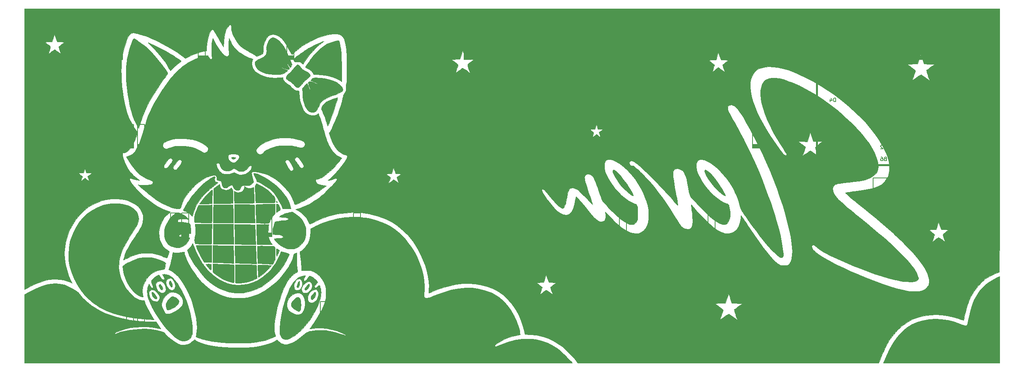
<source format=gbr>
G04 #@! TF.GenerationSoftware,KiCad,Pcbnew,(5.1.4)-1*
G04 #@! TF.CreationDate,2021-02-20T22:46:49-08:00*
G04 #@! TF.ProjectId,Rosies Board,526f7369-6573-4204-926f-6172642e6b69,rev?*
G04 #@! TF.SameCoordinates,Original*
G04 #@! TF.FileFunction,Legend,Bot*
G04 #@! TF.FilePolarity,Positive*
%FSLAX46Y46*%
G04 Gerber Fmt 4.6, Leading zero omitted, Abs format (unit mm)*
G04 Created by KiCad (PCBNEW (5.1.4)-1) date 2021-02-20 22:46:49*
%MOMM*%
%LPD*%
G04 APERTURE LIST*
%ADD10C,0.010000*%
%ADD11C,0.150000*%
%ADD12C,0.381000*%
G04 APERTURE END LIST*
D10*
G36*
X73170622Y-48591171D02*
G01*
X73041712Y-48610731D01*
X73021540Y-48663473D01*
X73079806Y-48765878D01*
X73088337Y-48778813D01*
X73282374Y-48948873D01*
X73518268Y-48989764D01*
X73736703Y-48894360D01*
X73770811Y-48860820D01*
X73882040Y-48719247D01*
X73883630Y-48637059D01*
X73756547Y-48598645D01*
X73481756Y-48588392D01*
X73438566Y-48588313D01*
X73170622Y-48591171D01*
X73170622Y-48591171D01*
G37*
X73170622Y-48591171D02*
X73041712Y-48610731D01*
X73021540Y-48663473D01*
X73079806Y-48765878D01*
X73088337Y-48778813D01*
X73282374Y-48948873D01*
X73518268Y-48989764D01*
X73736703Y-48894360D01*
X73770811Y-48860820D01*
X73882040Y-48719247D01*
X73883630Y-48637059D01*
X73756547Y-48598645D01*
X73481756Y-48588392D01*
X73438566Y-48588313D01*
X73170622Y-48591171D01*
G36*
X87414860Y-75431436D02*
G01*
X87290315Y-75607936D01*
X87176852Y-75865178D01*
X87092609Y-76144367D01*
X87055722Y-76386708D01*
X87077743Y-76524294D01*
X87210700Y-76608092D01*
X87379101Y-76562406D01*
X87454416Y-76494185D01*
X87587714Y-76239113D01*
X87665557Y-75903958D01*
X87669586Y-75573855D01*
X87662511Y-75529079D01*
X87609831Y-75248270D01*
X87414860Y-75431436D01*
X87414860Y-75431436D01*
G37*
X87414860Y-75431436D02*
X87290315Y-75607936D01*
X87176852Y-75865178D01*
X87092609Y-76144367D01*
X87055722Y-76386708D01*
X87077743Y-76524294D01*
X87210700Y-76608092D01*
X87379101Y-76562406D01*
X87454416Y-76494185D01*
X87587714Y-76239113D01*
X87665557Y-75903958D01*
X87669586Y-75573855D01*
X87662511Y-75529079D01*
X87609831Y-75248270D01*
X87414860Y-75431436D01*
G36*
X89537518Y-75914560D02*
G01*
X89340385Y-76077412D01*
X89131258Y-76297697D01*
X88950946Y-76533582D01*
X88860143Y-76693395D01*
X88766329Y-76966504D01*
X88787509Y-77115444D01*
X88923981Y-77140622D01*
X89132866Y-77064047D01*
X89368702Y-76896662D01*
X89567743Y-76671280D01*
X89577366Y-76656166D01*
X89672242Y-76446942D01*
X89731974Y-76210993D01*
X89749704Y-76001163D01*
X89718574Y-75870295D01*
X89681851Y-75850980D01*
X89537518Y-75914560D01*
X89537518Y-75914560D01*
G37*
X89537518Y-75914560D02*
X89340385Y-76077412D01*
X89131258Y-76297697D01*
X88950946Y-76533582D01*
X88860143Y-76693395D01*
X88766329Y-76966504D01*
X88787509Y-77115444D01*
X88923981Y-77140622D01*
X89132866Y-77064047D01*
X89368702Y-76896662D01*
X89567743Y-76671280D01*
X89577366Y-76656166D01*
X89672242Y-76446942D01*
X89731974Y-76210993D01*
X89749704Y-76001163D01*
X89718574Y-75870295D01*
X89681851Y-75850980D01*
X89537518Y-75914560D01*
G36*
X90789871Y-77703105D02*
G01*
X90645282Y-77806316D01*
X90406084Y-78064813D01*
X90217468Y-78396852D01*
X90111635Y-78736064D01*
X90102160Y-78925684D01*
X90168241Y-79145554D01*
X90304741Y-79213270D01*
X90505194Y-79127552D01*
X90624738Y-79029212D01*
X90901954Y-78667528D01*
X91068023Y-78227461D01*
X91101893Y-77928032D01*
X91070899Y-77708182D01*
X90970566Y-77634186D01*
X90789871Y-77703105D01*
X90789871Y-77703105D01*
G37*
X90789871Y-77703105D02*
X90645282Y-77806316D01*
X90406084Y-78064813D01*
X90217468Y-78396852D01*
X90111635Y-78736064D01*
X90102160Y-78925684D01*
X90168241Y-79145554D01*
X90304741Y-79213270D01*
X90505194Y-79127552D01*
X90624738Y-79029212D01*
X90901954Y-78667528D01*
X91068023Y-78227461D01*
X91101893Y-77928032D01*
X91070899Y-77708182D01*
X90970566Y-77634186D01*
X90789871Y-77703105D01*
G36*
X87095932Y-78713784D02*
G01*
X86790939Y-78888654D01*
X86429029Y-79216372D01*
X86370752Y-79277121D01*
X86044455Y-79689911D01*
X85880296Y-80073274D01*
X85879727Y-80435353D01*
X86044198Y-80784291D01*
X86375159Y-81128232D01*
X86748365Y-81397346D01*
X87023696Y-81560912D01*
X87272925Y-81687760D01*
X87412949Y-81741387D01*
X87556603Y-81753198D01*
X87659881Y-81675127D01*
X87768999Y-81471882D01*
X87770690Y-81468195D01*
X87855323Y-81181098D01*
X87909294Y-80789430D01*
X87932452Y-80343290D01*
X87924645Y-79892779D01*
X87885724Y-79487994D01*
X87815537Y-79179034D01*
X87777850Y-79091989D01*
X87578543Y-78816878D01*
X87354851Y-78690334D01*
X87095932Y-78713784D01*
X87095932Y-78713784D01*
G37*
X87095932Y-78713784D02*
X86790939Y-78888654D01*
X86429029Y-79216372D01*
X86370752Y-79277121D01*
X86044455Y-79689911D01*
X85880296Y-80073274D01*
X85879727Y-80435353D01*
X86044198Y-80784291D01*
X86375159Y-81128232D01*
X86748365Y-81397346D01*
X87023696Y-81560912D01*
X87272925Y-81687760D01*
X87412949Y-81741387D01*
X87556603Y-81753198D01*
X87659881Y-81675127D01*
X87768999Y-81471882D01*
X87770690Y-81468195D01*
X87855323Y-81181098D01*
X87909294Y-80789430D01*
X87932452Y-80343290D01*
X87924645Y-79892779D01*
X87885724Y-79487994D01*
X87815537Y-79179034D01*
X87777850Y-79091989D01*
X87578543Y-78816878D01*
X87354851Y-78690334D01*
X87095932Y-78713784D01*
G36*
X59761468Y-75149136D02*
G01*
X59657351Y-75278579D01*
X59594532Y-75485427D01*
X59587614Y-75606413D01*
X59681414Y-75973423D01*
X59937919Y-76338521D01*
X59987109Y-76389433D01*
X60147341Y-76511642D01*
X60242007Y-76482913D01*
X60279814Y-76297963D01*
X60281367Y-76210813D01*
X60247175Y-75955872D01*
X60162139Y-75660965D01*
X60048792Y-75385806D01*
X59929668Y-75190107D01*
X59878303Y-75142690D01*
X59761468Y-75149136D01*
X59761468Y-75149136D01*
G37*
X59761468Y-75149136D02*
X59657351Y-75278579D01*
X59594532Y-75485427D01*
X59587614Y-75606413D01*
X59681414Y-75973423D01*
X59937919Y-76338521D01*
X59987109Y-76389433D01*
X60147341Y-76511642D01*
X60242007Y-76482913D01*
X60279814Y-76297963D01*
X60281367Y-76210813D01*
X60247175Y-75955872D01*
X60162139Y-75660965D01*
X60048792Y-75385806D01*
X59929668Y-75190107D01*
X59878303Y-75142690D01*
X59761468Y-75149136D01*
G36*
X57465308Y-76003106D02*
G01*
X57444914Y-76208961D01*
X57486399Y-76392746D01*
X57619910Y-76698213D01*
X57782506Y-76931852D01*
X57950561Y-77079359D01*
X58100447Y-77126429D01*
X58208536Y-77058756D01*
X58251202Y-76862035D01*
X58251226Y-76855806D01*
X58195910Y-76577859D01*
X58056000Y-76280533D01*
X57870555Y-76034708D01*
X57744550Y-75936354D01*
X57570346Y-75903115D01*
X57465308Y-76003106D01*
X57465308Y-76003106D01*
G37*
X57465308Y-76003106D02*
X57444914Y-76208961D01*
X57486399Y-76392746D01*
X57619910Y-76698213D01*
X57782506Y-76931852D01*
X57950561Y-77079359D01*
X58100447Y-77126429D01*
X58208536Y-77058756D01*
X58251202Y-76862035D01*
X58251226Y-76855806D01*
X58195910Y-76577859D01*
X58056000Y-76280533D01*
X57870555Y-76034708D01*
X57744550Y-75936354D01*
X57570346Y-75903115D01*
X57465308Y-76003106D01*
G36*
X55922996Y-77592745D02*
G01*
X55883356Y-77751300D01*
X55880560Y-77843366D01*
X55947287Y-78274329D01*
X56132437Y-78642354D01*
X56404632Y-78896809D01*
X56673534Y-79034683D01*
X56846056Y-79053701D01*
X56944663Y-78955629D01*
X56951192Y-78939792D01*
X56950252Y-78722645D01*
X56823405Y-78432414D01*
X56583113Y-78093627D01*
X56436412Y-77926618D01*
X56186540Y-77678459D01*
X56019729Y-77567817D01*
X55922996Y-77592745D01*
X55922996Y-77592745D01*
G37*
X55922996Y-77592745D02*
X55883356Y-77751300D01*
X55880560Y-77843366D01*
X55947287Y-78274329D01*
X56132437Y-78642354D01*
X56404632Y-78896809D01*
X56673534Y-79034683D01*
X56846056Y-79053701D01*
X56944663Y-78955629D01*
X56951192Y-78939792D01*
X56950252Y-78722645D01*
X56823405Y-78432414D01*
X56583113Y-78093627D01*
X56436412Y-77926618D01*
X56186540Y-77678459D01*
X56019729Y-77567817D01*
X55922996Y-77592745D01*
G36*
X60068230Y-78638385D02*
G01*
X59743113Y-78855637D01*
X59437587Y-79186625D01*
X59192501Y-79583165D01*
X59027923Y-79949214D01*
X58948427Y-80254279D01*
X58945457Y-80569312D01*
X59010455Y-80965266D01*
X59020242Y-81011479D01*
X59083558Y-81264142D01*
X59152887Y-81390784D01*
X59259296Y-81432851D01*
X59337742Y-81435094D01*
X59528183Y-81398017D01*
X59808179Y-81304700D01*
X60109170Y-81178851D01*
X60695486Y-80869081D01*
X61157931Y-80543415D01*
X61486075Y-80212654D01*
X61669489Y-79887595D01*
X61697744Y-79579038D01*
X61689842Y-79542148D01*
X61524804Y-79199479D01*
X61237825Y-78898883D01*
X60876171Y-78675877D01*
X60487108Y-78565983D01*
X60383316Y-78560313D01*
X60068230Y-78638385D01*
X60068230Y-78638385D01*
G37*
X60068230Y-78638385D02*
X59743113Y-78855637D01*
X59437587Y-79186625D01*
X59192501Y-79583165D01*
X59027923Y-79949214D01*
X58948427Y-80254279D01*
X58945457Y-80569312D01*
X59010455Y-80965266D01*
X59020242Y-81011479D01*
X59083558Y-81264142D01*
X59152887Y-81390784D01*
X59259296Y-81432851D01*
X59337742Y-81435094D01*
X59528183Y-81398017D01*
X59808179Y-81304700D01*
X60109170Y-81178851D01*
X60695486Y-80869081D01*
X61157931Y-80543415D01*
X61486075Y-80212654D01*
X61669489Y-79887595D01*
X61697744Y-79579038D01*
X61689842Y-79542148D01*
X61524804Y-79199479D01*
X61237825Y-78898883D01*
X60876171Y-78675877D01*
X60487108Y-78565983D01*
X60383316Y-78560313D01*
X60068230Y-78638385D01*
G36*
X155026712Y-51314022D02*
G01*
X154950246Y-51446633D01*
X154960861Y-51686892D01*
X155060425Y-52026245D01*
X155250804Y-52456133D01*
X155533865Y-52968002D01*
X155852718Y-53467058D01*
X156499597Y-54361946D01*
X157157387Y-55135546D01*
X157868499Y-55832949D01*
X158675343Y-56499245D01*
X158778212Y-56577441D01*
X159059818Y-56777860D01*
X159235484Y-56869638D01*
X159323412Y-56859301D01*
X159342813Y-56779813D01*
X159291858Y-56577360D01*
X159149673Y-56264040D01*
X158930638Y-55861351D01*
X158649135Y-55390789D01*
X158319546Y-54873850D01*
X157956250Y-54332032D01*
X157573629Y-53786831D01*
X157186065Y-53259744D01*
X156807937Y-52772268D01*
X156453628Y-52345899D01*
X156166043Y-52031197D01*
X155759924Y-51647648D01*
X155433418Y-51405973D01*
X155188391Y-51297617D01*
X155026712Y-51314022D01*
X155026712Y-51314022D01*
G37*
X155026712Y-51314022D02*
X154950246Y-51446633D01*
X154960861Y-51686892D01*
X155060425Y-52026245D01*
X155250804Y-52456133D01*
X155533865Y-52968002D01*
X155852718Y-53467058D01*
X156499597Y-54361946D01*
X157157387Y-55135546D01*
X157868499Y-55832949D01*
X158675343Y-56499245D01*
X158778212Y-56577441D01*
X159059818Y-56777860D01*
X159235484Y-56869638D01*
X159323412Y-56859301D01*
X159342813Y-56779813D01*
X159291858Y-56577360D01*
X159149673Y-56264040D01*
X158930638Y-55861351D01*
X158649135Y-55390789D01*
X158319546Y-54873850D01*
X157956250Y-54332032D01*
X157573629Y-53786831D01*
X157186065Y-53259744D01*
X156807937Y-52772268D01*
X156453628Y-52345899D01*
X156166043Y-52031197D01*
X155759924Y-51647648D01*
X155433418Y-51405973D01*
X155188391Y-51297617D01*
X155026712Y-51314022D01*
G36*
X174760579Y-51360487D02*
G01*
X174711013Y-51545335D01*
X174769735Y-51846675D01*
X174935185Y-52258994D01*
X175205802Y-52776776D01*
X175459218Y-53202646D01*
X175902631Y-53857203D01*
X176421989Y-54523635D01*
X176986548Y-55168562D01*
X177565565Y-55758603D01*
X178128294Y-56260380D01*
X178598242Y-56610790D01*
X178884206Y-56790012D01*
X179054655Y-56868235D01*
X179127724Y-56848441D01*
X179121547Y-56733614D01*
X179111136Y-56695146D01*
X179048628Y-56548489D01*
X178920158Y-56292140D01*
X178744771Y-55962859D01*
X178551858Y-55615646D01*
X178164527Y-54966153D01*
X177744444Y-54321617D01*
X177305384Y-53698415D01*
X176861119Y-53112921D01*
X176425423Y-52581512D01*
X176012070Y-52120563D01*
X175634832Y-51746450D01*
X175307483Y-51475547D01*
X175043797Y-51324230D01*
X174919996Y-51297646D01*
X174760579Y-51360487D01*
X174760579Y-51360487D01*
G37*
X174760579Y-51360487D02*
X174711013Y-51545335D01*
X174769735Y-51846675D01*
X174935185Y-52258994D01*
X175205802Y-52776776D01*
X175459218Y-53202646D01*
X175902631Y-53857203D01*
X176421989Y-54523635D01*
X176986548Y-55168562D01*
X177565565Y-55758603D01*
X178128294Y-56260380D01*
X178598242Y-56610790D01*
X178884206Y-56790012D01*
X179054655Y-56868235D01*
X179127724Y-56848441D01*
X179121547Y-56733614D01*
X179111136Y-56695146D01*
X179048628Y-56548489D01*
X178920158Y-56292140D01*
X178744771Y-55962859D01*
X178551858Y-55615646D01*
X178164527Y-54966153D01*
X177744444Y-54321617D01*
X177305384Y-53698415D01*
X176861119Y-53112921D01*
X176425423Y-52581512D01*
X176012070Y-52120563D01*
X175634832Y-51746450D01*
X175307483Y-51475547D01*
X175043797Y-51324230D01*
X174919996Y-51297646D01*
X174760579Y-51360487D01*
G36*
X92612299Y-23699401D02*
G01*
X92315475Y-23813631D01*
X91943451Y-23971074D01*
X91521339Y-24160288D01*
X91074253Y-24369833D01*
X90627304Y-24588267D01*
X90205606Y-24804149D01*
X89834272Y-25006039D01*
X89620226Y-25131398D01*
X89267605Y-25353710D01*
X88861757Y-25620905D01*
X88424905Y-25917091D01*
X87979272Y-26226380D01*
X87547081Y-26532883D01*
X87150555Y-26820710D01*
X86811917Y-27073973D01*
X86553389Y-27276782D01*
X86397195Y-27413248D01*
X86360560Y-27462029D01*
X86386905Y-27609547D01*
X86450651Y-27824076D01*
X86454115Y-27834082D01*
X86518964Y-27993246D01*
X86602680Y-28064770D01*
X86759303Y-28071622D01*
X86957607Y-28048074D01*
X87365679Y-28024409D01*
X87684041Y-28090649D01*
X87975920Y-28264013D01*
X88085968Y-28355330D01*
X88375148Y-28609234D01*
X88608350Y-28205940D01*
X88949305Y-27670402D01*
X89377141Y-27082593D01*
X89867112Y-26469960D01*
X90394472Y-25859950D01*
X90934476Y-25280013D01*
X91462378Y-24757596D01*
X91953432Y-24320146D01*
X92382892Y-23995112D01*
X92435393Y-23960965D01*
X92666966Y-23809127D01*
X92827754Y-23694597D01*
X92879893Y-23646342D01*
X92808809Y-23639824D01*
X92612299Y-23699401D01*
X92612299Y-23699401D01*
G37*
X92612299Y-23699401D02*
X92315475Y-23813631D01*
X91943451Y-23971074D01*
X91521339Y-24160288D01*
X91074253Y-24369833D01*
X90627304Y-24588267D01*
X90205606Y-24804149D01*
X89834272Y-25006039D01*
X89620226Y-25131398D01*
X89267605Y-25353710D01*
X88861757Y-25620905D01*
X88424905Y-25917091D01*
X87979272Y-26226380D01*
X87547081Y-26532883D01*
X87150555Y-26820710D01*
X86811917Y-27073973D01*
X86553389Y-27276782D01*
X86397195Y-27413248D01*
X86360560Y-27462029D01*
X86386905Y-27609547D01*
X86450651Y-27824076D01*
X86454115Y-27834082D01*
X86518964Y-27993246D01*
X86602680Y-28064770D01*
X86759303Y-28071622D01*
X86957607Y-28048074D01*
X87365679Y-28024409D01*
X87684041Y-28090649D01*
X87975920Y-28264013D01*
X88085968Y-28355330D01*
X88375148Y-28609234D01*
X88608350Y-28205940D01*
X88949305Y-27670402D01*
X89377141Y-27082593D01*
X89867112Y-26469960D01*
X90394472Y-25859950D01*
X90934476Y-25280013D01*
X91462378Y-24757596D01*
X91953432Y-24320146D01*
X92382892Y-23995112D01*
X92435393Y-23960965D01*
X92666966Y-23809127D01*
X92827754Y-23694597D01*
X92879893Y-23646342D01*
X92808809Y-23639824D01*
X92612299Y-23699401D01*
G36*
X55136321Y-23947702D02*
G01*
X55239384Y-24084725D01*
X55437720Y-24306841D01*
X55717457Y-24598417D01*
X56017812Y-24897957D01*
X56578452Y-25473412D01*
X57150441Y-26107799D01*
X57713534Y-26774996D01*
X58247484Y-27448883D01*
X58732046Y-28103341D01*
X59146975Y-28712249D01*
X59472025Y-29249485D01*
X59630900Y-29559480D01*
X59742586Y-29784666D01*
X59829033Y-29928991D01*
X59859398Y-29958091D01*
X59934776Y-29901912D01*
X60104506Y-29753014D01*
X60340953Y-29536123D01*
X60537226Y-29351523D01*
X60880330Y-29034939D01*
X61252302Y-28706367D01*
X61590951Y-28420295D01*
X61703786Y-28329469D01*
X61971544Y-28109286D01*
X62118472Y-27960344D01*
X62163822Y-27858756D01*
X62137032Y-27791970D01*
X62016075Y-27690092D01*
X61771607Y-27518190D01*
X61426824Y-27290801D01*
X61004921Y-27022466D01*
X60529095Y-26727723D01*
X60022540Y-26421113D01*
X59508451Y-26117173D01*
X59010025Y-25830445D01*
X58986212Y-25816979D01*
X58587894Y-25597742D01*
X58118652Y-25348754D01*
X57605874Y-25083592D01*
X57076944Y-24815833D01*
X56559249Y-24559053D01*
X56080174Y-24326829D01*
X55667106Y-24132738D01*
X55347430Y-23990355D01*
X55148532Y-23913259D01*
X55142405Y-23911407D01*
X55136321Y-23947702D01*
X55136321Y-23947702D01*
G37*
X55136321Y-23947702D02*
X55239384Y-24084725D01*
X55437720Y-24306841D01*
X55717457Y-24598417D01*
X56017812Y-24897957D01*
X56578452Y-25473412D01*
X57150441Y-26107799D01*
X57713534Y-26774996D01*
X58247484Y-27448883D01*
X58732046Y-28103341D01*
X59146975Y-28712249D01*
X59472025Y-29249485D01*
X59630900Y-29559480D01*
X59742586Y-29784666D01*
X59829033Y-29928991D01*
X59859398Y-29958091D01*
X59934776Y-29901912D01*
X60104506Y-29753014D01*
X60340953Y-29536123D01*
X60537226Y-29351523D01*
X60880330Y-29034939D01*
X61252302Y-28706367D01*
X61590951Y-28420295D01*
X61703786Y-28329469D01*
X61971544Y-28109286D01*
X62118472Y-27960344D01*
X62163822Y-27858756D01*
X62137032Y-27791970D01*
X62016075Y-27690092D01*
X61771607Y-27518190D01*
X61426824Y-27290801D01*
X61004921Y-27022466D01*
X60529095Y-26727723D01*
X60022540Y-26421113D01*
X59508451Y-26117173D01*
X59010025Y-25830445D01*
X58986212Y-25816979D01*
X58587894Y-25597742D01*
X58118652Y-25348754D01*
X57605874Y-25083592D01*
X57076944Y-24815833D01*
X56559249Y-24559053D01*
X56080174Y-24326829D01*
X55667106Y-24132738D01*
X55347430Y-23990355D01*
X55148532Y-23913259D01*
X55142405Y-23911407D01*
X55136321Y-23947702D01*
G36*
X81528846Y-22964665D02*
G01*
X81195295Y-23242938D01*
X80907416Y-23681988D01*
X80905297Y-23686175D01*
X80735605Y-24103011D01*
X80610996Y-24567376D01*
X80544727Y-25015330D01*
X80550053Y-25382936D01*
X80551528Y-25392496D01*
X80566468Y-25677242D01*
X80542855Y-26008126D01*
X80526823Y-26109904D01*
X80408795Y-26466020D01*
X80186647Y-26770368D01*
X79840782Y-27041167D01*
X79351605Y-27296638D01*
X79163749Y-27377240D01*
X78695465Y-27591438D01*
X78372686Y-27795524D01*
X78174364Y-28009936D01*
X78079449Y-28255109D01*
X78063226Y-28445740D01*
X78144521Y-28908084D01*
X78378573Y-29337821D01*
X78750639Y-29727173D01*
X79245973Y-30068361D01*
X79849830Y-30353604D01*
X80547464Y-30575124D01*
X81324131Y-30725142D01*
X82165086Y-30795877D01*
X82525824Y-30800149D01*
X82957065Y-30787281D01*
X83375738Y-30759285D01*
X83721810Y-30720882D01*
X83871823Y-30694315D01*
X84303004Y-30531956D01*
X84696639Y-30247908D01*
X85089191Y-29899170D01*
X84560709Y-29706884D01*
X84229923Y-29571909D01*
X83917481Y-29420375D01*
X83737406Y-29314789D01*
X83553933Y-29179276D01*
X83515113Y-29123095D01*
X83615189Y-29147787D01*
X83848403Y-29254897D01*
X83887433Y-29274566D01*
X84143366Y-29385000D01*
X84479045Y-29504895D01*
X84735237Y-29583322D01*
X85087536Y-29660395D01*
X85314544Y-29653776D01*
X85418465Y-29555271D01*
X85401501Y-29356683D01*
X85265858Y-29049818D01*
X85013738Y-28626482D01*
X84998809Y-28603192D01*
X84833968Y-28341183D01*
X84759712Y-28205141D01*
X84771006Y-28181282D01*
X84862809Y-28255825D01*
X84876388Y-28268313D01*
X85057012Y-28465072D01*
X85262354Y-28730646D01*
X85364381Y-28879421D01*
X85513201Y-29090882D01*
X85628553Y-29222376D01*
X85674553Y-29246265D01*
X85743565Y-29156895D01*
X85851868Y-28975144D01*
X85883839Y-28916302D01*
X86042119Y-28618936D01*
X85519832Y-27358040D01*
X85050922Y-26288780D01*
X84593982Y-25377818D01*
X84142472Y-24615133D01*
X83689849Y-23990705D01*
X83229573Y-23494512D01*
X82755103Y-23116534D01*
X82748002Y-23111817D01*
X82310752Y-22897374D01*
X81902516Y-22848900D01*
X81528846Y-22964665D01*
X81528846Y-22964665D01*
G37*
X81528846Y-22964665D02*
X81195295Y-23242938D01*
X80907416Y-23681988D01*
X80905297Y-23686175D01*
X80735605Y-24103011D01*
X80610996Y-24567376D01*
X80544727Y-25015330D01*
X80550053Y-25382936D01*
X80551528Y-25392496D01*
X80566468Y-25677242D01*
X80542855Y-26008126D01*
X80526823Y-26109904D01*
X80408795Y-26466020D01*
X80186647Y-26770368D01*
X79840782Y-27041167D01*
X79351605Y-27296638D01*
X79163749Y-27377240D01*
X78695465Y-27591438D01*
X78372686Y-27795524D01*
X78174364Y-28009936D01*
X78079449Y-28255109D01*
X78063226Y-28445740D01*
X78144521Y-28908084D01*
X78378573Y-29337821D01*
X78750639Y-29727173D01*
X79245973Y-30068361D01*
X79849830Y-30353604D01*
X80547464Y-30575124D01*
X81324131Y-30725142D01*
X82165086Y-30795877D01*
X82525824Y-30800149D01*
X82957065Y-30787281D01*
X83375738Y-30759285D01*
X83721810Y-30720882D01*
X83871823Y-30694315D01*
X84303004Y-30531956D01*
X84696639Y-30247908D01*
X85089191Y-29899170D01*
X84560709Y-29706884D01*
X84229923Y-29571909D01*
X83917481Y-29420375D01*
X83737406Y-29314789D01*
X83553933Y-29179276D01*
X83515113Y-29123095D01*
X83615189Y-29147787D01*
X83848403Y-29254897D01*
X83887433Y-29274566D01*
X84143366Y-29385000D01*
X84479045Y-29504895D01*
X84735237Y-29583322D01*
X85087536Y-29660395D01*
X85314544Y-29653776D01*
X85418465Y-29555271D01*
X85401501Y-29356683D01*
X85265858Y-29049818D01*
X85013738Y-28626482D01*
X84998809Y-28603192D01*
X84833968Y-28341183D01*
X84759712Y-28205141D01*
X84771006Y-28181282D01*
X84862809Y-28255825D01*
X84876388Y-28268313D01*
X85057012Y-28465072D01*
X85262354Y-28730646D01*
X85364381Y-28879421D01*
X85513201Y-29090882D01*
X85628553Y-29222376D01*
X85674553Y-29246265D01*
X85743565Y-29156895D01*
X85851868Y-28975144D01*
X85883839Y-28916302D01*
X86042119Y-28618936D01*
X85519832Y-27358040D01*
X85050922Y-26288780D01*
X84593982Y-25377818D01*
X84142472Y-24615133D01*
X83689849Y-23990705D01*
X83229573Y-23494512D01*
X82755103Y-23116534D01*
X82748002Y-23111817D01*
X82310752Y-22897374D01*
X81902516Y-22848900D01*
X81528846Y-22964665D01*
G36*
X95802348Y-23478825D02*
G01*
X95781097Y-23482774D01*
X95343762Y-23582707D01*
X94840505Y-23725356D01*
X94331423Y-23891304D01*
X93876613Y-24061135D01*
X93573886Y-24195903D01*
X92940280Y-24576727D01*
X92266775Y-25092983D01*
X91576557Y-25722960D01*
X90892815Y-26444949D01*
X90238737Y-27237238D01*
X90032301Y-27511854D01*
X89711177Y-27956927D01*
X89423892Y-28369110D01*
X89185389Y-28725754D01*
X89010610Y-29004210D01*
X88914496Y-29181829D01*
X88900560Y-29227382D01*
X88971668Y-29287236D01*
X89158389Y-29391797D01*
X89420815Y-29518781D01*
X89429726Y-29522834D01*
X89847266Y-29759713D01*
X90200426Y-30050201D01*
X90453494Y-30360304D01*
X90559515Y-30598199D01*
X90591024Y-30695049D01*
X90649039Y-30756381D01*
X90767126Y-30790323D01*
X90978852Y-30805004D01*
X91317786Y-30808552D01*
X91428572Y-30808653D01*
X92290792Y-30848321D01*
X93167133Y-30960761D01*
X94024577Y-31137182D01*
X94830111Y-31368795D01*
X95550717Y-31646809D01*
X96153382Y-31962435D01*
X96401552Y-32132658D01*
X96579189Y-32260397D01*
X96693722Y-32328727D01*
X96706536Y-32332313D01*
X96716368Y-32251151D01*
X96723228Y-32021634D01*
X96727029Y-31664718D01*
X96727683Y-31201355D01*
X96725103Y-30652502D01*
X96719200Y-30039111D01*
X96716903Y-29855813D01*
X96688507Y-28491249D01*
X96641124Y-27289239D01*
X96574241Y-26244015D01*
X96487345Y-25349808D01*
X96379923Y-24600852D01*
X96251463Y-23991377D01*
X96170441Y-23709766D01*
X96095670Y-23523590D01*
X95995167Y-23459550D01*
X95802348Y-23478825D01*
X95802348Y-23478825D01*
G37*
X95802348Y-23478825D02*
X95781097Y-23482774D01*
X95343762Y-23582707D01*
X94840505Y-23725356D01*
X94331423Y-23891304D01*
X93876613Y-24061135D01*
X93573886Y-24195903D01*
X92940280Y-24576727D01*
X92266775Y-25092983D01*
X91576557Y-25722960D01*
X90892815Y-26444949D01*
X90238737Y-27237238D01*
X90032301Y-27511854D01*
X89711177Y-27956927D01*
X89423892Y-28369110D01*
X89185389Y-28725754D01*
X89010610Y-29004210D01*
X88914496Y-29181829D01*
X88900560Y-29227382D01*
X88971668Y-29287236D01*
X89158389Y-29391797D01*
X89420815Y-29518781D01*
X89429726Y-29522834D01*
X89847266Y-29759713D01*
X90200426Y-30050201D01*
X90453494Y-30360304D01*
X90559515Y-30598199D01*
X90591024Y-30695049D01*
X90649039Y-30756381D01*
X90767126Y-30790323D01*
X90978852Y-30805004D01*
X91317786Y-30808552D01*
X91428572Y-30808653D01*
X92290792Y-30848321D01*
X93167133Y-30960761D01*
X94024577Y-31137182D01*
X94830111Y-31368795D01*
X95550717Y-31646809D01*
X96153382Y-31962435D01*
X96401552Y-32132658D01*
X96579189Y-32260397D01*
X96693722Y-32328727D01*
X96706536Y-32332313D01*
X96716368Y-32251151D01*
X96723228Y-32021634D01*
X96727029Y-31664718D01*
X96727683Y-31201355D01*
X96725103Y-30652502D01*
X96719200Y-30039111D01*
X96716903Y-29855813D01*
X96688507Y-28491249D01*
X96641124Y-27289239D01*
X96574241Y-26244015D01*
X96487345Y-25349808D01*
X96379923Y-24600852D01*
X96251463Y-23991377D01*
X96170441Y-23709766D01*
X96095670Y-23523590D01*
X95995167Y-23459550D01*
X95802348Y-23478825D01*
G36*
X86950506Y-28791507D02*
G01*
X86674199Y-29050252D01*
X86355772Y-29464285D01*
X86273156Y-29584703D01*
X85978111Y-29974807D01*
X85653320Y-30328928D01*
X85399058Y-30552558D01*
X85043256Y-30863450D01*
X84833943Y-31156728D01*
X84753906Y-31458092D01*
X84751893Y-31518841D01*
X84782711Y-31676001D01*
X84892011Y-31823293D01*
X85105068Y-31984146D01*
X85447153Y-32181986D01*
X85494990Y-32207678D01*
X85795082Y-32406545D01*
X86114241Y-32677020D01*
X86328890Y-32899504D01*
X86623187Y-33207370D01*
X86909340Y-33441991D01*
X87153500Y-33578016D01*
X87266522Y-33601755D01*
X87378188Y-33558725D01*
X87555271Y-33455396D01*
X87563557Y-33449960D01*
X87755395Y-33286495D01*
X87965224Y-33055270D01*
X88035652Y-32963685D01*
X88367782Y-32553845D01*
X88775271Y-32146492D01*
X89293910Y-31706374D01*
X89387393Y-31632292D01*
X89663232Y-31404515D01*
X89825167Y-31235824D01*
X89900419Y-31091715D01*
X89916560Y-30961553D01*
X89835445Y-30685923D01*
X89605981Y-30422972D01*
X89248993Y-30192771D01*
X89012076Y-30089729D01*
X88552960Y-29881597D01*
X88214058Y-29634943D01*
X87946257Y-29312583D01*
X87908331Y-29254047D01*
X87663604Y-28919321D01*
X87431517Y-28728811D01*
X87198381Y-28685283D01*
X86950506Y-28791507D01*
X86950506Y-28791507D01*
G37*
X86950506Y-28791507D02*
X86674199Y-29050252D01*
X86355772Y-29464285D01*
X86273156Y-29584703D01*
X85978111Y-29974807D01*
X85653320Y-30328928D01*
X85399058Y-30552558D01*
X85043256Y-30863450D01*
X84833943Y-31156728D01*
X84753906Y-31458092D01*
X84751893Y-31518841D01*
X84782711Y-31676001D01*
X84892011Y-31823293D01*
X85105068Y-31984146D01*
X85447153Y-32181986D01*
X85494990Y-32207678D01*
X85795082Y-32406545D01*
X86114241Y-32677020D01*
X86328890Y-32899504D01*
X86623187Y-33207370D01*
X86909340Y-33441991D01*
X87153500Y-33578016D01*
X87266522Y-33601755D01*
X87378188Y-33558725D01*
X87555271Y-33455396D01*
X87563557Y-33449960D01*
X87755395Y-33286495D01*
X87965224Y-33055270D01*
X88035652Y-32963685D01*
X88367782Y-32553845D01*
X88775271Y-32146492D01*
X89293910Y-31706374D01*
X89387393Y-31632292D01*
X89663232Y-31404515D01*
X89825167Y-31235824D01*
X89900419Y-31091715D01*
X89916560Y-30961553D01*
X89835445Y-30685923D01*
X89605981Y-30422972D01*
X89248993Y-30192771D01*
X89012076Y-30089729D01*
X88552960Y-29881597D01*
X88214058Y-29634943D01*
X87946257Y-29312583D01*
X87908331Y-29254047D01*
X87663604Y-28919321D01*
X87431517Y-28728811D01*
X87198381Y-28685283D01*
X86950506Y-28791507D01*
G36*
X90960489Y-31488471D02*
G01*
X90717989Y-31504492D01*
X90555520Y-31545031D01*
X90428438Y-31621408D01*
X90292096Y-31744944D01*
X90287491Y-31749405D01*
X90015360Y-32013165D01*
X90918460Y-32463215D01*
X91330896Y-32674801D01*
X91588171Y-32819559D01*
X91691483Y-32895668D01*
X91642029Y-32901306D01*
X91441006Y-32834651D01*
X91089612Y-32693884D01*
X90837527Y-32586313D01*
X90390131Y-32401740D01*
X90065384Y-32293947D01*
X89837291Y-32258613D01*
X89679854Y-32291416D01*
X89576235Y-32376644D01*
X89524547Y-32481060D01*
X89523665Y-32639581D01*
X89576097Y-32895762D01*
X89614589Y-33042842D01*
X89710705Y-33364684D01*
X89812266Y-33653619D01*
X89882129Y-33815441D01*
X89955881Y-33990080D01*
X89966252Y-34088631D01*
X89964970Y-34090125D01*
X89895317Y-34061158D01*
X89788580Y-33909896D01*
X89664240Y-33673651D01*
X89541775Y-33389737D01*
X89440667Y-33095464D01*
X89434508Y-33074083D01*
X89362981Y-32837693D01*
X89296041Y-32704292D01*
X89211929Y-32680280D01*
X89088888Y-32772059D01*
X88905161Y-32986030D01*
X88659346Y-33302135D01*
X88265560Y-33813980D01*
X88271770Y-34660646D01*
X88316971Y-35518308D01*
X88434629Y-36306403D01*
X88617387Y-37013248D01*
X88857884Y-37627160D01*
X89148760Y-38136454D01*
X89482657Y-38529448D01*
X89852215Y-38794457D01*
X90250073Y-38919797D01*
X90668874Y-38893787D01*
X90890226Y-38817567D01*
X91114046Y-38693389D01*
X91293852Y-38522021D01*
X91456680Y-38267745D01*
X91629565Y-37894844D01*
X91678833Y-37775686D01*
X91842958Y-37419231D01*
X92034420Y-37071461D01*
X92208640Y-36811969D01*
X92576517Y-36443220D01*
X93073647Y-36086634D01*
X93660499Y-35767960D01*
X94090489Y-35586114D01*
X94851401Y-35297133D01*
X95466940Y-35055259D01*
X95951845Y-34852486D01*
X96320855Y-34680805D01*
X96588709Y-34532208D01*
X96770146Y-34398688D01*
X96879906Y-34272237D01*
X96932727Y-34144847D01*
X96943893Y-34035853D01*
X96870217Y-33732753D01*
X96665936Y-33390013D01*
X96356170Y-33034503D01*
X95966040Y-32693089D01*
X95520668Y-32392642D01*
X95292893Y-32270003D01*
X94854742Y-32092934D01*
X94290626Y-31923511D01*
X93643911Y-31770311D01*
X92957964Y-31641913D01*
X92276150Y-31546896D01*
X91641835Y-31493836D01*
X91327667Y-31485646D01*
X90960489Y-31488471D01*
X90960489Y-31488471D01*
G37*
X90960489Y-31488471D02*
X90717989Y-31504492D01*
X90555520Y-31545031D01*
X90428438Y-31621408D01*
X90292096Y-31744944D01*
X90287491Y-31749405D01*
X90015360Y-32013165D01*
X90918460Y-32463215D01*
X91330896Y-32674801D01*
X91588171Y-32819559D01*
X91691483Y-32895668D01*
X91642029Y-32901306D01*
X91441006Y-32834651D01*
X91089612Y-32693884D01*
X90837527Y-32586313D01*
X90390131Y-32401740D01*
X90065384Y-32293947D01*
X89837291Y-32258613D01*
X89679854Y-32291416D01*
X89576235Y-32376644D01*
X89524547Y-32481060D01*
X89523665Y-32639581D01*
X89576097Y-32895762D01*
X89614589Y-33042842D01*
X89710705Y-33364684D01*
X89812266Y-33653619D01*
X89882129Y-33815441D01*
X89955881Y-33990080D01*
X89966252Y-34088631D01*
X89964970Y-34090125D01*
X89895317Y-34061158D01*
X89788580Y-33909896D01*
X89664240Y-33673651D01*
X89541775Y-33389737D01*
X89440667Y-33095464D01*
X89434508Y-33074083D01*
X89362981Y-32837693D01*
X89296041Y-32704292D01*
X89211929Y-32680280D01*
X89088888Y-32772059D01*
X88905161Y-32986030D01*
X88659346Y-33302135D01*
X88265560Y-33813980D01*
X88271770Y-34660646D01*
X88316971Y-35518308D01*
X88434629Y-36306403D01*
X88617387Y-37013248D01*
X88857884Y-37627160D01*
X89148760Y-38136454D01*
X89482657Y-38529448D01*
X89852215Y-38794457D01*
X90250073Y-38919797D01*
X90668874Y-38893787D01*
X90890226Y-38817567D01*
X91114046Y-38693389D01*
X91293852Y-38522021D01*
X91456680Y-38267745D01*
X91629565Y-37894844D01*
X91678833Y-37775686D01*
X91842958Y-37419231D01*
X92034420Y-37071461D01*
X92208640Y-36811969D01*
X92576517Y-36443220D01*
X93073647Y-36086634D01*
X93660499Y-35767960D01*
X94090489Y-35586114D01*
X94851401Y-35297133D01*
X95466940Y-35055259D01*
X95951845Y-34852486D01*
X96320855Y-34680805D01*
X96588709Y-34532208D01*
X96770146Y-34398688D01*
X96879906Y-34272237D01*
X96932727Y-34144847D01*
X96943893Y-34035853D01*
X96870217Y-33732753D01*
X96665936Y-33390013D01*
X96356170Y-33034503D01*
X95966040Y-32693089D01*
X95520668Y-32392642D01*
X95292893Y-32270003D01*
X94854742Y-32092934D01*
X94290626Y-31923511D01*
X93643911Y-31770311D01*
X92957964Y-31641913D01*
X92276150Y-31546896D01*
X91641835Y-31493836D01*
X91327667Y-31485646D01*
X90960489Y-31488471D01*
G36*
X95713454Y-35748961D02*
G01*
X95496697Y-35810926D01*
X95192142Y-35913701D01*
X94833758Y-36044445D01*
X94455514Y-36190323D01*
X94091378Y-36338494D01*
X93775320Y-36476121D01*
X93541309Y-36590366D01*
X93502100Y-36612312D01*
X93150447Y-36870022D01*
X92813188Y-37207863D01*
X92538194Y-37571915D01*
X92386518Y-37868919D01*
X92339641Y-38017101D01*
X92327647Y-38149086D01*
X92360229Y-38303658D01*
X92447080Y-38519596D01*
X92597893Y-38835683D01*
X92659318Y-38960414D01*
X92842239Y-39369500D01*
X93039274Y-39872994D01*
X93224196Y-40400846D01*
X93346159Y-40794890D01*
X93461125Y-41191277D01*
X93560643Y-41524340D01*
X93635094Y-41762597D01*
X93674853Y-41874567D01*
X93677423Y-41878732D01*
X93719462Y-41817269D01*
X93812575Y-41628073D01*
X93943286Y-41339955D01*
X94098119Y-40981728D01*
X94108929Y-40956155D01*
X94249632Y-40605076D01*
X94415176Y-40163130D01*
X94598160Y-39653024D01*
X94791185Y-39097463D01*
X94986854Y-38519153D01*
X95177767Y-37940800D01*
X95356526Y-37385110D01*
X95515730Y-36874790D01*
X95647982Y-36432544D01*
X95745882Y-36081079D01*
X95802032Y-35843101D01*
X95809032Y-35741315D01*
X95808445Y-35740643D01*
X95713454Y-35748961D01*
X95713454Y-35748961D01*
G37*
X95713454Y-35748961D02*
X95496697Y-35810926D01*
X95192142Y-35913701D01*
X94833758Y-36044445D01*
X94455514Y-36190323D01*
X94091378Y-36338494D01*
X93775320Y-36476121D01*
X93541309Y-36590366D01*
X93502100Y-36612312D01*
X93150447Y-36870022D01*
X92813188Y-37207863D01*
X92538194Y-37571915D01*
X92386518Y-37868919D01*
X92339641Y-38017101D01*
X92327647Y-38149086D01*
X92360229Y-38303658D01*
X92447080Y-38519596D01*
X92597893Y-38835683D01*
X92659318Y-38960414D01*
X92842239Y-39369500D01*
X93039274Y-39872994D01*
X93224196Y-40400846D01*
X93346159Y-40794890D01*
X93461125Y-41191277D01*
X93560643Y-41524340D01*
X93635094Y-41762597D01*
X93674853Y-41874567D01*
X93677423Y-41878732D01*
X93719462Y-41817269D01*
X93812575Y-41628073D01*
X93943286Y-41339955D01*
X94098119Y-40981728D01*
X94108929Y-40956155D01*
X94249632Y-40605076D01*
X94415176Y-40163130D01*
X94598160Y-39653024D01*
X94791185Y-39097463D01*
X94986854Y-38519153D01*
X95177767Y-37940800D01*
X95356526Y-37385110D01*
X95515730Y-36874790D01*
X95647982Y-36432544D01*
X95745882Y-36081079D01*
X95802032Y-35843101D01*
X95809032Y-35741315D01*
X95808445Y-35740643D01*
X95713454Y-35748961D01*
G36*
X51879909Y-23166109D02*
G01*
X51789774Y-23328808D01*
X51731219Y-23461371D01*
X51373222Y-24388005D01*
X51046607Y-25420660D01*
X50768815Y-26496602D01*
X50557287Y-27553093D01*
X50509507Y-27855845D01*
X50438903Y-28503397D01*
X50394641Y-29279213D01*
X50376493Y-30144324D01*
X50384227Y-31059760D01*
X50417614Y-31986551D01*
X50476421Y-32885726D01*
X50543342Y-33574158D01*
X50731461Y-35048484D01*
X50942768Y-36371272D01*
X51181133Y-37559214D01*
X51450427Y-38628999D01*
X51754521Y-39597319D01*
X52097286Y-40480864D01*
X52198453Y-40710339D01*
X52374413Y-41088425D01*
X52557476Y-41464046D01*
X52733311Y-41810007D01*
X52887587Y-42099112D01*
X53005974Y-42304166D01*
X53074142Y-42397974D01*
X53085026Y-42392798D01*
X53109150Y-42295220D01*
X53174294Y-42066873D01*
X53271380Y-41738739D01*
X53391328Y-41341800D01*
X53432396Y-41207465D01*
X53935935Y-39728517D01*
X54529906Y-38295691D01*
X55234477Y-36863926D01*
X55936888Y-35611553D01*
X56200535Y-35177967D01*
X56529673Y-34656973D01*
X56903653Y-34079445D01*
X57301829Y-33476254D01*
X57703551Y-32878273D01*
X58088172Y-32316374D01*
X58435043Y-31821429D01*
X58723518Y-31424312D01*
X58837928Y-31273980D01*
X59037914Y-31014274D01*
X59200225Y-30797970D01*
X59293423Y-30667056D01*
X59298979Y-30658241D01*
X59309119Y-30538804D01*
X59235380Y-30339908D01*
X59071955Y-30052333D01*
X58813037Y-29666858D01*
X58452821Y-29174262D01*
X57985501Y-28565325D01*
X57962481Y-28535835D01*
X57161700Y-27535679D01*
X56419259Y-26664404D01*
X55714230Y-25901255D01*
X55025686Y-25225477D01*
X54332702Y-24616316D01*
X53614349Y-24053017D01*
X53007293Y-23621420D01*
X52606036Y-23350453D01*
X52318335Y-23172657D01*
X52118524Y-23084814D01*
X51980938Y-23083704D01*
X51879909Y-23166109D01*
X51879909Y-23166109D01*
G37*
X51879909Y-23166109D02*
X51789774Y-23328808D01*
X51731219Y-23461371D01*
X51373222Y-24388005D01*
X51046607Y-25420660D01*
X50768815Y-26496602D01*
X50557287Y-27553093D01*
X50509507Y-27855845D01*
X50438903Y-28503397D01*
X50394641Y-29279213D01*
X50376493Y-30144324D01*
X50384227Y-31059760D01*
X50417614Y-31986551D01*
X50476421Y-32885726D01*
X50543342Y-33574158D01*
X50731461Y-35048484D01*
X50942768Y-36371272D01*
X51181133Y-37559214D01*
X51450427Y-38628999D01*
X51754521Y-39597319D01*
X52097286Y-40480864D01*
X52198453Y-40710339D01*
X52374413Y-41088425D01*
X52557476Y-41464046D01*
X52733311Y-41810007D01*
X52887587Y-42099112D01*
X53005974Y-42304166D01*
X53074142Y-42397974D01*
X53085026Y-42392798D01*
X53109150Y-42295220D01*
X53174294Y-42066873D01*
X53271380Y-41738739D01*
X53391328Y-41341800D01*
X53432396Y-41207465D01*
X53935935Y-39728517D01*
X54529906Y-38295691D01*
X55234477Y-36863926D01*
X55936888Y-35611553D01*
X56200535Y-35177967D01*
X56529673Y-34656973D01*
X56903653Y-34079445D01*
X57301829Y-33476254D01*
X57703551Y-32878273D01*
X58088172Y-32316374D01*
X58435043Y-31821429D01*
X58723518Y-31424312D01*
X58837928Y-31273980D01*
X59037914Y-31014274D01*
X59200225Y-30797970D01*
X59293423Y-30667056D01*
X59298979Y-30658241D01*
X59309119Y-30538804D01*
X59235380Y-30339908D01*
X59071955Y-30052333D01*
X58813037Y-29666858D01*
X58452821Y-29174262D01*
X57985501Y-28565325D01*
X57962481Y-28535835D01*
X57161700Y-27535679D01*
X56419259Y-26664404D01*
X55714230Y-25901255D01*
X55025686Y-25225477D01*
X54332702Y-24616316D01*
X53614349Y-24053017D01*
X53007293Y-23621420D01*
X52606036Y-23350453D01*
X52318335Y-23172657D01*
X52118524Y-23084814D01*
X51980938Y-23083704D01*
X51879909Y-23166109D01*
G36*
X82643326Y-57954058D02*
G01*
X82637919Y-58092146D01*
X82676290Y-58278629D01*
X82762226Y-58324980D01*
X82875017Y-58287877D01*
X82889226Y-58256495D01*
X82843004Y-58142197D01*
X82764919Y-58023662D01*
X82675666Y-57918969D01*
X82643326Y-57954058D01*
X82643326Y-57954058D01*
G37*
X82643326Y-57954058D02*
X82637919Y-58092146D01*
X82676290Y-58278629D01*
X82762226Y-58324980D01*
X82875017Y-58287877D01*
X82889226Y-58256495D01*
X82843004Y-58142197D01*
X82764919Y-58023662D01*
X82675666Y-57918969D01*
X82643326Y-57954058D01*
G36*
X78225664Y-54436559D02*
G01*
X78169618Y-54522995D01*
X78130045Y-54630243D01*
X78105220Y-54784577D01*
X78093418Y-55012271D01*
X78092916Y-55339599D01*
X78101989Y-55792833D01*
X78112164Y-56165980D01*
X78128875Y-56685228D01*
X78147900Y-57171166D01*
X78167583Y-57588003D01*
X78186266Y-57899945D01*
X78199366Y-58049813D01*
X78242935Y-58409646D01*
X80079248Y-58396960D01*
X80634167Y-58391607D01*
X81143833Y-58383839D01*
X81579617Y-58374317D01*
X81912892Y-58363707D01*
X82115032Y-58352672D01*
X82148393Y-58349003D01*
X82281854Y-58317258D01*
X82351239Y-58244343D01*
X82377399Y-58085368D01*
X82381226Y-57847777D01*
X82355480Y-57546005D01*
X82266644Y-57263962D01*
X82097327Y-56973097D01*
X81830134Y-56644859D01*
X81447673Y-56250698D01*
X81351168Y-56156958D01*
X80841568Y-55689951D01*
X80367710Y-55316755D01*
X79867098Y-54993253D01*
X79277237Y-54675331D01*
X79191820Y-54632646D01*
X78382798Y-54231138D01*
X78225664Y-54436559D01*
X78225664Y-54436559D01*
G37*
X78225664Y-54436559D02*
X78169618Y-54522995D01*
X78130045Y-54630243D01*
X78105220Y-54784577D01*
X78093418Y-55012271D01*
X78092916Y-55339599D01*
X78101989Y-55792833D01*
X78112164Y-56165980D01*
X78128875Y-56685228D01*
X78147900Y-57171166D01*
X78167583Y-57588003D01*
X78186266Y-57899945D01*
X78199366Y-58049813D01*
X78242935Y-58409646D01*
X80079248Y-58396960D01*
X80634167Y-58391607D01*
X81143833Y-58383839D01*
X81579617Y-58374317D01*
X81912892Y-58363707D01*
X82115032Y-58352672D01*
X82148393Y-58349003D01*
X82281854Y-58317258D01*
X82351239Y-58244343D01*
X82377399Y-58085368D01*
X82381226Y-57847777D01*
X82355480Y-57546005D01*
X82266644Y-57263962D01*
X82097327Y-56973097D01*
X81830134Y-56644859D01*
X81447673Y-56250698D01*
X81351168Y-56156958D01*
X80841568Y-55689951D01*
X80367710Y-55316755D01*
X79867098Y-54993253D01*
X79277237Y-54675331D01*
X79191820Y-54632646D01*
X78382798Y-54231138D01*
X78225664Y-54436559D01*
G36*
X75752987Y-54889805D02*
G01*
X75770159Y-54925107D01*
X75790607Y-55123123D01*
X75706284Y-55380501D01*
X75543096Y-55648910D01*
X75326949Y-55880021D01*
X75214296Y-55962098D01*
X74840135Y-56107029D01*
X74408703Y-56144026D01*
X73995314Y-56070491D01*
X73851060Y-56009118D01*
X73575893Y-55865298D01*
X73576629Y-56735305D01*
X73582379Y-57161546D01*
X73597179Y-57578924D01*
X73618393Y-57923434D01*
X73630756Y-58049813D01*
X73684146Y-58494313D01*
X75259853Y-58477999D01*
X75804112Y-58471000D01*
X76330910Y-58461764D01*
X76800461Y-58451168D01*
X77172977Y-58440090D01*
X77377588Y-58431292D01*
X77919616Y-58400898D01*
X77860382Y-56736121D01*
X77840727Y-56223708D01*
X77820695Y-55772122D01*
X77801669Y-55407534D01*
X77785033Y-55156114D01*
X77772171Y-55044031D01*
X77770722Y-55040919D01*
X77683615Y-55055050D01*
X77510335Y-55129675D01*
X77482632Y-55143736D01*
X77108347Y-55259240D01*
X76700212Y-55261274D01*
X76314030Y-55158664D01*
X76005604Y-54960235D01*
X75951193Y-54901562D01*
X75820935Y-54786735D01*
X75742210Y-54784462D01*
X75752987Y-54889805D01*
X75752987Y-54889805D01*
G37*
X75752987Y-54889805D02*
X75770159Y-54925107D01*
X75790607Y-55123123D01*
X75706284Y-55380501D01*
X75543096Y-55648910D01*
X75326949Y-55880021D01*
X75214296Y-55962098D01*
X74840135Y-56107029D01*
X74408703Y-56144026D01*
X73995314Y-56070491D01*
X73851060Y-56009118D01*
X73575893Y-55865298D01*
X73576629Y-56735305D01*
X73582379Y-57161546D01*
X73597179Y-57578924D01*
X73618393Y-57923434D01*
X73630756Y-58049813D01*
X73684146Y-58494313D01*
X75259853Y-58477999D01*
X75804112Y-58471000D01*
X76330910Y-58461764D01*
X76800461Y-58451168D01*
X77172977Y-58440090D01*
X77377588Y-58431292D01*
X77919616Y-58400898D01*
X77860382Y-56736121D01*
X77840727Y-56223708D01*
X77820695Y-55772122D01*
X77801669Y-55407534D01*
X77785033Y-55156114D01*
X77772171Y-55044031D01*
X77770722Y-55040919D01*
X77683615Y-55055050D01*
X77510335Y-55129675D01*
X77482632Y-55143736D01*
X77108347Y-55259240D01*
X76700212Y-55261274D01*
X76314030Y-55158664D01*
X76005604Y-54960235D01*
X75951193Y-54901562D01*
X75820935Y-54786735D01*
X75742210Y-54784462D01*
X75752987Y-54889805D01*
G36*
X69829393Y-54835678D02*
G01*
X69173226Y-55307325D01*
X69173226Y-58578980D01*
X70379726Y-58561124D01*
X70913800Y-58552079D01*
X71481019Y-58540577D01*
X72014350Y-58528083D01*
X72446760Y-58516058D01*
X72454060Y-58515828D01*
X73321893Y-58488389D01*
X73320011Y-57030851D01*
X73317357Y-56488812D01*
X73309350Y-56089459D01*
X73293509Y-55806167D01*
X73267352Y-55612314D01*
X73228398Y-55481274D01*
X73174167Y-55386426D01*
X73165710Y-55375163D01*
X73013291Y-55177014D01*
X72690111Y-55396330D01*
X72282744Y-55587651D01*
X71827902Y-55633219D01*
X71307071Y-55534012D01*
X71140760Y-55478198D01*
X70841598Y-55324523D01*
X70654944Y-55101501D01*
X70548534Y-54766385D01*
X70532531Y-54672339D01*
X70485560Y-54364032D01*
X69829393Y-54835678D01*
X69829393Y-54835678D01*
G37*
X69829393Y-54835678D02*
X69173226Y-55307325D01*
X69173226Y-58578980D01*
X70379726Y-58561124D01*
X70913800Y-58552079D01*
X71481019Y-58540577D01*
X72014350Y-58528083D01*
X72446760Y-58516058D01*
X72454060Y-58515828D01*
X73321893Y-58488389D01*
X73320011Y-57030851D01*
X73317357Y-56488812D01*
X73309350Y-56089459D01*
X73293509Y-55806167D01*
X73267352Y-55612314D01*
X73228398Y-55481274D01*
X73174167Y-55386426D01*
X73165710Y-55375163D01*
X73013291Y-55177014D01*
X72690111Y-55396330D01*
X72282744Y-55587651D01*
X71827902Y-55633219D01*
X71307071Y-55534012D01*
X71140760Y-55478198D01*
X70841598Y-55324523D01*
X70654944Y-55101501D01*
X70548534Y-54766385D01*
X70532531Y-54672339D01*
X70485560Y-54364032D01*
X69829393Y-54835678D01*
G36*
X68733800Y-55677805D02*
G01*
X68524905Y-55849611D01*
X68250204Y-56109060D01*
X67930042Y-56434148D01*
X67584762Y-56802870D01*
X67234710Y-57193221D01*
X66900230Y-57583198D01*
X66601669Y-57950796D01*
X66359370Y-58274011D01*
X66253685Y-58430813D01*
X66159541Y-58589514D01*
X66167210Y-58647591D01*
X66286891Y-58646831D01*
X66305989Y-58645075D01*
X66462497Y-58636366D01*
X66750333Y-58625571D01*
X67131525Y-58613935D01*
X67568099Y-58602704D01*
X67670393Y-58600352D01*
X68834560Y-58574201D01*
X68834903Y-58174424D01*
X68839429Y-57932273D01*
X68851489Y-57570417D01*
X68869235Y-57138225D01*
X68890302Y-56695146D01*
X68909972Y-56185686D01*
X68908427Y-55839930D01*
X68885534Y-55653569D01*
X68856542Y-55615646D01*
X68733800Y-55677805D01*
X68733800Y-55677805D01*
G37*
X68733800Y-55677805D02*
X68524905Y-55849611D01*
X68250204Y-56109060D01*
X67930042Y-56434148D01*
X67584762Y-56802870D01*
X67234710Y-57193221D01*
X66900230Y-57583198D01*
X66601669Y-57950796D01*
X66359370Y-58274011D01*
X66253685Y-58430813D01*
X66159541Y-58589514D01*
X66167210Y-58647591D01*
X66286891Y-58646831D01*
X66305989Y-58645075D01*
X66462497Y-58636366D01*
X66750333Y-58625571D01*
X67131525Y-58613935D01*
X67568099Y-58602704D01*
X67670393Y-58600352D01*
X68834560Y-58574201D01*
X68834903Y-58174424D01*
X68839429Y-57932273D01*
X68851489Y-57570417D01*
X68869235Y-57138225D01*
X68890302Y-56695146D01*
X68909972Y-56185686D01*
X68908427Y-55839930D01*
X68885534Y-55653569D01*
X68856542Y-55615646D01*
X68733800Y-55677805D01*
G36*
X68922619Y-23345049D02*
G01*
X68847385Y-23719946D01*
X68790410Y-24194501D01*
X68752161Y-24731668D01*
X68733107Y-25294397D01*
X68733717Y-25845642D01*
X68754459Y-26348354D01*
X68795802Y-26765484D01*
X68858214Y-27059986D01*
X68875065Y-27105224D01*
X68876522Y-27289728D01*
X68767360Y-27448138D01*
X68615953Y-27506313D01*
X68470284Y-27440253D01*
X68291661Y-27276615D01*
X68126858Y-27067210D01*
X68022648Y-26863847D01*
X68016410Y-26842208D01*
X67968719Y-26721175D01*
X67875353Y-26675138D01*
X67684479Y-26686531D01*
X67594918Y-26699350D01*
X66848728Y-26859824D01*
X66025368Y-27121415D01*
X65168121Y-27466224D01*
X64320267Y-27876348D01*
X63525088Y-28333887D01*
X63316657Y-28468798D01*
X62587283Y-28988676D01*
X61894827Y-29557635D01*
X61223159Y-30193260D01*
X60556150Y-30913131D01*
X59877667Y-31734830D01*
X59171582Y-32675941D01*
X58421764Y-33754044D01*
X58296288Y-33940980D01*
X57577939Y-35035858D01*
X56956363Y-36031259D01*
X56417797Y-36955987D01*
X55948480Y-37838845D01*
X55534648Y-38708635D01*
X55162540Y-39594161D01*
X54818392Y-40524225D01*
X54488443Y-41527632D01*
X54182794Y-42550046D01*
X53844834Y-43684900D01*
X53526658Y-44664267D01*
X53221487Y-45499898D01*
X52922543Y-46203543D01*
X52623044Y-46786952D01*
X52316213Y-47261876D01*
X51995268Y-47640064D01*
X51653432Y-47933266D01*
X51283923Y-48153234D01*
X50879964Y-48311716D01*
X50853872Y-48319711D01*
X50384899Y-48461313D01*
X51269299Y-49811997D01*
X51663612Y-50404823D01*
X51996937Y-50879463D01*
X52293765Y-51263904D01*
X52578592Y-51586133D01*
X52875909Y-51874138D01*
X53210210Y-52155906D01*
X53548880Y-52416762D01*
X54326758Y-52946086D01*
X55042985Y-53322302D01*
X55541893Y-53504190D01*
X55860009Y-53609973D01*
X56042805Y-53716852D01*
X56122608Y-53849790D01*
X56134560Y-53961891D01*
X56064824Y-54191824D01*
X55852305Y-54368650D01*
X55492035Y-54494062D01*
X54979047Y-54569755D01*
X54308375Y-54597425D01*
X54271334Y-54597576D01*
X53884129Y-54590211D01*
X53530604Y-54568760D01*
X53266227Y-54537163D01*
X53191834Y-54520890D01*
X53009829Y-54483137D01*
X52922919Y-54493632D01*
X52921611Y-54499723D01*
X52986363Y-54574768D01*
X53167107Y-54744303D01*
X53448936Y-54995395D01*
X53816945Y-55315110D01*
X54256229Y-55690516D01*
X54751882Y-56108680D01*
X55288998Y-56556667D01*
X55361287Y-56616583D01*
X56134226Y-57218496D01*
X56938239Y-57774248D01*
X57754163Y-58274918D01*
X58562834Y-58711587D01*
X59345087Y-59075335D01*
X60081759Y-59357241D01*
X60753686Y-59548386D01*
X61341704Y-59639851D01*
X61821657Y-59623575D01*
X61945322Y-59583940D01*
X62038480Y-59490755D01*
X62124318Y-59307605D01*
X62226026Y-58998076D01*
X62231582Y-58979819D01*
X62499063Y-58248352D01*
X62860500Y-57521655D01*
X63330031Y-56776867D01*
X63921795Y-55991124D01*
X64504627Y-55304218D01*
X65210411Y-54590786D01*
X65999969Y-53939176D01*
X66839018Y-53371981D01*
X67693277Y-52911793D01*
X68528462Y-52581204D01*
X68725005Y-52522900D01*
X69170242Y-52434130D01*
X69492664Y-52454496D01*
X69704979Y-52591614D01*
X69819898Y-52853101D01*
X69850560Y-53197337D01*
X69863792Y-53375000D01*
X69934636Y-53467228D01*
X70109811Y-53517830D01*
X70210393Y-53534771D01*
X70562429Y-53614218D01*
X70782421Y-53740811D01*
X70905815Y-53952763D01*
X70968057Y-54288289D01*
X70974990Y-54359084D01*
X71042689Y-54754492D01*
X71174526Y-55009441D01*
X71392413Y-55147460D01*
X71718264Y-55192074D01*
X71751050Y-55192313D01*
X71983768Y-55174068D01*
X72160240Y-55096344D01*
X72347846Y-54924658D01*
X72412809Y-54853646D01*
X72696888Y-54608079D01*
X72954888Y-54524852D01*
X73176546Y-54602686D01*
X73351603Y-54840304D01*
X73405431Y-54977225D01*
X73587543Y-55313568D01*
X73858931Y-55554743D01*
X74181012Y-55681719D01*
X74515204Y-55675466D01*
X74687688Y-55609691D01*
X74822295Y-55479400D01*
X74964297Y-55256466D01*
X75015805Y-55148629D01*
X75139800Y-54907464D01*
X75286216Y-54772242D01*
X75519815Y-54684952D01*
X75539410Y-54679596D01*
X75856276Y-54628056D01*
X76213894Y-54616895D01*
X76329638Y-54624570D01*
X76792769Y-54614891D01*
X77170208Y-54471700D01*
X77494636Y-54182568D01*
X77495924Y-54181039D01*
X77618844Y-54019004D01*
X77689850Y-53863173D01*
X77709047Y-53678040D01*
X77676540Y-53428100D01*
X77592433Y-53077846D01*
X77500174Y-52744281D01*
X77274663Y-51947249D01*
X77466658Y-51791781D01*
X77592403Y-51705687D01*
X77732724Y-51657432D01*
X77922253Y-51646248D01*
X78195620Y-51671369D01*
X78587456Y-51732029D01*
X78767427Y-51762983D01*
X79424517Y-51910679D01*
X80136946Y-52126447D01*
X80837821Y-52386929D01*
X81460250Y-52668767D01*
X81649231Y-52769275D01*
X82429087Y-53262519D01*
X83196223Y-53854964D01*
X83930779Y-54523600D01*
X84612894Y-55245418D01*
X85222705Y-55997410D01*
X85740352Y-56756565D01*
X86145974Y-57499876D01*
X86419710Y-58204332D01*
X86457021Y-58339073D01*
X86526450Y-58585792D01*
X86593040Y-58704292D01*
X86692619Y-58731213D01*
X86820981Y-58711262D01*
X87108222Y-58622409D01*
X87509066Y-58454263D01*
X87996329Y-58221619D01*
X88542827Y-57939271D01*
X89121374Y-57622013D01*
X89704787Y-57284640D01*
X90265879Y-56941946D01*
X90777467Y-56608725D01*
X91101893Y-56381525D01*
X91397497Y-56168113D01*
X91779362Y-55894887D01*
X92195089Y-55599234D01*
X92541226Y-55354499D01*
X93430226Y-54728012D01*
X92893545Y-54668138D01*
X92454408Y-54597579D01*
X92030192Y-54491867D01*
X91672424Y-54366222D01*
X91434198Y-54237079D01*
X91291836Y-54091935D01*
X91153014Y-53906824D01*
X91065102Y-53655168D01*
X91133434Y-53443462D01*
X91345223Y-53301532D01*
X91421837Y-53279822D01*
X91836163Y-53178646D01*
X92147292Y-53077093D01*
X92419428Y-52949274D01*
X92716774Y-52769299D01*
X92763676Y-52738724D01*
X93179708Y-52440591D01*
X93663043Y-52053878D01*
X94169224Y-51617220D01*
X94653795Y-51169253D01*
X94720824Y-51101882D01*
X86360560Y-51101882D01*
X86290969Y-51284238D01*
X86126531Y-51454115D01*
X85933746Y-51547647D01*
X85892237Y-51551646D01*
X85753592Y-51505029D01*
X85658326Y-51445813D01*
X85560161Y-51332041D01*
X85403885Y-51107624D01*
X85212577Y-50810518D01*
X85071803Y-50580697D01*
X77382000Y-50580697D01*
X77342751Y-50825336D01*
X77187164Y-51140858D01*
X76977160Y-51437663D01*
X76538599Y-51858754D01*
X75993806Y-52162611D01*
X75506698Y-52307993D01*
X75230159Y-52360411D01*
X75047054Y-52380769D01*
X74884535Y-52369021D01*
X74669758Y-52325123D01*
X74591893Y-52307418D01*
X74273133Y-52203482D01*
X73962920Y-52055177D01*
X73903366Y-52018553D01*
X73595839Y-51816443D01*
X73099033Y-52020702D01*
X72593170Y-52169044D01*
X72050003Y-52228643D01*
X71528556Y-52198025D01*
X71087852Y-52075722D01*
X71077500Y-52071078D01*
X70747253Y-51862659D01*
X70437403Y-51563420D01*
X70167632Y-51207346D01*
X69957624Y-50828424D01*
X69827059Y-50460637D01*
X69795622Y-50137972D01*
X69847902Y-49947945D01*
X70000310Y-49804026D01*
X70193297Y-49785772D01*
X70339915Y-49879480D01*
X70414789Y-50023742D01*
X70497762Y-50257475D01*
X70523178Y-50346258D01*
X70688400Y-50724231D01*
X70953689Y-51077993D01*
X71270977Y-51349967D01*
X71434018Y-51437258D01*
X71878122Y-51541456D01*
X72366273Y-51524815D01*
X72836515Y-51396669D01*
X73225653Y-51167392D01*
X73443051Y-51011712D01*
X73622025Y-50975693D01*
X73818319Y-51061679D01*
X74001102Y-51199984D01*
X74310653Y-51432932D01*
X74570715Y-51566090D01*
X74845988Y-51624708D01*
X75115494Y-51634920D01*
X75599737Y-51566765D01*
X76028220Y-51357646D01*
X76421740Y-50995759D01*
X76572011Y-50808276D01*
X76800462Y-50534523D01*
X76983434Y-50394987D01*
X77104114Y-50366313D01*
X77303070Y-50422502D01*
X77382000Y-50580697D01*
X85071803Y-50580697D01*
X85009314Y-50478681D01*
X84817173Y-50150068D01*
X84659233Y-49862636D01*
X84558570Y-49654341D01*
X84541899Y-49609583D01*
X84557600Y-49415020D01*
X84693277Y-49239709D01*
X84901439Y-49127986D01*
X85074522Y-49112351D01*
X85186962Y-49146573D01*
X85303161Y-49238096D01*
X85442866Y-49410789D01*
X85625824Y-49688520D01*
X85831393Y-50027183D01*
X86037295Y-50387673D01*
X86205779Y-50710741D01*
X86319360Y-50960880D01*
X86360560Y-51101882D01*
X94720824Y-51101882D01*
X95072300Y-50748613D01*
X95149755Y-50665041D01*
X95325518Y-50465849D01*
X88561893Y-50465849D01*
X88491099Y-50667827D01*
X88320504Y-50844764D01*
X88112786Y-50940605D01*
X88028321Y-50943019D01*
X87871862Y-50848571D01*
X87647405Y-50601082D01*
X87356266Y-50202006D01*
X87352835Y-50196980D01*
X87130901Y-49872165D01*
X86931769Y-49581586D01*
X86783170Y-49365665D01*
X86728867Y-49287430D01*
X86635558Y-49042680D01*
X86671797Y-48813491D01*
X86806051Y-48635210D01*
X87006787Y-48543182D01*
X87242470Y-48572756D01*
X87326343Y-48617695D01*
X87463418Y-48748024D01*
X87653395Y-48980475D01*
X87872062Y-49278830D01*
X88095206Y-49606871D01*
X88298614Y-49928382D01*
X88458073Y-50207143D01*
X88549371Y-50406938D01*
X88561893Y-50465849D01*
X95325518Y-50465849D01*
X95369446Y-50416066D01*
X95622600Y-50116392D01*
X95888317Y-49792433D01*
X96145698Y-49470600D01*
X96373845Y-49177308D01*
X96551858Y-48938969D01*
X96658838Y-48781997D01*
X96678860Y-48732502D01*
X96592710Y-48688658D01*
X96398455Y-48591035D01*
X96158817Y-48471100D01*
X95990798Y-48363060D01*
X74654712Y-48363060D01*
X74650173Y-48659934D01*
X74513356Y-49001375D01*
X74454998Y-49096079D01*
X74184025Y-49419392D01*
X73874174Y-49652395D01*
X73568449Y-49764980D01*
X73491226Y-49770827D01*
X73286201Y-49729391D01*
X73029209Y-49625693D01*
X72945866Y-49581753D01*
X72897681Y-49544044D01*
X62326712Y-49544044D01*
X62238169Y-49800068D01*
X62035200Y-50139262D01*
X61801488Y-50463242D01*
X61570834Y-50763157D01*
X61371584Y-51012838D01*
X61229387Y-51180671D01*
X61177071Y-51232850D01*
X60955911Y-51294174D01*
X60710917Y-51230045D01*
X60607393Y-51157524D01*
X60500196Y-51029905D01*
X60468848Y-50886078D01*
X60521443Y-50697914D01*
X60666073Y-50437282D01*
X60910832Y-50076052D01*
X60923812Y-50057711D01*
X61239942Y-49628239D01*
X61491099Y-49333097D01*
X61580628Y-49257332D01*
X60367893Y-49257332D01*
X60318142Y-49385964D01*
X60183127Y-49612736D01*
X59984206Y-49904234D01*
X59772555Y-50188665D01*
X59508953Y-50524049D01*
X59318886Y-50745663D01*
X59176141Y-50876574D01*
X59054503Y-50939849D01*
X58927759Y-50958555D01*
X58897145Y-50958980D01*
X58674714Y-50924241D01*
X58544482Y-50794345D01*
X58518427Y-50742474D01*
X58473524Y-50619237D01*
X58469170Y-50498481D01*
X58518351Y-50352993D01*
X58634055Y-50155560D01*
X58829266Y-49878968D01*
X59106937Y-49509213D01*
X59383854Y-49159213D01*
X59595062Y-48931694D01*
X59764414Y-48805430D01*
X59915762Y-48759194D01*
X59951485Y-48757646D01*
X60090838Y-48824794D01*
X60241097Y-48982544D01*
X60347645Y-49165356D01*
X60367893Y-49257332D01*
X61580628Y-49257332D01*
X61696206Y-49159524D01*
X61874185Y-49094760D01*
X62043956Y-49126044D01*
X62182628Y-49208749D01*
X62306356Y-49353001D01*
X62326712Y-49544044D01*
X72897681Y-49544044D01*
X72638019Y-49340837D01*
X72414957Y-49035465D01*
X72289333Y-48703426D01*
X72273799Y-48382505D01*
X72381007Y-48110487D01*
X72432969Y-48049999D01*
X72644046Y-47936869D01*
X72968101Y-47873030D01*
X73356754Y-47856432D01*
X73761620Y-47885023D01*
X74134318Y-47956754D01*
X74426464Y-48069571D01*
X74524936Y-48138673D01*
X74654712Y-48363060D01*
X95990798Y-48363060D01*
X95710392Y-48182753D01*
X95240862Y-47767710D01*
X94781607Y-47260266D01*
X94364012Y-46694721D01*
X94051831Y-46168423D01*
X93845066Y-45747825D01*
X88781832Y-45747825D01*
X88698922Y-46079693D01*
X88697495Y-46083118D01*
X88562199Y-46319220D01*
X88376319Y-46468559D01*
X88118478Y-46533678D01*
X87767300Y-46517121D01*
X87301408Y-46421429D01*
X86868560Y-46300667D01*
X86582095Y-46224137D01*
X86286010Y-46167729D01*
X85942870Y-46127345D01*
X85515243Y-46098887D01*
X84965693Y-46078256D01*
X84794226Y-46073565D01*
X84250682Y-46061435D01*
X83836308Y-46059278D01*
X83511079Y-46070244D01*
X83234968Y-46097482D01*
X82967951Y-46144142D01*
X82670001Y-46213372D01*
X82514270Y-46252959D01*
X81979849Y-46412220D01*
X81442722Y-46610479D01*
X80935593Y-46832098D01*
X80491168Y-47061439D01*
X80142149Y-47282863D01*
X79921242Y-47480733D01*
X79906505Y-47499925D01*
X79642562Y-47763034D01*
X79331072Y-47923032D01*
X79024361Y-47954156D01*
X78994560Y-47948898D01*
X78801891Y-47859046D01*
X78588752Y-47691149D01*
X78540868Y-47642334D01*
X78382124Y-47436781D01*
X78332185Y-47249069D01*
X78346322Y-47087152D01*
X78446946Y-46818370D01*
X67986011Y-46818370D01*
X67906202Y-47166470D01*
X67690602Y-47440330D01*
X67479893Y-47563193D01*
X67271666Y-47628961D01*
X67089462Y-47632480D01*
X66885651Y-47562190D01*
X66612605Y-47406531D01*
X66476097Y-47319563D01*
X65963338Y-47001871D01*
X65516309Y-46763324D01*
X65083807Y-46584656D01*
X64614628Y-46446601D01*
X64057567Y-46329894D01*
X63669893Y-46263725D01*
X63038426Y-46185283D01*
X62374808Y-46143735D01*
X61733473Y-46140013D01*
X61168856Y-46175048D01*
X60884430Y-46216027D01*
X60584492Y-46290564D01*
X60207645Y-46408481D01*
X59832070Y-46545176D01*
X59808144Y-46554694D01*
X59388594Y-46710518D01*
X59082290Y-46787117D01*
X58852940Y-46784716D01*
X58664252Y-46703540D01*
X58498714Y-46562826D01*
X58297652Y-46260042D01*
X58250817Y-45930711D01*
X58360135Y-45610761D01*
X58441726Y-45500596D01*
X58660305Y-45327586D01*
X59009407Y-45142153D01*
X59452431Y-44959134D01*
X59952776Y-44793370D01*
X60473841Y-44659698D01*
X60561084Y-44641387D01*
X61056657Y-44573970D01*
X61671077Y-44541225D01*
X62357750Y-44541725D01*
X63070081Y-44574047D01*
X63761476Y-44636765D01*
X64385342Y-44728453D01*
X64563769Y-44763821D01*
X65473361Y-45011258D01*
X66310015Y-45343936D01*
X67043745Y-45747712D01*
X67644566Y-46208441D01*
X67663116Y-46225703D01*
X67872173Y-46450936D01*
X67968414Y-46648415D01*
X67986011Y-46818370D01*
X78446946Y-46818370D01*
X78489812Y-46703871D01*
X78789573Y-46316215D01*
X79233261Y-45935361D01*
X79808530Y-45572488D01*
X80279471Y-45336726D01*
X81183889Y-44960329D01*
X82028165Y-44693221D01*
X82869692Y-44522792D01*
X83765863Y-44436433D01*
X84455560Y-44419252D01*
X85349519Y-44438617D01*
X86130685Y-44504208D01*
X86850901Y-44622649D01*
X87562011Y-44800565D01*
X87655631Y-44828150D01*
X88171223Y-45015408D01*
X88525665Y-45224938D01*
X88726641Y-45465992D01*
X88781832Y-45747825D01*
X93845066Y-45747825D01*
X93805086Y-45666500D01*
X93579875Y-45140170D01*
X93365731Y-44559459D01*
X93152186Y-43894393D01*
X92928774Y-43114998D01*
X92746970Y-42431720D01*
X92520125Y-41585835D01*
X92312030Y-40873633D01*
X92112228Y-40262002D01*
X91910264Y-39717831D01*
X91819553Y-39494903D01*
X91693626Y-39193517D01*
X91339352Y-39378175D01*
X90813643Y-39561417D01*
X90260395Y-39594718D01*
X89716439Y-39484757D01*
X89218607Y-39238217D01*
X88861417Y-38928696D01*
X88512147Y-38447663D01*
X88200312Y-37834598D01*
X87936859Y-37124719D01*
X87732736Y-36353244D01*
X87598890Y-35555390D01*
X87546271Y-34766374D01*
X87545893Y-34696853D01*
X87540517Y-34448631D01*
X87505421Y-34325706D01*
X87412151Y-34284049D01*
X87276291Y-34279646D01*
X86883345Y-34203807D01*
X86466617Y-33990062D01*
X86061747Y-33659071D01*
X85893553Y-33478119D01*
X85593101Y-33178920D01*
X85221048Y-32881337D01*
X84948581Y-32702428D01*
X84500068Y-32393073D01*
X84214264Y-32079945D01*
X84084598Y-31755008D01*
X84074876Y-31633813D01*
X84054707Y-31465005D01*
X84011060Y-31401674D01*
X83903346Y-31411063D01*
X83669843Y-31435550D01*
X83352953Y-31470625D01*
X83207097Y-31487210D01*
X82373325Y-31530700D01*
X81536285Y-31477859D01*
X80718405Y-31337186D01*
X79942113Y-31117177D01*
X79229837Y-30826331D01*
X78604006Y-30473145D01*
X78087048Y-30066117D01*
X77701391Y-29613744D01*
X77551397Y-29344352D01*
X77442919Y-28989084D01*
X77393175Y-28572079D01*
X77403709Y-28159028D01*
X77476066Y-27815623D01*
X77513415Y-27729468D01*
X77600259Y-27557663D01*
X77639679Y-27469237D01*
X77639893Y-27467703D01*
X77567086Y-27434614D01*
X77383253Y-27373436D01*
X77280060Y-27342136D01*
X76823207Y-27175978D01*
X76285438Y-26931372D01*
X75718356Y-26635288D01*
X75173561Y-26314696D01*
X74702654Y-25996567D01*
X74695459Y-25991242D01*
X74069496Y-25467185D01*
X73552732Y-24892346D01*
X73107724Y-24221141D01*
X72863244Y-23760619D01*
X72498022Y-23020592D01*
X72444291Y-23412603D01*
X72407940Y-23830885D01*
X72393300Y-24348770D01*
X72399570Y-24899880D01*
X72425951Y-25417840D01*
X72471642Y-25836270D01*
X72473659Y-25848773D01*
X72510855Y-26153028D01*
X72520957Y-26413757D01*
X72508989Y-26536650D01*
X72379095Y-26742459D01*
X72143852Y-26853951D01*
X71848864Y-26853540D01*
X71753088Y-26828164D01*
X71537847Y-26698995D01*
X71260532Y-26445149D01*
X70939689Y-26090860D01*
X70593861Y-25660363D01*
X70241593Y-25177890D01*
X69901431Y-24667677D01*
X69591920Y-24153957D01*
X69335381Y-23668762D01*
X69013858Y-23006210D01*
X68922619Y-23345049D01*
X68922619Y-23345049D01*
G37*
X68922619Y-23345049D02*
X68847385Y-23719946D01*
X68790410Y-24194501D01*
X68752161Y-24731668D01*
X68733107Y-25294397D01*
X68733717Y-25845642D01*
X68754459Y-26348354D01*
X68795802Y-26765484D01*
X68858214Y-27059986D01*
X68875065Y-27105224D01*
X68876522Y-27289728D01*
X68767360Y-27448138D01*
X68615953Y-27506313D01*
X68470284Y-27440253D01*
X68291661Y-27276615D01*
X68126858Y-27067210D01*
X68022648Y-26863847D01*
X68016410Y-26842208D01*
X67968719Y-26721175D01*
X67875353Y-26675138D01*
X67684479Y-26686531D01*
X67594918Y-26699350D01*
X66848728Y-26859824D01*
X66025368Y-27121415D01*
X65168121Y-27466224D01*
X64320267Y-27876348D01*
X63525088Y-28333887D01*
X63316657Y-28468798D01*
X62587283Y-28988676D01*
X61894827Y-29557635D01*
X61223159Y-30193260D01*
X60556150Y-30913131D01*
X59877667Y-31734830D01*
X59171582Y-32675941D01*
X58421764Y-33754044D01*
X58296288Y-33940980D01*
X57577939Y-35035858D01*
X56956363Y-36031259D01*
X56417797Y-36955987D01*
X55948480Y-37838845D01*
X55534648Y-38708635D01*
X55162540Y-39594161D01*
X54818392Y-40524225D01*
X54488443Y-41527632D01*
X54182794Y-42550046D01*
X53844834Y-43684900D01*
X53526658Y-44664267D01*
X53221487Y-45499898D01*
X52922543Y-46203543D01*
X52623044Y-46786952D01*
X52316213Y-47261876D01*
X51995268Y-47640064D01*
X51653432Y-47933266D01*
X51283923Y-48153234D01*
X50879964Y-48311716D01*
X50853872Y-48319711D01*
X50384899Y-48461313D01*
X51269299Y-49811997D01*
X51663612Y-50404823D01*
X51996937Y-50879463D01*
X52293765Y-51263904D01*
X52578592Y-51586133D01*
X52875909Y-51874138D01*
X53210210Y-52155906D01*
X53548880Y-52416762D01*
X54326758Y-52946086D01*
X55042985Y-53322302D01*
X55541893Y-53504190D01*
X55860009Y-53609973D01*
X56042805Y-53716852D01*
X56122608Y-53849790D01*
X56134560Y-53961891D01*
X56064824Y-54191824D01*
X55852305Y-54368650D01*
X55492035Y-54494062D01*
X54979047Y-54569755D01*
X54308375Y-54597425D01*
X54271334Y-54597576D01*
X53884129Y-54590211D01*
X53530604Y-54568760D01*
X53266227Y-54537163D01*
X53191834Y-54520890D01*
X53009829Y-54483137D01*
X52922919Y-54493632D01*
X52921611Y-54499723D01*
X52986363Y-54574768D01*
X53167107Y-54744303D01*
X53448936Y-54995395D01*
X53816945Y-55315110D01*
X54256229Y-55690516D01*
X54751882Y-56108680D01*
X55288998Y-56556667D01*
X55361287Y-56616583D01*
X56134226Y-57218496D01*
X56938239Y-57774248D01*
X57754163Y-58274918D01*
X58562834Y-58711587D01*
X59345087Y-59075335D01*
X60081759Y-59357241D01*
X60753686Y-59548386D01*
X61341704Y-59639851D01*
X61821657Y-59623575D01*
X61945322Y-59583940D01*
X62038480Y-59490755D01*
X62124318Y-59307605D01*
X62226026Y-58998076D01*
X62231582Y-58979819D01*
X62499063Y-58248352D01*
X62860500Y-57521655D01*
X63330031Y-56776867D01*
X63921795Y-55991124D01*
X64504627Y-55304218D01*
X65210411Y-54590786D01*
X65999969Y-53939176D01*
X66839018Y-53371981D01*
X67693277Y-52911793D01*
X68528462Y-52581204D01*
X68725005Y-52522900D01*
X69170242Y-52434130D01*
X69492664Y-52454496D01*
X69704979Y-52591614D01*
X69819898Y-52853101D01*
X69850560Y-53197337D01*
X69863792Y-53375000D01*
X69934636Y-53467228D01*
X70109811Y-53517830D01*
X70210393Y-53534771D01*
X70562429Y-53614218D01*
X70782421Y-53740811D01*
X70905815Y-53952763D01*
X70968057Y-54288289D01*
X70974990Y-54359084D01*
X71042689Y-54754492D01*
X71174526Y-55009441D01*
X71392413Y-55147460D01*
X71718264Y-55192074D01*
X71751050Y-55192313D01*
X71983768Y-55174068D01*
X72160240Y-55096344D01*
X72347846Y-54924658D01*
X72412809Y-54853646D01*
X72696888Y-54608079D01*
X72954888Y-54524852D01*
X73176546Y-54602686D01*
X73351603Y-54840304D01*
X73405431Y-54977225D01*
X73587543Y-55313568D01*
X73858931Y-55554743D01*
X74181012Y-55681719D01*
X74515204Y-55675466D01*
X74687688Y-55609691D01*
X74822295Y-55479400D01*
X74964297Y-55256466D01*
X75015805Y-55148629D01*
X75139800Y-54907464D01*
X75286216Y-54772242D01*
X75519815Y-54684952D01*
X75539410Y-54679596D01*
X75856276Y-54628056D01*
X76213894Y-54616895D01*
X76329638Y-54624570D01*
X76792769Y-54614891D01*
X77170208Y-54471700D01*
X77494636Y-54182568D01*
X77495924Y-54181039D01*
X77618844Y-54019004D01*
X77689850Y-53863173D01*
X77709047Y-53678040D01*
X77676540Y-53428100D01*
X77592433Y-53077846D01*
X77500174Y-52744281D01*
X77274663Y-51947249D01*
X77466658Y-51791781D01*
X77592403Y-51705687D01*
X77732724Y-51657432D01*
X77922253Y-51646248D01*
X78195620Y-51671369D01*
X78587456Y-51732029D01*
X78767427Y-51762983D01*
X79424517Y-51910679D01*
X80136946Y-52126447D01*
X80837821Y-52386929D01*
X81460250Y-52668767D01*
X81649231Y-52769275D01*
X82429087Y-53262519D01*
X83196223Y-53854964D01*
X83930779Y-54523600D01*
X84612894Y-55245418D01*
X85222705Y-55997410D01*
X85740352Y-56756565D01*
X86145974Y-57499876D01*
X86419710Y-58204332D01*
X86457021Y-58339073D01*
X86526450Y-58585792D01*
X86593040Y-58704292D01*
X86692619Y-58731213D01*
X86820981Y-58711262D01*
X87108222Y-58622409D01*
X87509066Y-58454263D01*
X87996329Y-58221619D01*
X88542827Y-57939271D01*
X89121374Y-57622013D01*
X89704787Y-57284640D01*
X90265879Y-56941946D01*
X90777467Y-56608725D01*
X91101893Y-56381525D01*
X91397497Y-56168113D01*
X91779362Y-55894887D01*
X92195089Y-55599234D01*
X92541226Y-55354499D01*
X93430226Y-54728012D01*
X92893545Y-54668138D01*
X92454408Y-54597579D01*
X92030192Y-54491867D01*
X91672424Y-54366222D01*
X91434198Y-54237079D01*
X91291836Y-54091935D01*
X91153014Y-53906824D01*
X91065102Y-53655168D01*
X91133434Y-53443462D01*
X91345223Y-53301532D01*
X91421837Y-53279822D01*
X91836163Y-53178646D01*
X92147292Y-53077093D01*
X92419428Y-52949274D01*
X92716774Y-52769299D01*
X92763676Y-52738724D01*
X93179708Y-52440591D01*
X93663043Y-52053878D01*
X94169224Y-51617220D01*
X94653795Y-51169253D01*
X94720824Y-51101882D01*
X86360560Y-51101882D01*
X86290969Y-51284238D01*
X86126531Y-51454115D01*
X85933746Y-51547647D01*
X85892237Y-51551646D01*
X85753592Y-51505029D01*
X85658326Y-51445813D01*
X85560161Y-51332041D01*
X85403885Y-51107624D01*
X85212577Y-50810518D01*
X85071803Y-50580697D01*
X77382000Y-50580697D01*
X77342751Y-50825336D01*
X77187164Y-51140858D01*
X76977160Y-51437663D01*
X76538599Y-51858754D01*
X75993806Y-52162611D01*
X75506698Y-52307993D01*
X75230159Y-52360411D01*
X75047054Y-52380769D01*
X74884535Y-52369021D01*
X74669758Y-52325123D01*
X74591893Y-52307418D01*
X74273133Y-52203482D01*
X73962920Y-52055177D01*
X73903366Y-52018553D01*
X73595839Y-51816443D01*
X73099033Y-52020702D01*
X72593170Y-52169044D01*
X72050003Y-52228643D01*
X71528556Y-52198025D01*
X71087852Y-52075722D01*
X71077500Y-52071078D01*
X70747253Y-51862659D01*
X70437403Y-51563420D01*
X70167632Y-51207346D01*
X69957624Y-50828424D01*
X69827059Y-50460637D01*
X69795622Y-50137972D01*
X69847902Y-49947945D01*
X70000310Y-49804026D01*
X70193297Y-49785772D01*
X70339915Y-49879480D01*
X70414789Y-50023742D01*
X70497762Y-50257475D01*
X70523178Y-50346258D01*
X70688400Y-50724231D01*
X70953689Y-51077993D01*
X71270977Y-51349967D01*
X71434018Y-51437258D01*
X71878122Y-51541456D01*
X72366273Y-51524815D01*
X72836515Y-51396669D01*
X73225653Y-51167392D01*
X73443051Y-51011712D01*
X73622025Y-50975693D01*
X73818319Y-51061679D01*
X74001102Y-51199984D01*
X74310653Y-51432932D01*
X74570715Y-51566090D01*
X74845988Y-51624708D01*
X75115494Y-51634920D01*
X75599737Y-51566765D01*
X76028220Y-51357646D01*
X76421740Y-50995759D01*
X76572011Y-50808276D01*
X76800462Y-50534523D01*
X76983434Y-50394987D01*
X77104114Y-50366313D01*
X77303070Y-50422502D01*
X77382000Y-50580697D01*
X85071803Y-50580697D01*
X85009314Y-50478681D01*
X84817173Y-50150068D01*
X84659233Y-49862636D01*
X84558570Y-49654341D01*
X84541899Y-49609583D01*
X84557600Y-49415020D01*
X84693277Y-49239709D01*
X84901439Y-49127986D01*
X85074522Y-49112351D01*
X85186962Y-49146573D01*
X85303161Y-49238096D01*
X85442866Y-49410789D01*
X85625824Y-49688520D01*
X85831393Y-50027183D01*
X86037295Y-50387673D01*
X86205779Y-50710741D01*
X86319360Y-50960880D01*
X86360560Y-51101882D01*
X94720824Y-51101882D01*
X95072300Y-50748613D01*
X95149755Y-50665041D01*
X95325518Y-50465849D01*
X88561893Y-50465849D01*
X88491099Y-50667827D01*
X88320504Y-50844764D01*
X88112786Y-50940605D01*
X88028321Y-50943019D01*
X87871862Y-50848571D01*
X87647405Y-50601082D01*
X87356266Y-50202006D01*
X87352835Y-50196980D01*
X87130901Y-49872165D01*
X86931769Y-49581586D01*
X86783170Y-49365665D01*
X86728867Y-49287430D01*
X86635558Y-49042680D01*
X86671797Y-48813491D01*
X86806051Y-48635210D01*
X87006787Y-48543182D01*
X87242470Y-48572756D01*
X87326343Y-48617695D01*
X87463418Y-48748024D01*
X87653395Y-48980475D01*
X87872062Y-49278830D01*
X88095206Y-49606871D01*
X88298614Y-49928382D01*
X88458073Y-50207143D01*
X88549371Y-50406938D01*
X88561893Y-50465849D01*
X95325518Y-50465849D01*
X95369446Y-50416066D01*
X95622600Y-50116392D01*
X95888317Y-49792433D01*
X96145698Y-49470600D01*
X96373845Y-49177308D01*
X96551858Y-48938969D01*
X96658838Y-48781997D01*
X96678860Y-48732502D01*
X96592710Y-48688658D01*
X96398455Y-48591035D01*
X96158817Y-48471100D01*
X95990798Y-48363060D01*
X74654712Y-48363060D01*
X74650173Y-48659934D01*
X74513356Y-49001375D01*
X74454998Y-49096079D01*
X74184025Y-49419392D01*
X73874174Y-49652395D01*
X73568449Y-49764980D01*
X73491226Y-49770827D01*
X73286201Y-49729391D01*
X73029209Y-49625693D01*
X72945866Y-49581753D01*
X72897681Y-49544044D01*
X62326712Y-49544044D01*
X62238169Y-49800068D01*
X62035200Y-50139262D01*
X61801488Y-50463242D01*
X61570834Y-50763157D01*
X61371584Y-51012838D01*
X61229387Y-51180671D01*
X61177071Y-51232850D01*
X60955911Y-51294174D01*
X60710917Y-51230045D01*
X60607393Y-51157524D01*
X60500196Y-51029905D01*
X60468848Y-50886078D01*
X60521443Y-50697914D01*
X60666073Y-50437282D01*
X60910832Y-50076052D01*
X60923812Y-50057711D01*
X61239942Y-49628239D01*
X61491099Y-49333097D01*
X61580628Y-49257332D01*
X60367893Y-49257332D01*
X60318142Y-49385964D01*
X60183127Y-49612736D01*
X59984206Y-49904234D01*
X59772555Y-50188665D01*
X59508953Y-50524049D01*
X59318886Y-50745663D01*
X59176141Y-50876574D01*
X59054503Y-50939849D01*
X58927759Y-50958555D01*
X58897145Y-50958980D01*
X58674714Y-50924241D01*
X58544482Y-50794345D01*
X58518427Y-50742474D01*
X58473524Y-50619237D01*
X58469170Y-50498481D01*
X58518351Y-50352993D01*
X58634055Y-50155560D01*
X58829266Y-49878968D01*
X59106937Y-49509213D01*
X59383854Y-49159213D01*
X59595062Y-48931694D01*
X59764414Y-48805430D01*
X59915762Y-48759194D01*
X59951485Y-48757646D01*
X60090838Y-48824794D01*
X60241097Y-48982544D01*
X60347645Y-49165356D01*
X60367893Y-49257332D01*
X61580628Y-49257332D01*
X61696206Y-49159524D01*
X61874185Y-49094760D01*
X62043956Y-49126044D01*
X62182628Y-49208749D01*
X62306356Y-49353001D01*
X62326712Y-49544044D01*
X72897681Y-49544044D01*
X72638019Y-49340837D01*
X72414957Y-49035465D01*
X72289333Y-48703426D01*
X72273799Y-48382505D01*
X72381007Y-48110487D01*
X72432969Y-48049999D01*
X72644046Y-47936869D01*
X72968101Y-47873030D01*
X73356754Y-47856432D01*
X73761620Y-47885023D01*
X74134318Y-47956754D01*
X74426464Y-48069571D01*
X74524936Y-48138673D01*
X74654712Y-48363060D01*
X95990798Y-48363060D01*
X95710392Y-48182753D01*
X95240862Y-47767710D01*
X94781607Y-47260266D01*
X94364012Y-46694721D01*
X94051831Y-46168423D01*
X93845066Y-45747825D01*
X88781832Y-45747825D01*
X88698922Y-46079693D01*
X88697495Y-46083118D01*
X88562199Y-46319220D01*
X88376319Y-46468559D01*
X88118478Y-46533678D01*
X87767300Y-46517121D01*
X87301408Y-46421429D01*
X86868560Y-46300667D01*
X86582095Y-46224137D01*
X86286010Y-46167729D01*
X85942870Y-46127345D01*
X85515243Y-46098887D01*
X84965693Y-46078256D01*
X84794226Y-46073565D01*
X84250682Y-46061435D01*
X83836308Y-46059278D01*
X83511079Y-46070244D01*
X83234968Y-46097482D01*
X82967951Y-46144142D01*
X82670001Y-46213372D01*
X82514270Y-46252959D01*
X81979849Y-46412220D01*
X81442722Y-46610479D01*
X80935593Y-46832098D01*
X80491168Y-47061439D01*
X80142149Y-47282863D01*
X79921242Y-47480733D01*
X79906505Y-47499925D01*
X79642562Y-47763034D01*
X79331072Y-47923032D01*
X79024361Y-47954156D01*
X78994560Y-47948898D01*
X78801891Y-47859046D01*
X78588752Y-47691149D01*
X78540868Y-47642334D01*
X78382124Y-47436781D01*
X78332185Y-47249069D01*
X78346322Y-47087152D01*
X78446946Y-46818370D01*
X67986011Y-46818370D01*
X67906202Y-47166470D01*
X67690602Y-47440330D01*
X67479893Y-47563193D01*
X67271666Y-47628961D01*
X67089462Y-47632480D01*
X66885651Y-47562190D01*
X66612605Y-47406531D01*
X66476097Y-47319563D01*
X65963338Y-47001871D01*
X65516309Y-46763324D01*
X65083807Y-46584656D01*
X64614628Y-46446601D01*
X64057567Y-46329894D01*
X63669893Y-46263725D01*
X63038426Y-46185283D01*
X62374808Y-46143735D01*
X61733473Y-46140013D01*
X61168856Y-46175048D01*
X60884430Y-46216027D01*
X60584492Y-46290564D01*
X60207645Y-46408481D01*
X59832070Y-46545176D01*
X59808144Y-46554694D01*
X59388594Y-46710518D01*
X59082290Y-46787117D01*
X58852940Y-46784716D01*
X58664252Y-46703540D01*
X58498714Y-46562826D01*
X58297652Y-46260042D01*
X58250817Y-45930711D01*
X58360135Y-45610761D01*
X58441726Y-45500596D01*
X58660305Y-45327586D01*
X59009407Y-45142153D01*
X59452431Y-44959134D01*
X59952776Y-44793370D01*
X60473841Y-44659698D01*
X60561084Y-44641387D01*
X61056657Y-44573970D01*
X61671077Y-44541225D01*
X62357750Y-44541725D01*
X63070081Y-44574047D01*
X63761476Y-44636765D01*
X64385342Y-44728453D01*
X64563769Y-44763821D01*
X65473361Y-45011258D01*
X66310015Y-45343936D01*
X67043745Y-45747712D01*
X67644566Y-46208441D01*
X67663116Y-46225703D01*
X67872173Y-46450936D01*
X67968414Y-46648415D01*
X67986011Y-46818370D01*
X78446946Y-46818370D01*
X78489812Y-46703871D01*
X78789573Y-46316215D01*
X79233261Y-45935361D01*
X79808530Y-45572488D01*
X80279471Y-45336726D01*
X81183889Y-44960329D01*
X82028165Y-44693221D01*
X82869692Y-44522792D01*
X83765863Y-44436433D01*
X84455560Y-44419252D01*
X85349519Y-44438617D01*
X86130685Y-44504208D01*
X86850901Y-44622649D01*
X87562011Y-44800565D01*
X87655631Y-44828150D01*
X88171223Y-45015408D01*
X88525665Y-45224938D01*
X88726641Y-45465992D01*
X88781832Y-45747825D01*
X93845066Y-45747825D01*
X93805086Y-45666500D01*
X93579875Y-45140170D01*
X93365731Y-44559459D01*
X93152186Y-43894393D01*
X92928774Y-43114998D01*
X92746970Y-42431720D01*
X92520125Y-41585835D01*
X92312030Y-40873633D01*
X92112228Y-40262002D01*
X91910264Y-39717831D01*
X91819553Y-39494903D01*
X91693626Y-39193517D01*
X91339352Y-39378175D01*
X90813643Y-39561417D01*
X90260395Y-39594718D01*
X89716439Y-39484757D01*
X89218607Y-39238217D01*
X88861417Y-38928696D01*
X88512147Y-38447663D01*
X88200312Y-37834598D01*
X87936859Y-37124719D01*
X87732736Y-36353244D01*
X87598890Y-35555390D01*
X87546271Y-34766374D01*
X87545893Y-34696853D01*
X87540517Y-34448631D01*
X87505421Y-34325706D01*
X87412151Y-34284049D01*
X87276291Y-34279646D01*
X86883345Y-34203807D01*
X86466617Y-33990062D01*
X86061747Y-33659071D01*
X85893553Y-33478119D01*
X85593101Y-33178920D01*
X85221048Y-32881337D01*
X84948581Y-32702428D01*
X84500068Y-32393073D01*
X84214264Y-32079945D01*
X84084598Y-31755008D01*
X84074876Y-31633813D01*
X84054707Y-31465005D01*
X84011060Y-31401674D01*
X83903346Y-31411063D01*
X83669843Y-31435550D01*
X83352953Y-31470625D01*
X83207097Y-31487210D01*
X82373325Y-31530700D01*
X81536285Y-31477859D01*
X80718405Y-31337186D01*
X79942113Y-31117177D01*
X79229837Y-30826331D01*
X78604006Y-30473145D01*
X78087048Y-30066117D01*
X77701391Y-29613744D01*
X77551397Y-29344352D01*
X77442919Y-28989084D01*
X77393175Y-28572079D01*
X77403709Y-28159028D01*
X77476066Y-27815623D01*
X77513415Y-27729468D01*
X77600259Y-27557663D01*
X77639679Y-27469237D01*
X77639893Y-27467703D01*
X77567086Y-27434614D01*
X77383253Y-27373436D01*
X77280060Y-27342136D01*
X76823207Y-27175978D01*
X76285438Y-26931372D01*
X75718356Y-26635288D01*
X75173561Y-26314696D01*
X74702654Y-25996567D01*
X74695459Y-25991242D01*
X74069496Y-25467185D01*
X73552732Y-24892346D01*
X73107724Y-24221141D01*
X72863244Y-23760619D01*
X72498022Y-23020592D01*
X72444291Y-23412603D01*
X72407940Y-23830885D01*
X72393300Y-24348770D01*
X72399570Y-24899880D01*
X72425951Y-25417840D01*
X72471642Y-25836270D01*
X72473659Y-25848773D01*
X72510855Y-26153028D01*
X72520957Y-26413757D01*
X72508989Y-26536650D01*
X72379095Y-26742459D01*
X72143852Y-26853951D01*
X71848864Y-26853540D01*
X71753088Y-26828164D01*
X71537847Y-26698995D01*
X71260532Y-26445149D01*
X70939689Y-26090860D01*
X70593861Y-25660363D01*
X70241593Y-25177890D01*
X69901431Y-24667677D01*
X69591920Y-24153957D01*
X69335381Y-23668762D01*
X69013858Y-23006210D01*
X68922619Y-23345049D01*
G36*
X77731845Y-52071063D02*
G01*
X77783077Y-52216904D01*
X77805301Y-52253997D01*
X78009874Y-52614736D01*
X78190847Y-52993620D01*
X78322603Y-53333178D01*
X78374133Y-53530051D01*
X78438320Y-53734423D01*
X78581992Y-53857701D01*
X78728230Y-53917697D01*
X79317579Y-54171124D01*
X79963533Y-54529843D01*
X80621738Y-54963199D01*
X81247842Y-55440537D01*
X81797489Y-55931204D01*
X82093320Y-56243418D01*
X82477969Y-56737606D01*
X82876414Y-57341115D01*
X83256481Y-58000292D01*
X83585996Y-58661482D01*
X83699474Y-58921802D01*
X83999909Y-59645625D01*
X84887763Y-59641469D01*
X85775618Y-59637313D01*
X85720494Y-59298646D01*
X85545895Y-58639051D01*
X85236105Y-57925424D01*
X84806917Y-57180389D01*
X84274130Y-56426571D01*
X83653539Y-55686592D01*
X82960941Y-54983077D01*
X82313960Y-54419786D01*
X81676227Y-53933206D01*
X80998822Y-53465715D01*
X80312320Y-53035203D01*
X79647295Y-52659561D01*
X79034321Y-52356679D01*
X78503973Y-52144448D01*
X78338213Y-52093419D01*
X77997260Y-52012982D01*
X77799188Y-52004309D01*
X77731845Y-52071063D01*
X77731845Y-52071063D01*
G37*
X77731845Y-52071063D02*
X77783077Y-52216904D01*
X77805301Y-52253997D01*
X78009874Y-52614736D01*
X78190847Y-52993620D01*
X78322603Y-53333178D01*
X78374133Y-53530051D01*
X78438320Y-53734423D01*
X78581992Y-53857701D01*
X78728230Y-53917697D01*
X79317579Y-54171124D01*
X79963533Y-54529843D01*
X80621738Y-54963199D01*
X81247842Y-55440537D01*
X81797489Y-55931204D01*
X82093320Y-56243418D01*
X82477969Y-56737606D01*
X82876414Y-57341115D01*
X83256481Y-58000292D01*
X83585996Y-58661482D01*
X83699474Y-58921802D01*
X83999909Y-59645625D01*
X84887763Y-59641469D01*
X85775618Y-59637313D01*
X85720494Y-59298646D01*
X85545895Y-58639051D01*
X85236105Y-57925424D01*
X84806917Y-57180389D01*
X84274130Y-56426571D01*
X83653539Y-55686592D01*
X82960941Y-54983077D01*
X82313960Y-54419786D01*
X81676227Y-53933206D01*
X80998822Y-53465715D01*
X80312320Y-53035203D01*
X79647295Y-52659561D01*
X79034321Y-52356679D01*
X78503973Y-52144448D01*
X78338213Y-52093419D01*
X77997260Y-52012982D01*
X77799188Y-52004309D01*
X77731845Y-52071063D01*
G36*
X82635226Y-59552646D02*
G01*
X82637103Y-59917556D01*
X82642179Y-60209810D01*
X82649620Y-60394446D01*
X82656393Y-60441284D01*
X82732390Y-60398363D01*
X82905453Y-60288305D01*
X83058560Y-60187669D01*
X83286478Y-60040715D01*
X83460404Y-59936764D01*
X83519612Y-59907347D01*
X83527767Y-59822708D01*
X83477683Y-59622482D01*
X83379807Y-59345855D01*
X83350278Y-59272238D01*
X83217419Y-58962847D01*
X83116304Y-58780175D01*
X83021139Y-58691681D01*
X82906131Y-58664826D01*
X82868060Y-58663922D01*
X82635226Y-58663646D01*
X82635226Y-59552646D01*
X82635226Y-59552646D01*
G37*
X82635226Y-59552646D02*
X82637103Y-59917556D01*
X82642179Y-60209810D01*
X82649620Y-60394446D01*
X82656393Y-60441284D01*
X82732390Y-60398363D01*
X82905453Y-60288305D01*
X83058560Y-60187669D01*
X83286478Y-60040715D01*
X83460404Y-59936764D01*
X83519612Y-59907347D01*
X83527767Y-59822708D01*
X83477683Y-59622482D01*
X83379807Y-59345855D01*
X83350278Y-59272238D01*
X83217419Y-58962847D01*
X83116304Y-58780175D01*
X83021139Y-58691681D01*
X82906131Y-58664826D01*
X82868060Y-58663922D01*
X82635226Y-58663646D01*
X82635226Y-59552646D01*
G36*
X69131554Y-52802536D02*
G01*
X68833453Y-52946927D01*
X68468810Y-53164794D01*
X68052763Y-53446528D01*
X67600444Y-53782520D01*
X67126990Y-54163162D01*
X66647535Y-54578844D01*
X66235704Y-54963064D01*
X65671148Y-55545390D01*
X65091083Y-56217999D01*
X64478573Y-57001685D01*
X63816682Y-57917242D01*
X63738915Y-58028646D01*
X63522875Y-58355598D01*
X63296979Y-58724909D01*
X63079704Y-59102895D01*
X62889528Y-59455870D01*
X62744928Y-59750145D01*
X62664381Y-59952037D01*
X62653893Y-60006777D01*
X62728231Y-60069973D01*
X62912698Y-60130129D01*
X62971393Y-60142197D01*
X63438717Y-60300956D01*
X63897700Y-60588762D01*
X64291841Y-60968919D01*
X64478297Y-61172869D01*
X64588627Y-61240151D01*
X64629413Y-61202816D01*
X64668594Y-61061286D01*
X64735094Y-60808915D01*
X64814861Y-60499065D01*
X64818702Y-60483980D01*
X64992867Y-59950073D01*
X65253743Y-59342133D01*
X65574979Y-58712185D01*
X65930225Y-58112254D01*
X66261568Y-57635304D01*
X66907073Y-56861947D01*
X67665771Y-56074356D01*
X68491710Y-55316152D01*
X69338941Y-54630955D01*
X69711032Y-54360758D01*
X69965252Y-54180816D01*
X70095970Y-54073622D01*
X70118547Y-54015018D01*
X70048345Y-53980849D01*
X69965032Y-53961356D01*
X69751396Y-53911182D01*
X69616456Y-53875078D01*
X69499227Y-53765441D01*
X69408206Y-53561387D01*
X69370695Y-53337829D01*
X69382737Y-53233797D01*
X69445349Y-53011944D01*
X69475265Y-52906313D01*
X69467595Y-52772620D01*
X69347980Y-52741231D01*
X69131554Y-52802536D01*
X69131554Y-52802536D01*
G37*
X69131554Y-52802536D02*
X68833453Y-52946927D01*
X68468810Y-53164794D01*
X68052763Y-53446528D01*
X67600444Y-53782520D01*
X67126990Y-54163162D01*
X66647535Y-54578844D01*
X66235704Y-54963064D01*
X65671148Y-55545390D01*
X65091083Y-56217999D01*
X64478573Y-57001685D01*
X63816682Y-57917242D01*
X63738915Y-58028646D01*
X63522875Y-58355598D01*
X63296979Y-58724909D01*
X63079704Y-59102895D01*
X62889528Y-59455870D01*
X62744928Y-59750145D01*
X62664381Y-59952037D01*
X62653893Y-60006777D01*
X62728231Y-60069973D01*
X62912698Y-60130129D01*
X62971393Y-60142197D01*
X63438717Y-60300956D01*
X63897700Y-60588762D01*
X64291841Y-60968919D01*
X64478297Y-61172869D01*
X64588627Y-61240151D01*
X64629413Y-61202816D01*
X64668594Y-61061286D01*
X64735094Y-60808915D01*
X64814861Y-60499065D01*
X64818702Y-60483980D01*
X64992867Y-59950073D01*
X65253743Y-59342133D01*
X65574979Y-58712185D01*
X65930225Y-58112254D01*
X66261568Y-57635304D01*
X66907073Y-56861947D01*
X67665771Y-56074356D01*
X68491710Y-55316152D01*
X69338941Y-54630955D01*
X69711032Y-54360758D01*
X69965252Y-54180816D01*
X70095970Y-54073622D01*
X70118547Y-54015018D01*
X70048345Y-53980849D01*
X69965032Y-53961356D01*
X69751396Y-53911182D01*
X69616456Y-53875078D01*
X69499227Y-53765441D01*
X69408206Y-53561387D01*
X69370695Y-53337829D01*
X69382737Y-53233797D01*
X69445349Y-53011944D01*
X69475265Y-52906313D01*
X69467595Y-52772620D01*
X69347980Y-52741231D01*
X69131554Y-52802536D01*
G36*
X68263060Y-58862468D02*
G01*
X67916219Y-58886627D01*
X67474645Y-58905347D01*
X67012914Y-58915797D01*
X66825153Y-58917044D01*
X65958746Y-58917646D01*
X65734465Y-59360243D01*
X65503879Y-59871492D01*
X65305765Y-60418655D01*
X65148444Y-60966677D01*
X65040238Y-61480498D01*
X64989467Y-61925062D01*
X65004452Y-62265311D01*
X65025172Y-62348502D01*
X65122359Y-62642980D01*
X65856626Y-62643323D01*
X66249954Y-62648066D01*
X66742696Y-62660631D01*
X67265218Y-62678973D01*
X67649226Y-62696001D01*
X68057088Y-62710870D01*
X68402597Y-62713495D01*
X68651186Y-62704320D01*
X68768286Y-62683791D01*
X68771060Y-62681546D01*
X68789387Y-62580972D01*
X68805642Y-62336107D01*
X68819017Y-61971992D01*
X68828705Y-61513665D01*
X68833900Y-60986165D01*
X68834560Y-60711625D01*
X68834560Y-58808493D01*
X68263060Y-58862468D01*
X68263060Y-58862468D01*
G37*
X68263060Y-58862468D02*
X67916219Y-58886627D01*
X67474645Y-58905347D01*
X67012914Y-58915797D01*
X66825153Y-58917044D01*
X65958746Y-58917646D01*
X65734465Y-59360243D01*
X65503879Y-59871492D01*
X65305765Y-60418655D01*
X65148444Y-60966677D01*
X65040238Y-61480498D01*
X64989467Y-61925062D01*
X65004452Y-62265311D01*
X65025172Y-62348502D01*
X65122359Y-62642980D01*
X65856626Y-62643323D01*
X66249954Y-62648066D01*
X66742696Y-62660631D01*
X67265218Y-62678973D01*
X67649226Y-62696001D01*
X68057088Y-62710870D01*
X68402597Y-62713495D01*
X68651186Y-62704320D01*
X68768286Y-62683791D01*
X68771060Y-62681546D01*
X68789387Y-62580972D01*
X68805642Y-62336107D01*
X68819017Y-61971992D01*
X68828705Y-61513665D01*
X68833900Y-60986165D01*
X68834560Y-60711625D01*
X68834560Y-58808493D01*
X68263060Y-58862468D01*
G36*
X69142401Y-59225797D02*
G01*
X69124891Y-59438438D01*
X69109761Y-59784270D01*
X69098011Y-60227154D01*
X69090638Y-60730953D01*
X69088560Y-61173130D01*
X69088560Y-62727646D01*
X73406560Y-62727646D01*
X73405824Y-61224813D01*
X73402537Y-60700516D01*
X73393903Y-60201493D01*
X73380996Y-59766347D01*
X73364890Y-59433682D01*
X73351697Y-59277480D01*
X73298307Y-58832980D01*
X69196243Y-58832980D01*
X69142401Y-59225797D01*
X69142401Y-59225797D01*
G37*
X69142401Y-59225797D02*
X69124891Y-59438438D01*
X69109761Y-59784270D01*
X69098011Y-60227154D01*
X69090638Y-60730953D01*
X69088560Y-61173130D01*
X69088560Y-62727646D01*
X73406560Y-62727646D01*
X73405824Y-61224813D01*
X73402537Y-60700516D01*
X73393903Y-60201493D01*
X73380996Y-59766347D01*
X73364890Y-59433682D01*
X73351697Y-59277480D01*
X73298307Y-58832980D01*
X69196243Y-58832980D01*
X69142401Y-59225797D01*
G36*
X73660560Y-62727646D02*
G01*
X78073406Y-62727646D01*
X78019278Y-60843813D01*
X78002117Y-60291724D01*
X77984183Y-59793949D01*
X77966607Y-59376340D01*
X77950520Y-59064747D01*
X77937054Y-58885023D01*
X77932178Y-58854146D01*
X77881145Y-58819649D01*
X77741891Y-58792912D01*
X77499088Y-58773179D01*
X77137407Y-58759697D01*
X76641516Y-58751713D01*
X75996087Y-58748473D01*
X75779884Y-58748313D01*
X73660560Y-58748313D01*
X73660560Y-62727646D01*
X73660560Y-62727646D01*
G37*
X73660560Y-62727646D02*
X78073406Y-62727646D01*
X78019278Y-60843813D01*
X78002117Y-60291724D01*
X77984183Y-59793949D01*
X77966607Y-59376340D01*
X77950520Y-59064747D01*
X77937054Y-58885023D01*
X77932178Y-58854146D01*
X77881145Y-58819649D01*
X77741891Y-58792912D01*
X77499088Y-58773179D01*
X77137407Y-58759697D01*
X76641516Y-58751713D01*
X75996087Y-58748473D01*
X75779884Y-58748313D01*
X73660560Y-58748313D01*
X73660560Y-62727646D01*
G36*
X80017319Y-58666150D02*
G01*
X79505432Y-58673146D01*
X79065493Y-58683858D01*
X78727178Y-58697510D01*
X78520166Y-58713326D01*
X78489656Y-58718060D01*
X78217586Y-58772474D01*
X78277877Y-60728894D01*
X78295434Y-61284680D01*
X78311901Y-61779919D01*
X78326421Y-62190892D01*
X78338138Y-62493880D01*
X78346194Y-62665166D01*
X78348864Y-62694830D01*
X78432498Y-62701057D01*
X78656497Y-62712069D01*
X78992000Y-62726594D01*
X79410145Y-62743356D01*
X79691254Y-62754055D01*
X80193445Y-62771902D01*
X80553522Y-62780318D01*
X80798562Y-62776814D01*
X80955642Y-62758903D01*
X81051837Y-62724097D01*
X81114225Y-62669908D01*
X81151754Y-62619865D01*
X81248963Y-62453462D01*
X81280560Y-62356080D01*
X81325775Y-62237302D01*
X81444219Y-62021399D01*
X81610087Y-61748603D01*
X81797575Y-61459144D01*
X81980878Y-61193252D01*
X82134193Y-60991160D01*
X82206929Y-60911805D01*
X82280475Y-60830684D01*
X82329964Y-60723520D01*
X82360072Y-60558054D01*
X82375473Y-60302026D01*
X82380839Y-59923176D01*
X82381226Y-59708857D01*
X82381226Y-58663646D01*
X80571476Y-58663646D01*
X80017319Y-58666150D01*
X80017319Y-58666150D01*
G37*
X80017319Y-58666150D02*
X79505432Y-58673146D01*
X79065493Y-58683858D01*
X78727178Y-58697510D01*
X78520166Y-58713326D01*
X78489656Y-58718060D01*
X78217586Y-58772474D01*
X78277877Y-60728894D01*
X78295434Y-61284680D01*
X78311901Y-61779919D01*
X78326421Y-62190892D01*
X78338138Y-62493880D01*
X78346194Y-62665166D01*
X78348864Y-62694830D01*
X78432498Y-62701057D01*
X78656497Y-62712069D01*
X78992000Y-62726594D01*
X79410145Y-62743356D01*
X79691254Y-62754055D01*
X80193445Y-62771902D01*
X80553522Y-62780318D01*
X80798562Y-62776814D01*
X80955642Y-62758903D01*
X81051837Y-62724097D01*
X81114225Y-62669908D01*
X81151754Y-62619865D01*
X81248963Y-62453462D01*
X81280560Y-62356080D01*
X81325775Y-62237302D01*
X81444219Y-62021399D01*
X81610087Y-61748603D01*
X81797575Y-61459144D01*
X81980878Y-61193252D01*
X82134193Y-60991160D01*
X82206929Y-60911805D01*
X82280475Y-60830684D01*
X82329964Y-60723520D01*
X82360072Y-60558054D01*
X82375473Y-60302026D01*
X82380839Y-59923176D01*
X82381226Y-59708857D01*
X82381226Y-58663646D01*
X80571476Y-58663646D01*
X80017319Y-58666150D01*
G36*
X65266076Y-64039131D02*
G01*
X65271228Y-64650532D01*
X65245650Y-65146439D01*
X65185913Y-65578476D01*
X65153183Y-65738258D01*
X65080051Y-66109270D01*
X65055053Y-66384383D01*
X65075549Y-66629239D01*
X65110612Y-66797420D01*
X65210783Y-67214980D01*
X66747505Y-67221271D01*
X67253437Y-67225228D01*
X67711307Y-67232336D01*
X68089862Y-67241832D01*
X68357851Y-67252954D01*
X68477429Y-67263486D01*
X68641259Y-67252203D01*
X68703283Y-67193694D01*
X68714463Y-67082493D01*
X68728419Y-66826616D01*
X68744185Y-66450679D01*
X68760795Y-65979298D01*
X68777280Y-65437088D01*
X68788071Y-65034813D01*
X68840207Y-62981646D01*
X67038217Y-62981626D01*
X65236226Y-62981606D01*
X65266076Y-64039131D01*
X65266076Y-64039131D01*
G37*
X65266076Y-64039131D02*
X65271228Y-64650532D01*
X65245650Y-65146439D01*
X65185913Y-65578476D01*
X65153183Y-65738258D01*
X65080051Y-66109270D01*
X65055053Y-66384383D01*
X65075549Y-66629239D01*
X65110612Y-66797420D01*
X65210783Y-67214980D01*
X66747505Y-67221271D01*
X67253437Y-67225228D01*
X67711307Y-67232336D01*
X68089862Y-67241832D01*
X68357851Y-67252954D01*
X68477429Y-67263486D01*
X68641259Y-67252203D01*
X68703283Y-67193694D01*
X68714463Y-67082493D01*
X68728419Y-66826616D01*
X68744185Y-66450679D01*
X68760795Y-65979298D01*
X68777280Y-65437088D01*
X68788071Y-65034813D01*
X68840207Y-62981646D01*
X67038217Y-62981626D01*
X65236226Y-62981606D01*
X65266076Y-64039131D01*
G36*
X69072687Y-65077146D02*
G01*
X69066332Y-65656984D01*
X69062607Y-66180398D01*
X69061518Y-66623677D01*
X69063068Y-66963111D01*
X69067263Y-67174992D01*
X69072233Y-67236146D01*
X69160467Y-67253173D01*
X69395489Y-67268475D01*
X69754758Y-67281412D01*
X70215730Y-67291344D01*
X70755864Y-67297631D01*
X71308109Y-67299646D01*
X73517665Y-67299646D01*
X73462112Y-66016185D01*
X73441355Y-65472866D01*
X73424125Y-64900414D01*
X73412031Y-64361375D01*
X73406682Y-63918299D01*
X73406560Y-63857185D01*
X73406560Y-62981646D01*
X69099462Y-62981646D01*
X69072687Y-65077146D01*
X69072687Y-65077146D01*
G37*
X69072687Y-65077146D02*
X69066332Y-65656984D01*
X69062607Y-66180398D01*
X69061518Y-66623677D01*
X69063068Y-66963111D01*
X69067263Y-67174992D01*
X69072233Y-67236146D01*
X69160467Y-67253173D01*
X69395489Y-67268475D01*
X69754758Y-67281412D01*
X70215730Y-67291344D01*
X70755864Y-67297631D01*
X71308109Y-67299646D01*
X73517665Y-67299646D01*
X73462112Y-66016185D01*
X73441355Y-65472866D01*
X73424125Y-64900414D01*
X73412031Y-64361375D01*
X73406682Y-63918299D01*
X73406560Y-63857185D01*
X73406560Y-62981646D01*
X69099462Y-62981646D01*
X69072687Y-65077146D01*
G36*
X74045079Y-62991541D02*
G01*
X73999226Y-62994506D01*
X73702893Y-63023980D01*
X73733006Y-65140646D01*
X73741708Y-65719836D01*
X73750399Y-66239315D01*
X73758624Y-66676280D01*
X73765930Y-67007928D01*
X73771863Y-67211457D01*
X73775339Y-67266734D01*
X73859659Y-67271245D01*
X74091021Y-67279135D01*
X74447185Y-67289765D01*
X74905907Y-67302497D01*
X75444945Y-67316692D01*
X76016928Y-67331093D01*
X78246297Y-67386031D01*
X78194878Y-65924672D01*
X78174370Y-65381161D01*
X78151432Y-64837858D01*
X78128232Y-64342137D01*
X78106936Y-63941372D01*
X78096509Y-63774015D01*
X78049559Y-63084717D01*
X76172559Y-63024875D01*
X75606976Y-63008573D01*
X75082056Y-62996679D01*
X74627181Y-62989601D01*
X74271728Y-62987752D01*
X74045079Y-62991541D01*
X74045079Y-62991541D01*
G37*
X74045079Y-62991541D02*
X73999226Y-62994506D01*
X73702893Y-63023980D01*
X73733006Y-65140646D01*
X73741708Y-65719836D01*
X73750399Y-66239315D01*
X73758624Y-66676280D01*
X73765930Y-67007928D01*
X73771863Y-67211457D01*
X73775339Y-67266734D01*
X73859659Y-67271245D01*
X74091021Y-67279135D01*
X74447185Y-67289765D01*
X74905907Y-67302497D01*
X75444945Y-67316692D01*
X76016928Y-67331093D01*
X78246297Y-67386031D01*
X78194878Y-65924672D01*
X78174370Y-65381161D01*
X78151432Y-64837858D01*
X78128232Y-64342137D01*
X78106936Y-63941372D01*
X78096509Y-63774015D01*
X78049559Y-63084717D01*
X76172559Y-63024875D01*
X75606976Y-63008573D01*
X75082056Y-62996679D01*
X74627181Y-62989601D01*
X74271728Y-62987752D01*
X74045079Y-62991541D01*
G36*
X78438812Y-65159917D02*
G01*
X78457356Y-65739561D01*
X78476956Y-66262906D01*
X78496488Y-66706211D01*
X78514833Y-67045732D01*
X78530868Y-67257726D01*
X78540803Y-67318917D01*
X78634193Y-67339341D01*
X78870019Y-67357158D01*
X79221392Y-67371302D01*
X79661423Y-67380707D01*
X80163221Y-67384305D01*
X80188957Y-67384313D01*
X81796695Y-67384313D01*
X81529775Y-66996358D01*
X81266384Y-66566115D01*
X81084109Y-66140299D01*
X80970876Y-65673406D01*
X80914610Y-65119933D01*
X80902562Y-64632646D01*
X80906450Y-64206271D01*
X80919277Y-63816770D01*
X80938980Y-63509776D01*
X80960943Y-63341480D01*
X81022326Y-63066313D01*
X78377237Y-63066313D01*
X78438812Y-65159917D01*
X78438812Y-65159917D01*
G37*
X78438812Y-65159917D02*
X78457356Y-65739561D01*
X78476956Y-66262906D01*
X78496488Y-66706211D01*
X78514833Y-67045732D01*
X78530868Y-67257726D01*
X78540803Y-67318917D01*
X78634193Y-67339341D01*
X78870019Y-67357158D01*
X79221392Y-67371302D01*
X79661423Y-67380707D01*
X80163221Y-67384305D01*
X80188957Y-67384313D01*
X81796695Y-67384313D01*
X81529775Y-66996358D01*
X81266384Y-66566115D01*
X81084109Y-66140299D01*
X80970876Y-65673406D01*
X80914610Y-65119933D01*
X80902562Y-64632646D01*
X80906450Y-64206271D01*
X80919277Y-63816770D01*
X80938980Y-63509776D01*
X80960943Y-63341480D01*
X81022326Y-63066313D01*
X78377237Y-63066313D01*
X78438812Y-65159917D01*
G36*
X61501398Y-60505544D02*
G01*
X61407335Y-60521070D01*
X61001444Y-60670018D01*
X60569513Y-60957674D01*
X60132452Y-61360051D01*
X59711173Y-61853161D01*
X59326588Y-62413019D01*
X58999606Y-63015638D01*
X58789429Y-63524029D01*
X58614671Y-64204604D01*
X58554084Y-64901448D01*
X58602293Y-65583809D01*
X58753925Y-66220939D01*
X59003605Y-66782088D01*
X59345961Y-67236505D01*
X59456169Y-67339122D01*
X59934271Y-67655519D01*
X60499740Y-67882291D01*
X61101216Y-68007387D01*
X61687342Y-68018756D01*
X62065412Y-67951351D01*
X62675341Y-67695728D01*
X63193202Y-67305651D01*
X63325463Y-67166274D01*
X63508743Y-66925657D01*
X63695481Y-66629763D01*
X63858823Y-66327782D01*
X63971919Y-66068905D01*
X64008560Y-65914883D01*
X63925080Y-65808519D01*
X63674850Y-65729828D01*
X63258190Y-65678867D01*
X62675416Y-65655695D01*
X62576299Y-65654639D01*
X62164242Y-65643678D01*
X61901134Y-65616360D01*
X61767139Y-65569908D01*
X61742111Y-65537914D01*
X61763512Y-65367554D01*
X61929550Y-65215581D01*
X62215874Y-65089586D01*
X62598133Y-64997159D01*
X63051976Y-64945891D01*
X63553050Y-64943375D01*
X63634738Y-64947923D01*
X64280064Y-64989338D01*
X64249947Y-64040599D01*
X64222638Y-63521439D01*
X64178580Y-63166420D01*
X64117182Y-62971120D01*
X64104050Y-62952354D01*
X63886510Y-62798863D01*
X63524858Y-62673595D01*
X63042777Y-62582002D01*
X62463951Y-62529533D01*
X62230560Y-62521140D01*
X61833708Y-62510285D01*
X61575158Y-62494176D01*
X61423887Y-62465885D01*
X61348872Y-62418481D01*
X61319089Y-62345034D01*
X61314273Y-62316462D01*
X61334541Y-62172850D01*
X61469573Y-62060878D01*
X61589957Y-62004864D01*
X62010303Y-61884619D01*
X62515632Y-61822674D01*
X63029749Y-61825416D01*
X63310060Y-61860644D01*
X63556110Y-61895886D01*
X63717531Y-61899667D01*
X63754560Y-61882612D01*
X63687085Y-61756219D01*
X63506021Y-61569352D01*
X63243408Y-61347944D01*
X62931285Y-61117927D01*
X62601691Y-60905233D01*
X62420543Y-60802886D01*
X62090065Y-60633323D01*
X61858334Y-60536039D01*
X61677922Y-60497844D01*
X61501398Y-60505544D01*
X61501398Y-60505544D01*
G37*
X61501398Y-60505544D02*
X61407335Y-60521070D01*
X61001444Y-60670018D01*
X60569513Y-60957674D01*
X60132452Y-61360051D01*
X59711173Y-61853161D01*
X59326588Y-62413019D01*
X58999606Y-63015638D01*
X58789429Y-63524029D01*
X58614671Y-64204604D01*
X58554084Y-64901448D01*
X58602293Y-65583809D01*
X58753925Y-66220939D01*
X59003605Y-66782088D01*
X59345961Y-67236505D01*
X59456169Y-67339122D01*
X59934271Y-67655519D01*
X60499740Y-67882291D01*
X61101216Y-68007387D01*
X61687342Y-68018756D01*
X62065412Y-67951351D01*
X62675341Y-67695728D01*
X63193202Y-67305651D01*
X63325463Y-67166274D01*
X63508743Y-66925657D01*
X63695481Y-66629763D01*
X63858823Y-66327782D01*
X63971919Y-66068905D01*
X64008560Y-65914883D01*
X63925080Y-65808519D01*
X63674850Y-65729828D01*
X63258190Y-65678867D01*
X62675416Y-65655695D01*
X62576299Y-65654639D01*
X62164242Y-65643678D01*
X61901134Y-65616360D01*
X61767139Y-65569908D01*
X61742111Y-65537914D01*
X61763512Y-65367554D01*
X61929550Y-65215581D01*
X62215874Y-65089586D01*
X62598133Y-64997159D01*
X63051976Y-64945891D01*
X63553050Y-64943375D01*
X63634738Y-64947923D01*
X64280064Y-64989338D01*
X64249947Y-64040599D01*
X64222638Y-63521439D01*
X64178580Y-63166420D01*
X64117182Y-62971120D01*
X64104050Y-62952354D01*
X63886510Y-62798863D01*
X63524858Y-62673595D01*
X63042777Y-62582002D01*
X62463951Y-62529533D01*
X62230560Y-62521140D01*
X61833708Y-62510285D01*
X61575158Y-62494176D01*
X61423887Y-62465885D01*
X61348872Y-62418481D01*
X61319089Y-62345034D01*
X61314273Y-62316462D01*
X61334541Y-62172850D01*
X61469573Y-62060878D01*
X61589957Y-62004864D01*
X62010303Y-61884619D01*
X62515632Y-61822674D01*
X63029749Y-61825416D01*
X63310060Y-61860644D01*
X63556110Y-61895886D01*
X63717531Y-61899667D01*
X63754560Y-61882612D01*
X63687085Y-61756219D01*
X63506021Y-61569352D01*
X63243408Y-61347944D01*
X62931285Y-61117927D01*
X62601691Y-60905233D01*
X62420543Y-60802886D01*
X62090065Y-60633323D01*
X61858334Y-60536039D01*
X61677922Y-60497844D01*
X61501398Y-60505544D01*
G36*
X85532191Y-60439619D02*
G01*
X85017442Y-60551588D01*
X84512339Y-60701314D01*
X84050303Y-60875146D01*
X83664756Y-61059430D01*
X83389118Y-61240515D01*
X83277964Y-61360460D01*
X83334829Y-61400287D01*
X83533532Y-61441630D01*
X83846689Y-61479801D01*
X84096347Y-61500531D01*
X84580040Y-61542456D01*
X84916300Y-61593010D01*
X85127010Y-61658641D01*
X85234056Y-61745800D01*
X85259893Y-61843440D01*
X85225592Y-61939933D01*
X85108871Y-62018299D01*
X84889004Y-62084403D01*
X84545264Y-62144111D01*
X84056927Y-62203286D01*
X83947560Y-62214801D01*
X83405218Y-62270306D01*
X83006006Y-62314479D01*
X82725023Y-62356946D01*
X82537367Y-62407329D01*
X82418138Y-62475253D01*
X82342433Y-62570342D01*
X82285351Y-62702219D01*
X82221991Y-62880509D01*
X82221484Y-62881895D01*
X82020097Y-63514207D01*
X81909322Y-64084007D01*
X81875296Y-64642276D01*
X81873226Y-65159907D01*
X82656393Y-65202218D01*
X83203735Y-65255948D01*
X83642851Y-65348956D01*
X83954612Y-65475420D01*
X84119887Y-65629517D01*
X84129326Y-65650514D01*
X84148574Y-65770241D01*
X84085653Y-65856816D01*
X83919304Y-65917616D01*
X83628270Y-65960020D01*
X83191294Y-65991406D01*
X83139160Y-65994202D01*
X82771094Y-66016683D01*
X82470870Y-66040986D01*
X82275556Y-66063749D01*
X82220463Y-66077521D01*
X82222973Y-66187074D01*
X82330625Y-66385201D01*
X82524754Y-66644954D01*
X82786697Y-66939382D01*
X82890953Y-67045646D01*
X83508583Y-67551219D01*
X84226693Y-67954525D01*
X84830760Y-68180571D01*
X85183366Y-68252546D01*
X85612636Y-68294904D01*
X86055728Y-68305765D01*
X86449795Y-68283247D01*
X86699226Y-68236472D01*
X87289146Y-67970604D01*
X87838149Y-67550734D01*
X87997982Y-67390069D01*
X88459296Y-66778265D01*
X88783864Y-66092181D01*
X88973044Y-65355520D01*
X89028194Y-64591990D01*
X88950670Y-63825295D01*
X88741831Y-63079140D01*
X88403033Y-62377231D01*
X87935635Y-61743274D01*
X87658589Y-61463260D01*
X87329059Y-61179715D01*
X86970549Y-60899965D01*
X86650631Y-60676219D01*
X86594802Y-60641311D01*
X86100006Y-60340738D01*
X85532191Y-60439619D01*
X85532191Y-60439619D01*
G37*
X85532191Y-60439619D02*
X85017442Y-60551588D01*
X84512339Y-60701314D01*
X84050303Y-60875146D01*
X83664756Y-61059430D01*
X83389118Y-61240515D01*
X83277964Y-61360460D01*
X83334829Y-61400287D01*
X83533532Y-61441630D01*
X83846689Y-61479801D01*
X84096347Y-61500531D01*
X84580040Y-61542456D01*
X84916300Y-61593010D01*
X85127010Y-61658641D01*
X85234056Y-61745800D01*
X85259893Y-61843440D01*
X85225592Y-61939933D01*
X85108871Y-62018299D01*
X84889004Y-62084403D01*
X84545264Y-62144111D01*
X84056927Y-62203286D01*
X83947560Y-62214801D01*
X83405218Y-62270306D01*
X83006006Y-62314479D01*
X82725023Y-62356946D01*
X82537367Y-62407329D01*
X82418138Y-62475253D01*
X82342433Y-62570342D01*
X82285351Y-62702219D01*
X82221991Y-62880509D01*
X82221484Y-62881895D01*
X82020097Y-63514207D01*
X81909322Y-64084007D01*
X81875296Y-64642276D01*
X81873226Y-65159907D01*
X82656393Y-65202218D01*
X83203735Y-65255948D01*
X83642851Y-65348956D01*
X83954612Y-65475420D01*
X84119887Y-65629517D01*
X84129326Y-65650514D01*
X84148574Y-65770241D01*
X84085653Y-65856816D01*
X83919304Y-65917616D01*
X83628270Y-65960020D01*
X83191294Y-65991406D01*
X83139160Y-65994202D01*
X82771094Y-66016683D01*
X82470870Y-66040986D01*
X82275556Y-66063749D01*
X82220463Y-66077521D01*
X82222973Y-66187074D01*
X82330625Y-66385201D01*
X82524754Y-66644954D01*
X82786697Y-66939382D01*
X82890953Y-67045646D01*
X83508583Y-67551219D01*
X84226693Y-67954525D01*
X84830760Y-68180571D01*
X85183366Y-68252546D01*
X85612636Y-68294904D01*
X86055728Y-68305765D01*
X86449795Y-68283247D01*
X86699226Y-68236472D01*
X87289146Y-67970604D01*
X87838149Y-67550734D01*
X87997982Y-67390069D01*
X88459296Y-66778265D01*
X88783864Y-66092181D01*
X88973044Y-65355520D01*
X89028194Y-64591990D01*
X88950670Y-63825295D01*
X88741831Y-63079140D01*
X88403033Y-62377231D01*
X87935635Y-61743274D01*
X87658589Y-61463260D01*
X87329059Y-61179715D01*
X86970549Y-60899965D01*
X86650631Y-60676219D01*
X86594802Y-60641311D01*
X86100006Y-60340738D01*
X85532191Y-60439619D01*
G36*
X82669601Y-68253049D02*
G01*
X82654991Y-68349386D01*
X82647512Y-68577596D01*
X82647827Y-68900339D01*
X82653310Y-69172452D01*
X82666611Y-69559220D01*
X82683123Y-69796582D01*
X82706508Y-69904466D01*
X82740427Y-69902797D01*
X82775911Y-69839646D01*
X82974710Y-69405314D01*
X83133807Y-69044769D01*
X83243513Y-68780847D01*
X83294138Y-68636382D01*
X83294980Y-68616370D01*
X83216313Y-68562149D01*
X83050487Y-68447650D01*
X82990185Y-68405991D01*
X82805625Y-68293717D01*
X82685652Y-68248888D01*
X82669601Y-68253049D01*
X82669601Y-68253049D01*
G37*
X82669601Y-68253049D02*
X82654991Y-68349386D01*
X82647512Y-68577596D01*
X82647827Y-68900339D01*
X82653310Y-69172452D01*
X82666611Y-69559220D01*
X82683123Y-69796582D01*
X82706508Y-69904466D01*
X82740427Y-69902797D01*
X82775911Y-69839646D01*
X82974710Y-69405314D01*
X83133807Y-69044769D01*
X83243513Y-68780847D01*
X83294138Y-68636382D01*
X83294980Y-68616370D01*
X83216313Y-68562149D01*
X83050487Y-68447650D01*
X82990185Y-68405991D01*
X82805625Y-68293717D01*
X82685652Y-68248888D01*
X82669601Y-68253049D01*
G36*
X65393856Y-67566267D02*
G01*
X65413874Y-67671495D01*
X65560657Y-68083409D01*
X65775549Y-68595613D01*
X66037943Y-69164165D01*
X66327234Y-69745121D01*
X66622813Y-70294538D01*
X66738297Y-70495813D01*
X67147778Y-71194313D01*
X68749893Y-71194313D01*
X68749893Y-67553646D01*
X67331726Y-67544080D01*
X66836879Y-67539630D01*
X66382172Y-67533487D01*
X66002992Y-67526285D01*
X65734725Y-67518656D01*
X65636501Y-67513762D01*
X65451462Y-67512387D01*
X65393856Y-67566267D01*
X65393856Y-67566267D01*
G37*
X65393856Y-67566267D02*
X65413874Y-67671495D01*
X65560657Y-68083409D01*
X65775549Y-68595613D01*
X66037943Y-69164165D01*
X66327234Y-69745121D01*
X66622813Y-70294538D01*
X66738297Y-70495813D01*
X67147778Y-71194313D01*
X68749893Y-71194313D01*
X68749893Y-67553646D01*
X67331726Y-67544080D01*
X66836879Y-67539630D01*
X66382172Y-67533487D01*
X66002992Y-67526285D01*
X65734725Y-67518656D01*
X65636501Y-67513762D01*
X65451462Y-67512387D01*
X65393856Y-67566267D01*
G36*
X69003893Y-71278980D02*
G01*
X70422060Y-71279418D01*
X70975615Y-71283109D01*
X71545409Y-71292974D01*
X72077442Y-71307683D01*
X72517717Y-71325909D01*
X72667381Y-71334629D01*
X73494535Y-71389403D01*
X73471714Y-69492691D01*
X73448893Y-67595980D01*
X71226393Y-67573407D01*
X69003893Y-67550835D01*
X69003893Y-71278980D01*
X69003893Y-71278980D01*
G37*
X69003893Y-71278980D02*
X70422060Y-71279418D01*
X70975615Y-71283109D01*
X71545409Y-71292974D01*
X72077442Y-71307683D01*
X72517717Y-71325909D01*
X72667381Y-71334629D01*
X73494535Y-71389403D01*
X73471714Y-69492691D01*
X73448893Y-67595980D01*
X71226393Y-67573407D01*
X69003893Y-67550835D01*
X69003893Y-71278980D01*
G36*
X73781436Y-69479108D02*
G01*
X73799960Y-70017657D01*
X73817593Y-70495155D01*
X73833329Y-70887096D01*
X73846163Y-71168973D01*
X73855090Y-71316278D01*
X73857411Y-71332106D01*
X73942437Y-71337551D01*
X74174581Y-71346684D01*
X74531683Y-71358788D01*
X74991585Y-71373143D01*
X75532128Y-71389034D01*
X76124622Y-71405563D01*
X78377018Y-71466817D01*
X78345429Y-70589732D01*
X78327557Y-70124101D01*
X78304661Y-69570875D01*
X78280182Y-69011583D01*
X78264674Y-68675480D01*
X78215509Y-67638313D01*
X73720276Y-67638313D01*
X73781436Y-69479108D01*
X73781436Y-69479108D01*
G37*
X73781436Y-69479108D02*
X73799960Y-70017657D01*
X73817593Y-70495155D01*
X73833329Y-70887096D01*
X73846163Y-71168973D01*
X73855090Y-71316278D01*
X73857411Y-71332106D01*
X73942437Y-71337551D01*
X74174581Y-71346684D01*
X74531683Y-71358788D01*
X74991585Y-71373143D01*
X75532128Y-71389034D01*
X76124622Y-71405563D01*
X78377018Y-71466817D01*
X78345429Y-70589732D01*
X78327557Y-70124101D01*
X78304661Y-69570875D01*
X78280182Y-69011583D01*
X78264674Y-68675480D01*
X78215509Y-67638313D01*
X73720276Y-67638313D01*
X73781436Y-69479108D01*
G36*
X79044085Y-67645485D02*
G01*
X78771000Y-67651394D01*
X78635607Y-67661194D01*
X78628807Y-67663013D01*
X78595336Y-67720844D01*
X78573600Y-67874464D01*
X78563282Y-68139401D01*
X78564065Y-68531178D01*
X78575631Y-69065323D01*
X78590385Y-69544570D01*
X78609371Y-70084178D01*
X78628113Y-70563380D01*
X78645492Y-70957524D01*
X78660388Y-71241962D01*
X78671682Y-71392043D01*
X78675052Y-71409055D01*
X78762837Y-71418849D01*
X78993117Y-71433355D01*
X79339164Y-71451195D01*
X79774249Y-71470994D01*
X80271642Y-71491375D01*
X80278294Y-71491633D01*
X81858362Y-71553008D01*
X82119000Y-71098494D01*
X82379637Y-70643980D01*
X82380432Y-69278513D01*
X82378520Y-68756010D01*
X82370483Y-68377210D01*
X82353920Y-68116521D01*
X82326429Y-67948354D01*
X82285609Y-67847118D01*
X82241411Y-67796846D01*
X82144480Y-67753295D01*
X81958654Y-67719041D01*
X81665661Y-67692642D01*
X81247232Y-67672657D01*
X80685094Y-67657642D01*
X80415158Y-67652693D01*
X79893598Y-67645976D01*
X79427429Y-67643627D01*
X79044085Y-67645485D01*
X79044085Y-67645485D01*
G37*
X79044085Y-67645485D02*
X78771000Y-67651394D01*
X78635607Y-67661194D01*
X78628807Y-67663013D01*
X78595336Y-67720844D01*
X78573600Y-67874464D01*
X78563282Y-68139401D01*
X78564065Y-68531178D01*
X78575631Y-69065323D01*
X78590385Y-69544570D01*
X78609371Y-70084178D01*
X78628113Y-70563380D01*
X78645492Y-70957524D01*
X78660388Y-71241962D01*
X78671682Y-71392043D01*
X78675052Y-71409055D01*
X78762837Y-71418849D01*
X78993117Y-71433355D01*
X79339164Y-71451195D01*
X79774249Y-71470994D01*
X80271642Y-71491375D01*
X80278294Y-71491633D01*
X81858362Y-71553008D01*
X82119000Y-71098494D01*
X82379637Y-70643980D01*
X82380432Y-69278513D01*
X82378520Y-68756010D01*
X82370483Y-68377210D01*
X82353920Y-68116521D01*
X82326429Y-67948354D01*
X82285609Y-67847118D01*
X82241411Y-67796846D01*
X82144480Y-67753295D01*
X81958654Y-67719041D01*
X81665661Y-67692642D01*
X81247232Y-67672657D01*
X80685094Y-67657642D01*
X80415158Y-67652693D01*
X79893598Y-67645976D01*
X79427429Y-67643627D01*
X79044085Y-67645485D01*
G36*
X67776871Y-71541350D02*
G01*
X67566856Y-71563364D01*
X67480496Y-71594376D01*
X67480185Y-71596480D01*
X67532773Y-71686065D01*
X67670041Y-71864806D01*
X67861702Y-72097536D01*
X68077470Y-72349085D01*
X68287059Y-72584286D01*
X68460182Y-72767971D01*
X68566553Y-72864970D01*
X68577915Y-72871158D01*
X68617012Y-72806634D01*
X68653249Y-72612442D01*
X68679643Y-72328197D01*
X68682410Y-72278491D01*
X68694008Y-71968364D01*
X68695306Y-71726645D01*
X68686156Y-71601067D01*
X68684545Y-71596480D01*
X68591669Y-71564908D01*
X68375423Y-71542172D01*
X68081717Y-71532998D01*
X68067563Y-71532980D01*
X67776871Y-71541350D01*
X67776871Y-71541350D01*
G37*
X67776871Y-71541350D02*
X67566856Y-71563364D01*
X67480496Y-71594376D01*
X67480185Y-71596480D01*
X67532773Y-71686065D01*
X67670041Y-71864806D01*
X67861702Y-72097536D01*
X68077470Y-72349085D01*
X68287059Y-72584286D01*
X68460182Y-72767971D01*
X68566553Y-72864970D01*
X68577915Y-72871158D01*
X68617012Y-72806634D01*
X68653249Y-72612442D01*
X68679643Y-72328197D01*
X68682410Y-72278491D01*
X68694008Y-71968364D01*
X68695306Y-71726645D01*
X68686156Y-71601067D01*
X68684545Y-71596480D01*
X68591669Y-71564908D01*
X68375423Y-71542172D01*
X68081717Y-71532998D01*
X68067563Y-71532980D01*
X67776871Y-71541350D01*
G36*
X78992862Y-71772675D02*
G01*
X78782345Y-71780900D01*
X78719249Y-71791357D01*
X78701476Y-71885176D01*
X78693565Y-72109305D01*
X78694202Y-72428705D01*
X78702076Y-72808339D01*
X78715873Y-73213169D01*
X78734280Y-73608156D01*
X78755983Y-73958262D01*
X78779671Y-74228449D01*
X78804030Y-74383678D01*
X78817279Y-74407356D01*
X78907167Y-74360320D01*
X79094781Y-74241050D01*
X79339711Y-74075247D01*
X79342557Y-74073271D01*
X79992460Y-73569554D01*
X80639988Y-72972912D01*
X81216808Y-72346381D01*
X81224376Y-72337313D01*
X81647714Y-71829313D01*
X80215304Y-71786980D01*
X79738526Y-71775630D01*
X79321317Y-71770890D01*
X78992862Y-71772675D01*
X78992862Y-71772675D01*
G37*
X78992862Y-71772675D02*
X78782345Y-71780900D01*
X78719249Y-71791357D01*
X78701476Y-71885176D01*
X78693565Y-72109305D01*
X78694202Y-72428705D01*
X78702076Y-72808339D01*
X78715873Y-73213169D01*
X78734280Y-73608156D01*
X78755983Y-73958262D01*
X78779671Y-74228449D01*
X78804030Y-74383678D01*
X78817279Y-74407356D01*
X78907167Y-74360320D01*
X79094781Y-74241050D01*
X79339711Y-74075247D01*
X79342557Y-74073271D01*
X79992460Y-73569554D01*
X80639988Y-72972912D01*
X81216808Y-72346381D01*
X81224376Y-72337313D01*
X81647714Y-71829313D01*
X80215304Y-71786980D01*
X79738526Y-71775630D01*
X79321317Y-71770890D01*
X78992862Y-71772675D01*
G36*
X69003893Y-73303681D02*
G01*
X69575393Y-73760722D01*
X70340971Y-74311365D01*
X71152108Y-74783334D01*
X71966506Y-75154960D01*
X72741868Y-75404572D01*
X72819959Y-75422972D01*
X73104554Y-75488685D01*
X73337623Y-75544659D01*
X73427726Y-75567744D01*
X73475156Y-75570672D01*
X73511260Y-75536895D01*
X73537570Y-75446687D01*
X73555620Y-75280321D01*
X73566942Y-75018071D01*
X73573067Y-74640210D01*
X73575529Y-74127013D01*
X73575893Y-73660348D01*
X73573251Y-73103666D01*
X73565840Y-72605722D01*
X73554436Y-72190761D01*
X73539815Y-71883028D01*
X73522751Y-71706770D01*
X73512393Y-71674516D01*
X73413925Y-71662127D01*
X73169137Y-71646640D01*
X72800995Y-71629058D01*
X72332463Y-71610380D01*
X71786506Y-71591608D01*
X71226393Y-71574859D01*
X69003893Y-71512993D01*
X69003893Y-73303681D01*
X69003893Y-73303681D01*
G37*
X69003893Y-73303681D02*
X69575393Y-73760722D01*
X70340971Y-74311365D01*
X71152108Y-74783334D01*
X71966506Y-75154960D01*
X72741868Y-75404572D01*
X72819959Y-75422972D01*
X73104554Y-75488685D01*
X73337623Y-75544659D01*
X73427726Y-75567744D01*
X73475156Y-75570672D01*
X73511260Y-75536895D01*
X73537570Y-75446687D01*
X73555620Y-75280321D01*
X73566942Y-75018071D01*
X73573067Y-74640210D01*
X73575529Y-74127013D01*
X73575893Y-73660348D01*
X73573251Y-73103666D01*
X73565840Y-72605722D01*
X73554436Y-72190761D01*
X73539815Y-71883028D01*
X73522751Y-71706770D01*
X73512393Y-71674516D01*
X73413925Y-71662127D01*
X73169137Y-71646640D01*
X72800995Y-71629058D01*
X72332463Y-71610380D01*
X71786506Y-71591608D01*
X71226393Y-71574859D01*
X69003893Y-71512993D01*
X69003893Y-73303681D01*
G36*
X73829893Y-75575813D02*
G01*
X74094476Y-75628730D01*
X74277686Y-75658295D01*
X74469996Y-75669135D01*
X74712994Y-75659976D01*
X75048271Y-75629547D01*
X75417658Y-75588245D01*
X76142147Y-75473708D01*
X76834194Y-75294945D01*
X77566094Y-75032331D01*
X77762714Y-74951718D01*
X78493562Y-74645779D01*
X78437228Y-73237546D01*
X78415445Y-72765870D01*
X78390940Y-72354882D01*
X78365896Y-72033766D01*
X78342496Y-71831705D01*
X78327893Y-71776325D01*
X78232314Y-71760426D01*
X77990251Y-71742846D01*
X77624533Y-71724588D01*
X77157989Y-71706651D01*
X76613448Y-71690037D01*
X76052393Y-71676552D01*
X73829893Y-71629767D01*
X73829893Y-75575813D01*
X73829893Y-75575813D01*
G37*
X73829893Y-75575813D02*
X74094476Y-75628730D01*
X74277686Y-75658295D01*
X74469996Y-75669135D01*
X74712994Y-75659976D01*
X75048271Y-75629547D01*
X75417658Y-75588245D01*
X76142147Y-75473708D01*
X76834194Y-75294945D01*
X77566094Y-75032331D01*
X77762714Y-74951718D01*
X78493562Y-74645779D01*
X78437228Y-73237546D01*
X78415445Y-72765870D01*
X78390940Y-72354882D01*
X78365896Y-72033766D01*
X78342496Y-71831705D01*
X78327893Y-71776325D01*
X78232314Y-71760426D01*
X77990251Y-71742846D01*
X77624533Y-71724588D01*
X77157989Y-71706651D01*
X76613448Y-71690037D01*
X76052393Y-71676552D01*
X73829893Y-71629767D01*
X73829893Y-75575813D01*
G36*
X64620810Y-67197428D02*
G01*
X64514537Y-67364787D01*
X64479187Y-67428430D01*
X64329419Y-67647424D01*
X64104821Y-67911181D01*
X63905197Y-68113274D01*
X63491753Y-68500003D01*
X63677256Y-69063991D01*
X63809838Y-69432623D01*
X63963093Y-69809290D01*
X64074280Y-70051313D01*
X64322304Y-70499367D01*
X64661511Y-71042481D01*
X65069653Y-71649988D01*
X65524482Y-72291221D01*
X66003752Y-72935512D01*
X66485214Y-73552196D01*
X66946622Y-74110604D01*
X67339070Y-74551642D01*
X68208774Y-75369596D01*
X69192716Y-76094105D01*
X70261082Y-76709536D01*
X71384060Y-77200262D01*
X72531838Y-77550652D01*
X73358667Y-77707515D01*
X73729643Y-77746610D01*
X74163448Y-77773432D01*
X74608825Y-77786839D01*
X75014516Y-77785691D01*
X75329262Y-77768848D01*
X75438560Y-77753788D01*
X75580402Y-77728704D01*
X75837267Y-77685519D01*
X76156987Y-77632989D01*
X76200560Y-77625912D01*
X77290623Y-77368352D01*
X78390084Y-76951803D01*
X79483736Y-76384813D01*
X80556374Y-75675930D01*
X81592790Y-74833702D01*
X82212209Y-74246597D01*
X83034947Y-73370313D01*
X83726827Y-72518123D01*
X84315013Y-71653267D01*
X84826668Y-70738987D01*
X84874394Y-70643980D01*
X85106136Y-70174185D01*
X85266068Y-69832974D01*
X85359521Y-69598190D01*
X85391828Y-69447675D01*
X85368318Y-69359271D01*
X85294324Y-69310821D01*
X85201203Y-69285686D01*
X85004894Y-69236021D01*
X84718725Y-69155706D01*
X84396821Y-69060899D01*
X84093307Y-68967757D01*
X83862305Y-68892439D01*
X83774516Y-68859761D01*
X83694436Y-68906134D01*
X83601657Y-69068880D01*
X83574031Y-69139909D01*
X83407768Y-69555308D01*
X83175883Y-70058449D01*
X82905641Y-70595492D01*
X82624308Y-71112598D01*
X82359150Y-71555927D01*
X82319241Y-71617646D01*
X81552153Y-72646293D01*
X80676759Y-73564425D01*
X79709591Y-74357970D01*
X78667175Y-75012861D01*
X77893893Y-75384493D01*
X76741377Y-75787797D01*
X75597168Y-76022647D01*
X74464770Y-76089856D01*
X73347686Y-75990235D01*
X72249420Y-75724596D01*
X71173473Y-75293751D01*
X70123349Y-74698511D01*
X69102551Y-73939688D01*
X68241682Y-73147726D01*
X67865501Y-72750912D01*
X67479751Y-72313057D01*
X67127266Y-71884609D01*
X66850876Y-71516018D01*
X66827290Y-71481782D01*
X66442857Y-70870586D01*
X66041188Y-70149429D01*
X65649331Y-69371791D01*
X65294335Y-68591151D01*
X65022509Y-67913480D01*
X64895517Y-67581980D01*
X64786771Y-67319995D01*
X64710895Y-67161594D01*
X64686317Y-67130313D01*
X64620810Y-67197428D01*
X64620810Y-67197428D01*
G37*
X64620810Y-67197428D02*
X64514537Y-67364787D01*
X64479187Y-67428430D01*
X64329419Y-67647424D01*
X64104821Y-67911181D01*
X63905197Y-68113274D01*
X63491753Y-68500003D01*
X63677256Y-69063991D01*
X63809838Y-69432623D01*
X63963093Y-69809290D01*
X64074280Y-70051313D01*
X64322304Y-70499367D01*
X64661511Y-71042481D01*
X65069653Y-71649988D01*
X65524482Y-72291221D01*
X66003752Y-72935512D01*
X66485214Y-73552196D01*
X66946622Y-74110604D01*
X67339070Y-74551642D01*
X68208774Y-75369596D01*
X69192716Y-76094105D01*
X70261082Y-76709536D01*
X71384060Y-77200262D01*
X72531838Y-77550652D01*
X73358667Y-77707515D01*
X73729643Y-77746610D01*
X74163448Y-77773432D01*
X74608825Y-77786839D01*
X75014516Y-77785691D01*
X75329262Y-77768848D01*
X75438560Y-77753788D01*
X75580402Y-77728704D01*
X75837267Y-77685519D01*
X76156987Y-77632989D01*
X76200560Y-77625912D01*
X77290623Y-77368352D01*
X78390084Y-76951803D01*
X79483736Y-76384813D01*
X80556374Y-75675930D01*
X81592790Y-74833702D01*
X82212209Y-74246597D01*
X83034947Y-73370313D01*
X83726827Y-72518123D01*
X84315013Y-71653267D01*
X84826668Y-70738987D01*
X84874394Y-70643980D01*
X85106136Y-70174185D01*
X85266068Y-69832974D01*
X85359521Y-69598190D01*
X85391828Y-69447675D01*
X85368318Y-69359271D01*
X85294324Y-69310821D01*
X85201203Y-69285686D01*
X85004894Y-69236021D01*
X84718725Y-69155706D01*
X84396821Y-69060899D01*
X84093307Y-68967757D01*
X83862305Y-68892439D01*
X83774516Y-68859761D01*
X83694436Y-68906134D01*
X83601657Y-69068880D01*
X83574031Y-69139909D01*
X83407768Y-69555308D01*
X83175883Y-70058449D01*
X82905641Y-70595492D01*
X82624308Y-71112598D01*
X82359150Y-71555927D01*
X82319241Y-71617646D01*
X81552153Y-72646293D01*
X80676759Y-73564425D01*
X79709591Y-74357970D01*
X78667175Y-75012861D01*
X77893893Y-75384493D01*
X76741377Y-75787797D01*
X75597168Y-76022647D01*
X74464770Y-76089856D01*
X73347686Y-75990235D01*
X72249420Y-75724596D01*
X71173473Y-75293751D01*
X70123349Y-74698511D01*
X69102551Y-73939688D01*
X68241682Y-73147726D01*
X67865501Y-72750912D01*
X67479751Y-72313057D01*
X67127266Y-71884609D01*
X66850876Y-71516018D01*
X66827290Y-71481782D01*
X66442857Y-70870586D01*
X66041188Y-70149429D01*
X65649331Y-69371791D01*
X65294335Y-68591151D01*
X65022509Y-67913480D01*
X64895517Y-67581980D01*
X64786771Y-67319995D01*
X64710895Y-67161594D01*
X64686317Y-67130313D01*
X64620810Y-67197428D01*
G36*
X54156338Y-70139155D02*
G01*
X53336776Y-70250968D01*
X52917226Y-70348274D01*
X52594616Y-70455173D01*
X52179815Y-70619269D01*
X51709551Y-70823158D01*
X51220553Y-71049434D01*
X50749547Y-71280691D01*
X50333262Y-71499526D01*
X50008426Y-71688533D01*
X49837876Y-71807555D01*
X49594860Y-72007413D01*
X49694873Y-72758970D01*
X49881805Y-73710157D01*
X50178348Y-74631856D01*
X50571255Y-75505353D01*
X51047282Y-76311935D01*
X51593183Y-77032889D01*
X52195713Y-77649501D01*
X52841625Y-78143059D01*
X53517674Y-78494849D01*
X53831228Y-78602791D01*
X53941760Y-78626575D01*
X53991630Y-78590276D01*
X53992486Y-78457622D01*
X53958228Y-78207402D01*
X53895488Y-77365499D01*
X53974677Y-76582201D01*
X54202648Y-75827963D01*
X54586257Y-75073235D01*
X54742208Y-74827988D01*
X55244965Y-74169542D01*
X55798385Y-73644680D01*
X56425926Y-73239376D01*
X57151051Y-72939600D01*
X57997219Y-72731325D01*
X58342633Y-72675083D01*
X58506409Y-72644131D01*
X58605872Y-72583330D01*
X58668855Y-72452000D01*
X58723193Y-72209461D01*
X58746388Y-72084969D01*
X58806117Y-71781617D01*
X58861747Y-71533931D01*
X58897304Y-71407641D01*
X58853444Y-71300157D01*
X58671451Y-71160929D01*
X58377230Y-71000233D01*
X57996686Y-70828346D01*
X57555722Y-70655542D01*
X57080244Y-70492100D01*
X56596156Y-70348295D01*
X56129363Y-70234403D01*
X55779475Y-70170804D01*
X54997739Y-70110749D01*
X54156338Y-70139155D01*
X54156338Y-70139155D01*
G37*
X54156338Y-70139155D02*
X53336776Y-70250968D01*
X52917226Y-70348274D01*
X52594616Y-70455173D01*
X52179815Y-70619269D01*
X51709551Y-70823158D01*
X51220553Y-71049434D01*
X50749547Y-71280691D01*
X50333262Y-71499526D01*
X50008426Y-71688533D01*
X49837876Y-71807555D01*
X49594860Y-72007413D01*
X49694873Y-72758970D01*
X49881805Y-73710157D01*
X50178348Y-74631856D01*
X50571255Y-75505353D01*
X51047282Y-76311935D01*
X51593183Y-77032889D01*
X52195713Y-77649501D01*
X52841625Y-78143059D01*
X53517674Y-78494849D01*
X53831228Y-78602791D01*
X53941760Y-78626575D01*
X53991630Y-78590276D01*
X53992486Y-78457622D01*
X53958228Y-78207402D01*
X53895488Y-77365499D01*
X53974677Y-76582201D01*
X54202648Y-75827963D01*
X54586257Y-75073235D01*
X54742208Y-74827988D01*
X55244965Y-74169542D01*
X55798385Y-73644680D01*
X56425926Y-73239376D01*
X57151051Y-72939600D01*
X57997219Y-72731325D01*
X58342633Y-72675083D01*
X58506409Y-72644131D01*
X58605872Y-72583330D01*
X58668855Y-72452000D01*
X58723193Y-72209461D01*
X58746388Y-72084969D01*
X58806117Y-71781617D01*
X58861747Y-71533931D01*
X58897304Y-71407641D01*
X58853444Y-71300157D01*
X58671451Y-71160929D01*
X58377230Y-71000233D01*
X57996686Y-70828346D01*
X57555722Y-70655542D01*
X57080244Y-70492100D01*
X56596156Y-70348295D01*
X56129363Y-70234403D01*
X55779475Y-70170804D01*
X54997739Y-70110749D01*
X54156338Y-70139155D01*
G36*
X47261113Y-58529886D02*
G01*
X46609560Y-58608948D01*
X45369369Y-58909336D01*
X44196229Y-59360613D01*
X43097976Y-59955023D01*
X42082447Y-60684813D01*
X41157478Y-61542226D01*
X40330908Y-62519509D01*
X39610573Y-63608906D01*
X39004309Y-64802664D01*
X38519954Y-66093027D01*
X38314458Y-66816966D01*
X38067571Y-68129728D01*
X37982609Y-69463738D01*
X38055636Y-70806140D01*
X38282712Y-72144079D01*
X38659900Y-73464699D01*
X39183262Y-74755142D01*
X39848861Y-76002554D01*
X40652758Y-77194079D01*
X41591016Y-78316859D01*
X41952078Y-78692878D01*
X42657239Y-79368416D01*
X43325862Y-79933380D01*
X44005927Y-80423930D01*
X44745414Y-80876225D01*
X45127893Y-81086270D01*
X46342758Y-81659755D01*
X47695563Y-82162342D01*
X49168617Y-82589867D01*
X50744229Y-82938160D01*
X52404707Y-83203056D01*
X54132361Y-83380386D01*
X55118873Y-83439721D01*
X56426208Y-83498715D01*
X56264529Y-83252014D01*
X55715624Y-82377143D01*
X55224501Y-81519770D01*
X54809187Y-80713318D01*
X54487707Y-79991210D01*
X54439152Y-79867430D01*
X54242792Y-79354213D01*
X53855176Y-79345800D01*
X53337747Y-79258396D01*
X52779079Y-79027123D01*
X52197962Y-78666448D01*
X51613184Y-78190839D01*
X51043537Y-77614763D01*
X50507810Y-76952686D01*
X50235626Y-76558967D01*
X49665538Y-75550323D01*
X49232891Y-74492861D01*
X48943423Y-73409639D01*
X48802873Y-72323716D01*
X48816979Y-71258151D01*
X48847512Y-70980988D01*
X49004639Y-70135906D01*
X49259698Y-69273168D01*
X49620826Y-68373624D01*
X50096157Y-67418127D01*
X50693829Y-66387528D01*
X51016575Y-65875996D01*
X51497323Y-65128166D01*
X51892911Y-64503971D01*
X52212224Y-63986227D01*
X52464143Y-63557749D01*
X52657554Y-63201355D01*
X52801339Y-62899860D01*
X52904382Y-62636081D01*
X52975565Y-62392835D01*
X53023773Y-62152936D01*
X53053723Y-61935402D01*
X53042106Y-61340853D01*
X52871421Y-60773385D01*
X52551108Y-60243372D01*
X52090608Y-59761185D01*
X51499360Y-59337199D01*
X50786803Y-58981785D01*
X50166630Y-58762927D01*
X49538060Y-58622422D01*
X48805735Y-58535078D01*
X48027478Y-58503398D01*
X47261113Y-58529886D01*
X47261113Y-58529886D01*
G37*
X47261113Y-58529886D02*
X46609560Y-58608948D01*
X45369369Y-58909336D01*
X44196229Y-59360613D01*
X43097976Y-59955023D01*
X42082447Y-60684813D01*
X41157478Y-61542226D01*
X40330908Y-62519509D01*
X39610573Y-63608906D01*
X39004309Y-64802664D01*
X38519954Y-66093027D01*
X38314458Y-66816966D01*
X38067571Y-68129728D01*
X37982609Y-69463738D01*
X38055636Y-70806140D01*
X38282712Y-72144079D01*
X38659900Y-73464699D01*
X39183262Y-74755142D01*
X39848861Y-76002554D01*
X40652758Y-77194079D01*
X41591016Y-78316859D01*
X41952078Y-78692878D01*
X42657239Y-79368416D01*
X43325862Y-79933380D01*
X44005927Y-80423930D01*
X44745414Y-80876225D01*
X45127893Y-81086270D01*
X46342758Y-81659755D01*
X47695563Y-82162342D01*
X49168617Y-82589867D01*
X50744229Y-82938160D01*
X52404707Y-83203056D01*
X54132361Y-83380386D01*
X55118873Y-83439721D01*
X56426208Y-83498715D01*
X56264529Y-83252014D01*
X55715624Y-82377143D01*
X55224501Y-81519770D01*
X54809187Y-80713318D01*
X54487707Y-79991210D01*
X54439152Y-79867430D01*
X54242792Y-79354213D01*
X53855176Y-79345800D01*
X53337747Y-79258396D01*
X52779079Y-79027123D01*
X52197962Y-78666448D01*
X51613184Y-78190839D01*
X51043537Y-77614763D01*
X50507810Y-76952686D01*
X50235626Y-76558967D01*
X49665538Y-75550323D01*
X49232891Y-74492861D01*
X48943423Y-73409639D01*
X48802873Y-72323716D01*
X48816979Y-71258151D01*
X48847512Y-70980988D01*
X49004639Y-70135906D01*
X49259698Y-69273168D01*
X49620826Y-68373624D01*
X50096157Y-67418127D01*
X50693829Y-66387528D01*
X51016575Y-65875996D01*
X51497323Y-65128166D01*
X51892911Y-64503971D01*
X52212224Y-63986227D01*
X52464143Y-63557749D01*
X52657554Y-63201355D01*
X52801339Y-62899860D01*
X52904382Y-62636081D01*
X52975565Y-62392835D01*
X53023773Y-62152936D01*
X53053723Y-61935402D01*
X53042106Y-61340853D01*
X52871421Y-60773385D01*
X52551108Y-60243372D01*
X52090608Y-59761185D01*
X51499360Y-59337199D01*
X50786803Y-58981785D01*
X50166630Y-58762927D01*
X49538060Y-58622422D01*
X48805735Y-58535078D01*
X48027478Y-58503398D01*
X47261113Y-58529886D01*
G36*
X88790452Y-74028121D02*
G01*
X88580488Y-74063715D01*
X88295249Y-74123840D01*
X88282807Y-74126670D01*
X87738960Y-74299896D01*
X87239415Y-74566994D01*
X86776805Y-74938091D01*
X86343761Y-75423313D01*
X85932916Y-76032786D01*
X85536900Y-76776637D01*
X85148347Y-77664991D01*
X84759888Y-78707974D01*
X84594747Y-79195313D01*
X84079530Y-80917978D01*
X83703747Y-82546830D01*
X83467059Y-84083646D01*
X83369127Y-85530203D01*
X83367434Y-85629980D01*
X83365319Y-86054243D01*
X83377057Y-86354781D01*
X83409527Y-86577056D01*
X83469603Y-86766532D01*
X83564165Y-86968673D01*
X83572343Y-86984646D01*
X83848526Y-87401521D01*
X84174869Y-87664202D01*
X84560426Y-87774960D01*
X85014254Y-87736066D01*
X85545408Y-87549792D01*
X85643282Y-87504000D01*
X86521991Y-86997341D01*
X87395709Y-86332175D01*
X88254406Y-85519253D01*
X89088054Y-84569327D01*
X89886625Y-83493149D01*
X90640090Y-82301470D01*
X90866066Y-81904646D01*
X91387865Y-80903126D01*
X91632540Y-80345286D01*
X88808545Y-80345286D01*
X88731977Y-80934739D01*
X88575115Y-81473883D01*
X88339261Y-81924349D01*
X88153582Y-82142611D01*
X87844697Y-82326918D01*
X87436491Y-82409556D01*
X86965876Y-82389425D01*
X86469766Y-82265422D01*
X86298471Y-82197944D01*
X85772427Y-81906176D01*
X85374198Y-81532905D01*
X85132438Y-81169128D01*
X84929196Y-80633194D01*
X84891501Y-80086663D01*
X85016944Y-79540512D01*
X85303120Y-79005715D01*
X85711774Y-78527801D01*
X86226579Y-78097310D01*
X86719818Y-77830072D01*
X87187968Y-77726463D01*
X87627505Y-77786863D01*
X88034904Y-78011649D01*
X88285794Y-78251745D01*
X88543443Y-78658753D01*
X88715582Y-79168924D01*
X88803515Y-79743891D01*
X88808545Y-80345286D01*
X91632540Y-80345286D01*
X91784783Y-79998187D01*
X92060425Y-79176110D01*
X92218392Y-78423177D01*
X92245302Y-77995567D01*
X91736478Y-77995567D01*
X91696185Y-78297738D01*
X91695747Y-78300051D01*
X91548830Y-78797822D01*
X91323016Y-79221299D01*
X91039009Y-79556601D01*
X90717514Y-79789848D01*
X90379233Y-79907160D01*
X90044871Y-79894657D01*
X89735132Y-79738458D01*
X89656047Y-79667492D01*
X89491402Y-79458801D01*
X89407697Y-79217113D01*
X89391498Y-78890228D01*
X89403791Y-78687313D01*
X89517014Y-78236526D01*
X89761317Y-77797081D01*
X90101894Y-77414329D01*
X90503941Y-77133621D01*
X90644102Y-77071138D01*
X90994420Y-76984763D01*
X91264036Y-77037603D01*
X91477892Y-77240493D01*
X91614505Y-77492686D01*
X91712416Y-77758667D01*
X91736478Y-77995567D01*
X92245302Y-77995567D01*
X92262288Y-77725668D01*
X92195715Y-77069865D01*
X92169368Y-76942080D01*
X92076010Y-76543278D01*
X91997367Y-76293697D01*
X91913907Y-76176725D01*
X91806100Y-76175749D01*
X91654414Y-76274156D01*
X91517895Y-76387946D01*
X91285587Y-76580453D01*
X91140563Y-76671939D01*
X91044408Y-76674848D01*
X90958706Y-76601619D01*
X90937051Y-76576058D01*
X90889032Y-76410787D01*
X90977303Y-76184329D01*
X91036496Y-76107390D01*
X90354781Y-76107390D01*
X90318131Y-76502331D01*
X90160571Y-76901586D01*
X89889675Y-77276694D01*
X89513017Y-77599196D01*
X89450893Y-77639391D01*
X89146294Y-77762089D01*
X88809163Y-77797041D01*
X88501901Y-77744698D01*
X88310047Y-77631133D01*
X88121309Y-77330624D01*
X88079145Y-76965702D01*
X88181566Y-76553210D01*
X88426581Y-76109990D01*
X88501983Y-76006669D01*
X88877942Y-75618819D01*
X88215640Y-75618819D01*
X88203663Y-76035986D01*
X88102896Y-76444643D01*
X87919768Y-76798501D01*
X87660705Y-77051269D01*
X87654388Y-77055227D01*
X87324175Y-77181579D01*
X86986214Y-77181109D01*
X86700242Y-77054119D01*
X86695572Y-77050378D01*
X86570263Y-76901991D01*
X86497106Y-76677700D01*
X86463859Y-76413188D01*
X86475553Y-75951663D01*
X86577921Y-75538266D01*
X86752595Y-75191186D01*
X86981209Y-74928607D01*
X87245394Y-74768718D01*
X87526784Y-74729705D01*
X87807010Y-74829754D01*
X87947517Y-74944119D01*
X88132401Y-75239433D01*
X88215640Y-75618819D01*
X88877942Y-75618819D01*
X88886385Y-75610109D01*
X89322706Y-75367689D01*
X89546735Y-75304503D01*
X89781463Y-75295699D01*
X89986330Y-75403548D01*
X90035061Y-75444280D01*
X90262949Y-75745220D01*
X90354781Y-76107390D01*
X91036496Y-76107390D01*
X91206510Y-75886407D01*
X91289781Y-75795954D01*
X91459864Y-75573889D01*
X91496409Y-75396142D01*
X91487050Y-75356076D01*
X91373929Y-75171230D01*
X91155305Y-74935051D01*
X90871661Y-74682007D01*
X90563483Y-74446563D01*
X90271253Y-74263189D01*
X90120305Y-74192454D01*
X89884731Y-74107542D01*
X89756290Y-74086236D01*
X89685231Y-74128409D01*
X89645439Y-74191247D01*
X89550211Y-74332198D01*
X89384211Y-74552653D01*
X89205203Y-74777825D01*
X88951913Y-75051446D01*
X88749119Y-75196740D01*
X88609176Y-75210256D01*
X88544442Y-75088546D01*
X88545447Y-74961980D01*
X88602032Y-74720749D01*
X88709719Y-74442162D01*
X88739889Y-74380310D01*
X88836402Y-74175685D01*
X88881688Y-74044815D01*
X88880482Y-74024679D01*
X88790452Y-74028121D01*
X88790452Y-74028121D01*
G37*
X88790452Y-74028121D02*
X88580488Y-74063715D01*
X88295249Y-74123840D01*
X88282807Y-74126670D01*
X87738960Y-74299896D01*
X87239415Y-74566994D01*
X86776805Y-74938091D01*
X86343761Y-75423313D01*
X85932916Y-76032786D01*
X85536900Y-76776637D01*
X85148347Y-77664991D01*
X84759888Y-78707974D01*
X84594747Y-79195313D01*
X84079530Y-80917978D01*
X83703747Y-82546830D01*
X83467059Y-84083646D01*
X83369127Y-85530203D01*
X83367434Y-85629980D01*
X83365319Y-86054243D01*
X83377057Y-86354781D01*
X83409527Y-86577056D01*
X83469603Y-86766532D01*
X83564165Y-86968673D01*
X83572343Y-86984646D01*
X83848526Y-87401521D01*
X84174869Y-87664202D01*
X84560426Y-87774960D01*
X85014254Y-87736066D01*
X85545408Y-87549792D01*
X85643282Y-87504000D01*
X86521991Y-86997341D01*
X87395709Y-86332175D01*
X88254406Y-85519253D01*
X89088054Y-84569327D01*
X89886625Y-83493149D01*
X90640090Y-82301470D01*
X90866066Y-81904646D01*
X91387865Y-80903126D01*
X91632540Y-80345286D01*
X88808545Y-80345286D01*
X88731977Y-80934739D01*
X88575115Y-81473883D01*
X88339261Y-81924349D01*
X88153582Y-82142611D01*
X87844697Y-82326918D01*
X87436491Y-82409556D01*
X86965876Y-82389425D01*
X86469766Y-82265422D01*
X86298471Y-82197944D01*
X85772427Y-81906176D01*
X85374198Y-81532905D01*
X85132438Y-81169128D01*
X84929196Y-80633194D01*
X84891501Y-80086663D01*
X85016944Y-79540512D01*
X85303120Y-79005715D01*
X85711774Y-78527801D01*
X86226579Y-78097310D01*
X86719818Y-77830072D01*
X87187968Y-77726463D01*
X87627505Y-77786863D01*
X88034904Y-78011649D01*
X88285794Y-78251745D01*
X88543443Y-78658753D01*
X88715582Y-79168924D01*
X88803515Y-79743891D01*
X88808545Y-80345286D01*
X91632540Y-80345286D01*
X91784783Y-79998187D01*
X92060425Y-79176110D01*
X92218392Y-78423177D01*
X92245302Y-77995567D01*
X91736478Y-77995567D01*
X91696185Y-78297738D01*
X91695747Y-78300051D01*
X91548830Y-78797822D01*
X91323016Y-79221299D01*
X91039009Y-79556601D01*
X90717514Y-79789848D01*
X90379233Y-79907160D01*
X90044871Y-79894657D01*
X89735132Y-79738458D01*
X89656047Y-79667492D01*
X89491402Y-79458801D01*
X89407697Y-79217113D01*
X89391498Y-78890228D01*
X89403791Y-78687313D01*
X89517014Y-78236526D01*
X89761317Y-77797081D01*
X90101894Y-77414329D01*
X90503941Y-77133621D01*
X90644102Y-77071138D01*
X90994420Y-76984763D01*
X91264036Y-77037603D01*
X91477892Y-77240493D01*
X91614505Y-77492686D01*
X91712416Y-77758667D01*
X91736478Y-77995567D01*
X92245302Y-77995567D01*
X92262288Y-77725668D01*
X92195715Y-77069865D01*
X92169368Y-76942080D01*
X92076010Y-76543278D01*
X91997367Y-76293697D01*
X91913907Y-76176725D01*
X91806100Y-76175749D01*
X91654414Y-76274156D01*
X91517895Y-76387946D01*
X91285587Y-76580453D01*
X91140563Y-76671939D01*
X91044408Y-76674848D01*
X90958706Y-76601619D01*
X90937051Y-76576058D01*
X90889032Y-76410787D01*
X90977303Y-76184329D01*
X91036496Y-76107390D01*
X90354781Y-76107390D01*
X90318131Y-76502331D01*
X90160571Y-76901586D01*
X89889675Y-77276694D01*
X89513017Y-77599196D01*
X89450893Y-77639391D01*
X89146294Y-77762089D01*
X88809163Y-77797041D01*
X88501901Y-77744698D01*
X88310047Y-77631133D01*
X88121309Y-77330624D01*
X88079145Y-76965702D01*
X88181566Y-76553210D01*
X88426581Y-76109990D01*
X88501983Y-76006669D01*
X88877942Y-75618819D01*
X88215640Y-75618819D01*
X88203663Y-76035986D01*
X88102896Y-76444643D01*
X87919768Y-76798501D01*
X87660705Y-77051269D01*
X87654388Y-77055227D01*
X87324175Y-77181579D01*
X86986214Y-77181109D01*
X86700242Y-77054119D01*
X86695572Y-77050378D01*
X86570263Y-76901991D01*
X86497106Y-76677700D01*
X86463859Y-76413188D01*
X86475553Y-75951663D01*
X86577921Y-75538266D01*
X86752595Y-75191186D01*
X86981209Y-74928607D01*
X87245394Y-74768718D01*
X87526784Y-74729705D01*
X87807010Y-74829754D01*
X87947517Y-74944119D01*
X88132401Y-75239433D01*
X88215640Y-75618819D01*
X88877942Y-75618819D01*
X88886385Y-75610109D01*
X89322706Y-75367689D01*
X89546735Y-75304503D01*
X89781463Y-75295699D01*
X89986330Y-75403548D01*
X90035061Y-75444280D01*
X90262949Y-75745220D01*
X90354781Y-76107390D01*
X91036496Y-76107390D01*
X91206510Y-75886407D01*
X91289781Y-75795954D01*
X91459864Y-75573889D01*
X91496409Y-75396142D01*
X91487050Y-75356076D01*
X91373929Y-75171230D01*
X91155305Y-74935051D01*
X90871661Y-74682007D01*
X90563483Y-74446563D01*
X90271253Y-74263189D01*
X90120305Y-74192454D01*
X89884731Y-74107542D01*
X89756290Y-74086236D01*
X89685231Y-74128409D01*
X89645439Y-74191247D01*
X89550211Y-74332198D01*
X89384211Y-74552653D01*
X89205203Y-74777825D01*
X88951913Y-75051446D01*
X88749119Y-75196740D01*
X88609176Y-75210256D01*
X88544442Y-75088546D01*
X88545447Y-74961980D01*
X88602032Y-74720749D01*
X88709719Y-74442162D01*
X88739889Y-74380310D01*
X88836402Y-74175685D01*
X88881688Y-74044815D01*
X88880482Y-74024679D01*
X88790452Y-74028121D01*
G36*
X58362681Y-73743999D02*
G01*
X58201347Y-73763319D01*
X58166560Y-73781138D01*
X58210041Y-73873474D01*
X58319641Y-74051406D01*
X58378226Y-74139459D01*
X58517356Y-74400559D01*
X58583716Y-74644286D01*
X58573196Y-74830108D01*
X58481688Y-74917495D01*
X58457327Y-74919646D01*
X58237222Y-74868027D01*
X58021853Y-74699321D01*
X57786135Y-74392751D01*
X57744932Y-74329637D01*
X57587074Y-74102734D01*
X57456125Y-73948210D01*
X57392361Y-73903646D01*
X57198501Y-73959364D01*
X56925838Y-74106920D01*
X56613787Y-74316916D01*
X56301764Y-74559953D01*
X56029183Y-74806634D01*
X55835461Y-75027560D01*
X55791088Y-75097958D01*
X55769645Y-75255835D01*
X55840045Y-75504539D01*
X55922772Y-75695928D01*
X56067888Y-76076994D01*
X56124494Y-76379285D01*
X56104642Y-76587682D01*
X56020382Y-76687069D01*
X55883767Y-76662326D01*
X55706848Y-76498337D01*
X55515961Y-76206256D01*
X55297231Y-75808646D01*
X55102062Y-76231980D01*
X55007104Y-76466661D01*
X54948752Y-76702594D01*
X54919222Y-76991502D01*
X54910733Y-77385112D01*
X54910967Y-77501980D01*
X54921732Y-77950497D01*
X54957678Y-78306998D01*
X55031791Y-78648359D01*
X55157057Y-79051456D01*
X55188060Y-79142381D01*
X55519910Y-79978155D01*
X55958422Y-80884421D01*
X56484668Y-81833741D01*
X57079721Y-82798673D01*
X57724651Y-83751777D01*
X58400532Y-84665613D01*
X59088436Y-85512739D01*
X59769433Y-86265715D01*
X60424598Y-86897102D01*
X60694175Y-87124794D01*
X61322071Y-87585295D01*
X61886492Y-87900102D01*
X62402653Y-88073458D01*
X62885772Y-88109606D01*
X63351063Y-88012788D01*
X63563202Y-87924818D01*
X63989844Y-87631394D01*
X64322466Y-87220029D01*
X64532679Y-86728878D01*
X64566885Y-86575880D01*
X64612679Y-86126909D01*
X64617952Y-85557123D01*
X64584691Y-84909616D01*
X64514881Y-84227485D01*
X64433508Y-83682646D01*
X64060124Y-81887430D01*
X63580339Y-80210154D01*
X63309693Y-79489991D01*
X62590757Y-79489991D01*
X62576169Y-79971106D01*
X62559687Y-80044789D01*
X62372823Y-80471919D01*
X62038161Y-80898936D01*
X61576331Y-81308231D01*
X61007962Y-81682195D01*
X60353683Y-82003216D01*
X60187134Y-82070054D01*
X59690478Y-82227530D01*
X59294245Y-82273661D01*
X58972687Y-82210038D01*
X58856009Y-82152335D01*
X58688080Y-81990655D01*
X58488654Y-81696923D01*
X58303578Y-81353294D01*
X58142386Y-81011448D01*
X58048188Y-80759559D01*
X58006707Y-80539028D01*
X58003666Y-80291255D01*
X58011173Y-80153105D01*
X58129495Y-79517933D01*
X58384908Y-78965397D01*
X57569473Y-78965397D01*
X57448913Y-79266824D01*
X57326406Y-79413492D01*
X57070669Y-79600739D01*
X56789301Y-79653591D01*
X56443194Y-79576591D01*
X56323496Y-79529939D01*
X55874468Y-79256435D01*
X55543711Y-78870732D01*
X55344859Y-78393767D01*
X55289753Y-77942631D01*
X55312241Y-77646040D01*
X55399131Y-77441288D01*
X55492268Y-77332241D01*
X55802239Y-77113777D01*
X56126828Y-77063829D01*
X56466179Y-77182435D01*
X56820435Y-77469633D01*
X57060003Y-77748345D01*
X57376888Y-78217851D01*
X57546088Y-78619638D01*
X57569473Y-78965397D01*
X58384908Y-78965397D01*
X58403807Y-78924515D01*
X58837889Y-78361798D01*
X59246622Y-77979754D01*
X59643078Y-77738651D01*
X60068185Y-77618672D01*
X60419021Y-77596179D01*
X60943010Y-77671306D01*
X61430700Y-77875252D01*
X61860705Y-78183555D01*
X62211639Y-78571754D01*
X62462119Y-79015386D01*
X62590757Y-79489991D01*
X63309693Y-79489991D01*
X62995898Y-78655017D01*
X62308545Y-77226218D01*
X61742319Y-76293953D01*
X60937116Y-76293953D01*
X60920699Y-76502578D01*
X60812565Y-76790028D01*
X60627128Y-77031589D01*
X60406944Y-77180353D01*
X60282870Y-77205646D01*
X60077407Y-77166654D01*
X59876855Y-77086205D01*
X59706043Y-76961654D01*
X58916722Y-76961654D01*
X58835585Y-77313643D01*
X58648919Y-77586147D01*
X58366007Y-77753135D01*
X58129791Y-77792946D01*
X57954919Y-77760100D01*
X57712153Y-77671301D01*
X57621791Y-77629717D01*
X57249817Y-77355055D01*
X56971879Y-76947872D01*
X56797720Y-76422508D01*
X56796028Y-76414197D01*
X56751474Y-76007183D01*
X56817324Y-75708151D01*
X57007209Y-75486128D01*
X57269852Y-75337666D01*
X57536392Y-75238436D01*
X57732990Y-75222896D01*
X57884029Y-75263248D01*
X58246972Y-75477914D01*
X58557078Y-75833662D01*
X58725274Y-76123332D01*
X58883046Y-76556207D01*
X58916722Y-76961654D01*
X59706043Y-76961654D01*
X59492756Y-76806132D01*
X59196635Y-76433067D01*
X59005724Y-76005809D01*
X58937256Y-75563161D01*
X59008462Y-75143922D01*
X59011116Y-75136864D01*
X59169040Y-74914434D01*
X59428749Y-74721441D01*
X59723248Y-74600997D01*
X59874462Y-74581296D01*
X60112511Y-74658880D01*
X60352565Y-74868055D01*
X60574839Y-75172485D01*
X60759547Y-75535834D01*
X60886901Y-75921769D01*
X60937116Y-76293953D01*
X61742319Y-76293953D01*
X61520025Y-75927957D01*
X60824244Y-74994364D01*
X60335391Y-74463795D01*
X59852652Y-74087486D01*
X59353708Y-73852770D01*
X58816242Y-73746977D01*
X58611060Y-73738029D01*
X58362681Y-73743999D01*
X58362681Y-73743999D01*
G37*
X58362681Y-73743999D02*
X58201347Y-73763319D01*
X58166560Y-73781138D01*
X58210041Y-73873474D01*
X58319641Y-74051406D01*
X58378226Y-74139459D01*
X58517356Y-74400559D01*
X58583716Y-74644286D01*
X58573196Y-74830108D01*
X58481688Y-74917495D01*
X58457327Y-74919646D01*
X58237222Y-74868027D01*
X58021853Y-74699321D01*
X57786135Y-74392751D01*
X57744932Y-74329637D01*
X57587074Y-74102734D01*
X57456125Y-73948210D01*
X57392361Y-73903646D01*
X57198501Y-73959364D01*
X56925838Y-74106920D01*
X56613787Y-74316916D01*
X56301764Y-74559953D01*
X56029183Y-74806634D01*
X55835461Y-75027560D01*
X55791088Y-75097958D01*
X55769645Y-75255835D01*
X55840045Y-75504539D01*
X55922772Y-75695928D01*
X56067888Y-76076994D01*
X56124494Y-76379285D01*
X56104642Y-76587682D01*
X56020382Y-76687069D01*
X55883767Y-76662326D01*
X55706848Y-76498337D01*
X55515961Y-76206256D01*
X55297231Y-75808646D01*
X55102062Y-76231980D01*
X55007104Y-76466661D01*
X54948752Y-76702594D01*
X54919222Y-76991502D01*
X54910733Y-77385112D01*
X54910967Y-77501980D01*
X54921732Y-77950497D01*
X54957678Y-78306998D01*
X55031791Y-78648359D01*
X55157057Y-79051456D01*
X55188060Y-79142381D01*
X55519910Y-79978155D01*
X55958422Y-80884421D01*
X56484668Y-81833741D01*
X57079721Y-82798673D01*
X57724651Y-83751777D01*
X58400532Y-84665613D01*
X59088436Y-85512739D01*
X59769433Y-86265715D01*
X60424598Y-86897102D01*
X60694175Y-87124794D01*
X61322071Y-87585295D01*
X61886492Y-87900102D01*
X62402653Y-88073458D01*
X62885772Y-88109606D01*
X63351063Y-88012788D01*
X63563202Y-87924818D01*
X63989844Y-87631394D01*
X64322466Y-87220029D01*
X64532679Y-86728878D01*
X64566885Y-86575880D01*
X64612679Y-86126909D01*
X64617952Y-85557123D01*
X64584691Y-84909616D01*
X64514881Y-84227485D01*
X64433508Y-83682646D01*
X64060124Y-81887430D01*
X63580339Y-80210154D01*
X63309693Y-79489991D01*
X62590757Y-79489991D01*
X62576169Y-79971106D01*
X62559687Y-80044789D01*
X62372823Y-80471919D01*
X62038161Y-80898936D01*
X61576331Y-81308231D01*
X61007962Y-81682195D01*
X60353683Y-82003216D01*
X60187134Y-82070054D01*
X59690478Y-82227530D01*
X59294245Y-82273661D01*
X58972687Y-82210038D01*
X58856009Y-82152335D01*
X58688080Y-81990655D01*
X58488654Y-81696923D01*
X58303578Y-81353294D01*
X58142386Y-81011448D01*
X58048188Y-80759559D01*
X58006707Y-80539028D01*
X58003666Y-80291255D01*
X58011173Y-80153105D01*
X58129495Y-79517933D01*
X58384908Y-78965397D01*
X57569473Y-78965397D01*
X57448913Y-79266824D01*
X57326406Y-79413492D01*
X57070669Y-79600739D01*
X56789301Y-79653591D01*
X56443194Y-79576591D01*
X56323496Y-79529939D01*
X55874468Y-79256435D01*
X55543711Y-78870732D01*
X55344859Y-78393767D01*
X55289753Y-77942631D01*
X55312241Y-77646040D01*
X55399131Y-77441288D01*
X55492268Y-77332241D01*
X55802239Y-77113777D01*
X56126828Y-77063829D01*
X56466179Y-77182435D01*
X56820435Y-77469633D01*
X57060003Y-77748345D01*
X57376888Y-78217851D01*
X57546088Y-78619638D01*
X57569473Y-78965397D01*
X58384908Y-78965397D01*
X58403807Y-78924515D01*
X58837889Y-78361798D01*
X59246622Y-77979754D01*
X59643078Y-77738651D01*
X60068185Y-77618672D01*
X60419021Y-77596179D01*
X60943010Y-77671306D01*
X61430700Y-77875252D01*
X61860705Y-78183555D01*
X62211639Y-78571754D01*
X62462119Y-79015386D01*
X62590757Y-79489991D01*
X63309693Y-79489991D01*
X62995898Y-78655017D01*
X62308545Y-77226218D01*
X61742319Y-76293953D01*
X60937116Y-76293953D01*
X60920699Y-76502578D01*
X60812565Y-76790028D01*
X60627128Y-77031589D01*
X60406944Y-77180353D01*
X60282870Y-77205646D01*
X60077407Y-77166654D01*
X59876855Y-77086205D01*
X59706043Y-76961654D01*
X58916722Y-76961654D01*
X58835585Y-77313643D01*
X58648919Y-77586147D01*
X58366007Y-77753135D01*
X58129791Y-77792946D01*
X57954919Y-77760100D01*
X57712153Y-77671301D01*
X57621791Y-77629717D01*
X57249817Y-77355055D01*
X56971879Y-76947872D01*
X56797720Y-76422508D01*
X56796028Y-76414197D01*
X56751474Y-76007183D01*
X56817324Y-75708151D01*
X57007209Y-75486128D01*
X57269852Y-75337666D01*
X57536392Y-75238436D01*
X57732990Y-75222896D01*
X57884029Y-75263248D01*
X58246972Y-75477914D01*
X58557078Y-75833662D01*
X58725274Y-76123332D01*
X58883046Y-76556207D01*
X58916722Y-76961654D01*
X59706043Y-76961654D01*
X59492756Y-76806132D01*
X59196635Y-76433067D01*
X59005724Y-76005809D01*
X58937256Y-75563161D01*
X59008462Y-75143922D01*
X59011116Y-75136864D01*
X59169040Y-74914434D01*
X59428749Y-74721441D01*
X59723248Y-74600997D01*
X59874462Y-74581296D01*
X60112511Y-74658880D01*
X60352565Y-74868055D01*
X60574839Y-75172485D01*
X60759547Y-75535834D01*
X60886901Y-75921769D01*
X60937116Y-76293953D01*
X61742319Y-76293953D01*
X61520025Y-75927957D01*
X60824244Y-74994364D01*
X60335391Y-74463795D01*
X59852652Y-74087486D01*
X59353708Y-73852770D01*
X58816242Y-73746977D01*
X58611060Y-73738029D01*
X58362681Y-73743999D01*
G36*
X62675060Y-68932779D02*
G01*
X62108467Y-69034597D01*
X61671601Y-69099717D01*
X61329230Y-69129677D01*
X61046120Y-69126016D01*
X60787039Y-69090273D01*
X60526129Y-69026618D01*
X60442946Y-69035496D01*
X60386338Y-69139928D01*
X60342389Y-69371699D01*
X60328804Y-69477303D01*
X60270453Y-69846158D01*
X60173990Y-70330773D01*
X60050000Y-70884731D01*
X59909070Y-71461614D01*
X59761786Y-72015002D01*
X59703353Y-72219765D01*
X59539879Y-72779551D01*
X59986102Y-72964500D01*
X60480181Y-73241680D01*
X61000908Y-73666354D01*
X61536468Y-74221108D01*
X62075042Y-74888531D01*
X62604815Y-75651208D01*
X63113969Y-76491728D01*
X63590688Y-77392677D01*
X64023155Y-78336643D01*
X64399553Y-79306212D01*
X64510165Y-79631010D01*
X64899181Y-80910615D01*
X65206194Y-82124959D01*
X65429339Y-83260756D01*
X65566753Y-84304718D01*
X65616571Y-85243555D01*
X65576928Y-86063981D01*
X65487103Y-86594718D01*
X65425518Y-86871594D01*
X65387992Y-87071679D01*
X65382521Y-87150413D01*
X65576388Y-87247330D01*
X65882043Y-87375094D01*
X66249392Y-87514874D01*
X66628341Y-87647838D01*
X66968796Y-87755157D01*
X67056560Y-87779704D01*
X67549685Y-87896245D01*
X68168946Y-88018274D01*
X68871580Y-88139140D01*
X69614825Y-88252195D01*
X70355918Y-88350786D01*
X71052097Y-88428263D01*
X71454984Y-88463747D01*
X71852249Y-88486479D01*
X72375728Y-88505097D01*
X72991496Y-88519428D01*
X73665628Y-88529300D01*
X74364200Y-88534540D01*
X75053289Y-88534976D01*
X75698968Y-88530435D01*
X76267314Y-88520745D01*
X76724402Y-88505732D01*
X76962560Y-88491766D01*
X77589671Y-88428277D01*
X78295931Y-88332785D01*
X79015360Y-88215808D01*
X79681976Y-88087863D01*
X80114408Y-87989331D01*
X80479999Y-87885679D01*
X80886511Y-87750797D01*
X81302885Y-87597467D01*
X81698065Y-87438471D01*
X82040992Y-87286592D01*
X82300609Y-87154612D01*
X82445858Y-87055314D01*
X82465893Y-87021538D01*
X82446131Y-86911162D01*
X82394512Y-86687178D01*
X82327780Y-86419984D01*
X82249990Y-85936769D01*
X82224964Y-85318562D01*
X82250333Y-84590477D01*
X82323726Y-83777628D01*
X82442775Y-82905130D01*
X82605108Y-81998096D01*
X82808356Y-81081641D01*
X82845731Y-80930980D01*
X83043688Y-80197407D01*
X83277337Y-79417074D01*
X83533768Y-78627367D01*
X83800069Y-77865671D01*
X84063329Y-77169374D01*
X84310636Y-76575862D01*
X84460481Y-76255326D01*
X84924719Y-75418474D01*
X85422677Y-74699206D01*
X85942459Y-74111586D01*
X86472167Y-73669678D01*
X86821127Y-73464819D01*
X87008100Y-73367381D01*
X87128102Y-73269159D01*
X87189396Y-73135960D01*
X87200239Y-72933592D01*
X87168894Y-72627861D01*
X87113953Y-72252646D01*
X87080947Y-71944946D01*
X87053828Y-71519348D01*
X87035027Y-71027251D01*
X87026973Y-70520057D01*
X87026886Y-70410556D01*
X87029738Y-69161133D01*
X86800982Y-69211128D01*
X86544836Y-69275056D01*
X86413842Y-69345062D01*
X86366379Y-69456546D01*
X86360560Y-69585720D01*
X86315754Y-69875065D01*
X86190097Y-70274099D01*
X85996731Y-70751663D01*
X85748799Y-71276596D01*
X85459443Y-71817736D01*
X85314319Y-72066403D01*
X84452811Y-73358008D01*
X83490215Y-74538684D01*
X82437525Y-75599718D01*
X81305738Y-76532399D01*
X80105847Y-77328013D01*
X78848848Y-77977848D01*
X77545735Y-78473191D01*
X77047226Y-78617389D01*
X76718619Y-78701206D01*
X76435270Y-78762506D01*
X76160019Y-78804819D01*
X75855706Y-78831676D01*
X75485172Y-78846607D01*
X75011258Y-78853142D01*
X74549560Y-78854678D01*
X73959697Y-78853200D01*
X73503380Y-78845136D01*
X73144859Y-78827495D01*
X72848386Y-78797287D01*
X72578210Y-78751521D01*
X72298583Y-78687206D01*
X72178893Y-78656357D01*
X70858996Y-78228597D01*
X69602911Y-77660122D01*
X68430123Y-76962308D01*
X67360117Y-76146528D01*
X66544255Y-75367029D01*
X66124720Y-74886864D01*
X65656146Y-74292149D01*
X65164953Y-73619922D01*
X64677562Y-72907223D01*
X64220393Y-72191092D01*
X63926362Y-71696908D01*
X63674017Y-71225425D01*
X63436049Y-70722246D01*
X63226457Y-70223009D01*
X63059236Y-69763350D01*
X62948383Y-69378908D01*
X62907896Y-69105319D01*
X62907893Y-69103762D01*
X62886114Y-68953343D01*
X62785834Y-68917251D01*
X62675060Y-68932779D01*
X62675060Y-68932779D01*
G37*
X62675060Y-68932779D02*
X62108467Y-69034597D01*
X61671601Y-69099717D01*
X61329230Y-69129677D01*
X61046120Y-69126016D01*
X60787039Y-69090273D01*
X60526129Y-69026618D01*
X60442946Y-69035496D01*
X60386338Y-69139928D01*
X60342389Y-69371699D01*
X60328804Y-69477303D01*
X60270453Y-69846158D01*
X60173990Y-70330773D01*
X60050000Y-70884731D01*
X59909070Y-71461614D01*
X59761786Y-72015002D01*
X59703353Y-72219765D01*
X59539879Y-72779551D01*
X59986102Y-72964500D01*
X60480181Y-73241680D01*
X61000908Y-73666354D01*
X61536468Y-74221108D01*
X62075042Y-74888531D01*
X62604815Y-75651208D01*
X63113969Y-76491728D01*
X63590688Y-77392677D01*
X64023155Y-78336643D01*
X64399553Y-79306212D01*
X64510165Y-79631010D01*
X64899181Y-80910615D01*
X65206194Y-82124959D01*
X65429339Y-83260756D01*
X65566753Y-84304718D01*
X65616571Y-85243555D01*
X65576928Y-86063981D01*
X65487103Y-86594718D01*
X65425518Y-86871594D01*
X65387992Y-87071679D01*
X65382521Y-87150413D01*
X65576388Y-87247330D01*
X65882043Y-87375094D01*
X66249392Y-87514874D01*
X66628341Y-87647838D01*
X66968796Y-87755157D01*
X67056560Y-87779704D01*
X67549685Y-87896245D01*
X68168946Y-88018274D01*
X68871580Y-88139140D01*
X69614825Y-88252195D01*
X70355918Y-88350786D01*
X71052097Y-88428263D01*
X71454984Y-88463747D01*
X71852249Y-88486479D01*
X72375728Y-88505097D01*
X72991496Y-88519428D01*
X73665628Y-88529300D01*
X74364200Y-88534540D01*
X75053289Y-88534976D01*
X75698968Y-88530435D01*
X76267314Y-88520745D01*
X76724402Y-88505732D01*
X76962560Y-88491766D01*
X77589671Y-88428277D01*
X78295931Y-88332785D01*
X79015360Y-88215808D01*
X79681976Y-88087863D01*
X80114408Y-87989331D01*
X80479999Y-87885679D01*
X80886511Y-87750797D01*
X81302885Y-87597467D01*
X81698065Y-87438471D01*
X82040992Y-87286592D01*
X82300609Y-87154612D01*
X82445858Y-87055314D01*
X82465893Y-87021538D01*
X82446131Y-86911162D01*
X82394512Y-86687178D01*
X82327780Y-86419984D01*
X82249990Y-85936769D01*
X82224964Y-85318562D01*
X82250333Y-84590477D01*
X82323726Y-83777628D01*
X82442775Y-82905130D01*
X82605108Y-81998096D01*
X82808356Y-81081641D01*
X82845731Y-80930980D01*
X83043688Y-80197407D01*
X83277337Y-79417074D01*
X83533768Y-78627367D01*
X83800069Y-77865671D01*
X84063329Y-77169374D01*
X84310636Y-76575862D01*
X84460481Y-76255326D01*
X84924719Y-75418474D01*
X85422677Y-74699206D01*
X85942459Y-74111586D01*
X86472167Y-73669678D01*
X86821127Y-73464819D01*
X87008100Y-73367381D01*
X87128102Y-73269159D01*
X87189396Y-73135960D01*
X87200239Y-72933592D01*
X87168894Y-72627861D01*
X87113953Y-72252646D01*
X87080947Y-71944946D01*
X87053828Y-71519348D01*
X87035027Y-71027251D01*
X87026973Y-70520057D01*
X87026886Y-70410556D01*
X87029738Y-69161133D01*
X86800982Y-69211128D01*
X86544836Y-69275056D01*
X86413842Y-69345062D01*
X86366379Y-69456546D01*
X86360560Y-69585720D01*
X86315754Y-69875065D01*
X86190097Y-70274099D01*
X85996731Y-70751663D01*
X85748799Y-71276596D01*
X85459443Y-71817736D01*
X85314319Y-72066403D01*
X84452811Y-73358008D01*
X83490215Y-74538684D01*
X82437525Y-75599718D01*
X81305738Y-76532399D01*
X80105847Y-77328013D01*
X78848848Y-77977848D01*
X77545735Y-78473191D01*
X77047226Y-78617389D01*
X76718619Y-78701206D01*
X76435270Y-78762506D01*
X76160019Y-78804819D01*
X75855706Y-78831676D01*
X75485172Y-78846607D01*
X75011258Y-78853142D01*
X74549560Y-78854678D01*
X73959697Y-78853200D01*
X73503380Y-78845136D01*
X73144859Y-78827495D01*
X72848386Y-78797287D01*
X72578210Y-78751521D01*
X72298583Y-78687206D01*
X72178893Y-78656357D01*
X70858996Y-78228597D01*
X69602911Y-77660122D01*
X68430123Y-76962308D01*
X67360117Y-76146528D01*
X66544255Y-75367029D01*
X66124720Y-74886864D01*
X65656146Y-74292149D01*
X65164953Y-73619922D01*
X64677562Y-72907223D01*
X64220393Y-72191092D01*
X63926362Y-71696908D01*
X63674017Y-71225425D01*
X63436049Y-70722246D01*
X63226457Y-70223009D01*
X63059236Y-69763350D01*
X62948383Y-69378908D01*
X62907896Y-69105319D01*
X62907893Y-69103762D01*
X62886114Y-68953343D01*
X62785834Y-68917251D01*
X62675060Y-68932779D01*
G36*
X97433714Y-61482612D02*
G01*
X95840865Y-61735697D01*
X94239203Y-62148837D01*
X92620248Y-62723840D01*
X90975522Y-63462516D01*
X90812979Y-63543607D01*
X90001226Y-63952114D01*
X89999157Y-64673380D01*
X89929806Y-65594614D01*
X89722995Y-66430059D01*
X89372221Y-67201273D01*
X89114203Y-67607833D01*
X88897319Y-67880878D01*
X88624359Y-68173730D01*
X88333068Y-68451082D01*
X88061191Y-68677625D01*
X87846471Y-68818051D01*
X87799164Y-68838000D01*
X87758145Y-68890359D01*
X87743993Y-69027057D01*
X87757395Y-69271748D01*
X87799040Y-69648087D01*
X87829645Y-69885315D01*
X87893178Y-70422990D01*
X87953428Y-71035582D01*
X88001567Y-71628765D01*
X88020057Y-71919387D01*
X88076038Y-72940795D01*
X88794968Y-72903061D01*
X89233150Y-72897793D01*
X89662933Y-72922527D01*
X89990396Y-72969941D01*
X90701609Y-73210642D01*
X91364499Y-73601442D01*
X91962901Y-74126186D01*
X92480645Y-74768720D01*
X92901565Y-75512890D01*
X93140532Y-76117467D01*
X93279848Y-76714387D01*
X93349526Y-77411598D01*
X93349605Y-78155060D01*
X93280128Y-78890733D01*
X93141137Y-79564575D01*
X93137855Y-79576313D01*
X92956698Y-80108923D01*
X92690022Y-80742797D01*
X92355792Y-81445168D01*
X91971974Y-82183268D01*
X91556535Y-82924330D01*
X91127440Y-83635585D01*
X90702655Y-84284266D01*
X90300146Y-84837606D01*
X90152604Y-85021068D01*
X89983050Y-85238313D01*
X89876720Y-85401671D01*
X89856181Y-85470822D01*
X89953492Y-85475135D01*
X90172688Y-85448010D01*
X90470437Y-85395130D01*
X90539134Y-85381234D01*
X91401915Y-85272095D01*
X92361613Y-85274648D01*
X93391653Y-85384730D01*
X94465454Y-85598178D01*
X95556440Y-85910828D01*
X96638031Y-86318518D01*
X96704407Y-86346928D01*
X97042831Y-86497605D01*
X97325256Y-86632210D01*
X97513229Y-86731948D01*
X97565038Y-86767591D01*
X97629712Y-86865542D01*
X97559261Y-86898018D01*
X97348351Y-86864329D01*
X96991647Y-86763782D01*
X96633144Y-86646759D01*
X95632030Y-86339034D01*
X94600466Y-86078366D01*
X93613878Y-85883200D01*
X93330345Y-85839082D01*
X92688108Y-85778299D01*
X91975526Y-85763874D01*
X91248365Y-85793177D01*
X90562393Y-85863580D01*
X89973375Y-85972454D01*
X89856783Y-86002854D01*
X89505100Y-86110009D01*
X89235603Y-86223126D01*
X88990584Y-86374818D01*
X88712333Y-86597698D01*
X88544450Y-86744483D01*
X87710382Y-87436300D01*
X86922069Y-87993629D01*
X86185811Y-88413442D01*
X85507905Y-88692707D01*
X84894652Y-88828395D01*
X84352349Y-88817474D01*
X84269334Y-88801194D01*
X83948737Y-88716218D01*
X83698038Y-88606939D01*
X83455057Y-88438860D01*
X83176386Y-88194817D01*
X82810645Y-87857689D01*
X82316180Y-88158061D01*
X81638357Y-88500236D01*
X80808982Y-88798950D01*
X79840746Y-89051956D01*
X78746340Y-89257005D01*
X77538454Y-89411846D01*
X76229779Y-89514231D01*
X74833005Y-89561912D01*
X74375984Y-89565242D01*
X72954375Y-89543749D01*
X71609552Y-89477629D01*
X70353052Y-89368896D01*
X69196411Y-89219562D01*
X68151167Y-89031638D01*
X67228857Y-88807137D01*
X66441017Y-88548071D01*
X65799184Y-88256453D01*
X65395888Y-87999009D01*
X65213993Y-87867440D01*
X65094635Y-87794306D01*
X65078186Y-87788980D01*
X65001128Y-87843679D01*
X64838252Y-87987588D01*
X64623724Y-88190428D01*
X64607847Y-88205864D01*
X64071964Y-88620718D01*
X63484450Y-88875994D01*
X62853032Y-88970703D01*
X62185437Y-88903855D01*
X61489389Y-88674463D01*
X61370799Y-88620188D01*
X60928282Y-88371488D01*
X60422396Y-88025383D01*
X59896425Y-87615995D01*
X59393652Y-87177443D01*
X58957362Y-86743849D01*
X58874390Y-86652276D01*
X58659387Y-86420654D01*
X58474452Y-86264581D01*
X58265660Y-86152093D01*
X57979082Y-86051226D01*
X57743226Y-85981802D01*
X56623475Y-85713186D01*
X55510567Y-85556944D01*
X54332267Y-85503165D01*
X54253637Y-85502980D01*
X53255511Y-85527995D01*
X52255739Y-85599858D01*
X51286859Y-85713796D01*
X50381408Y-85865033D01*
X49571925Y-86048797D01*
X48890948Y-86260313D01*
X48766877Y-86307986D01*
X48366997Y-86464194D01*
X48098102Y-86557680D01*
X47936186Y-86593921D01*
X47857240Y-86578392D01*
X47837226Y-86520044D01*
X47907582Y-86444601D01*
X48093611Y-86321465D01*
X48357757Y-86175015D01*
X48408726Y-86149052D01*
X49278434Y-85781105D01*
X50270473Y-85481105D01*
X51350732Y-85252196D01*
X52485102Y-85097517D01*
X53639471Y-85020213D01*
X54779730Y-85023425D01*
X55871767Y-85110295D01*
X56881472Y-85283966D01*
X57132778Y-85345419D01*
X57436438Y-85419363D01*
X57670641Y-85465895D01*
X57793015Y-85476865D01*
X57800553Y-85473876D01*
X57769106Y-85394936D01*
X57655406Y-85209920D01*
X57478521Y-84948428D01*
X57307214Y-84708023D01*
X56777067Y-83978980D01*
X55714980Y-83978690D01*
X54237770Y-83932733D01*
X52726884Y-83799831D01*
X51212802Y-83586255D01*
X49726003Y-83298274D01*
X48296964Y-82942159D01*
X46956166Y-82524180D01*
X45734088Y-82050606D01*
X45234439Y-81822682D01*
X44055258Y-81186503D01*
X42936795Y-80446877D01*
X41906608Y-79625584D01*
X40992255Y-78744399D01*
X40287669Y-77913542D01*
X40097559Y-77691267D01*
X39867614Y-77485133D01*
X39563156Y-77268571D01*
X39149513Y-77015013D01*
X39007648Y-76932760D01*
X38283376Y-76534648D01*
X37652620Y-76233185D01*
X37078470Y-76017023D01*
X36524020Y-75874813D01*
X35952361Y-75795205D01*
X35326586Y-75766852D01*
X35214156Y-75766313D01*
X34229978Y-75828544D01*
X33209149Y-76017797D01*
X32139671Y-76337915D01*
X31009550Y-76792739D01*
X29806788Y-77386110D01*
X29318175Y-77654362D01*
X28536791Y-78094646D01*
X28535009Y-85481813D01*
X28533226Y-92868980D01*
X146225851Y-92868980D01*
X146129148Y-92688289D01*
X146015436Y-92534046D01*
X145798229Y-92289247D01*
X145500360Y-91976097D01*
X145144661Y-91616802D01*
X144753964Y-91233568D01*
X144351101Y-90848600D01*
X143958905Y-90484104D01*
X143600207Y-90162286D01*
X143297840Y-89905351D01*
X143143394Y-89784449D01*
X142091066Y-89100199D01*
X140934020Y-88522832D01*
X139711402Y-88069917D01*
X138769226Y-87821222D01*
X138270600Y-87741869D01*
X137651019Y-87688046D01*
X136956931Y-87659774D01*
X136234782Y-87657073D01*
X135531019Y-87679962D01*
X134892089Y-87728462D01*
X134364438Y-87802592D01*
X134281893Y-87819296D01*
X133812559Y-87935102D01*
X133231916Y-88101121D01*
X132585065Y-88302683D01*
X131917106Y-88525120D01*
X131273141Y-88753764D01*
X130698271Y-88973946D01*
X130566271Y-89027756D01*
X130162715Y-89183673D01*
X129887387Y-89259150D01*
X129719934Y-89254976D01*
X129640005Y-89171940D01*
X129625226Y-89064238D01*
X129679210Y-88939350D01*
X129847634Y-88775735D01*
X130140206Y-88566599D01*
X130566633Y-88305152D01*
X131136625Y-87984601D01*
X131278932Y-87907269D01*
X132317029Y-87428730D01*
X133445654Y-87060028D01*
X134257645Y-86877628D01*
X135059880Y-86730646D01*
X135005281Y-86307313D01*
X134951733Y-85999525D01*
X134866552Y-85618913D01*
X134780216Y-85291313D01*
X134304460Y-83888822D01*
X133716775Y-82592191D01*
X133022703Y-81408474D01*
X132227789Y-80344721D01*
X131337574Y-79407987D01*
X130357604Y-78605323D01*
X129293422Y-77943782D01*
X128819756Y-77708360D01*
X127546415Y-77213054D01*
X126213105Y-76875607D01*
X124820956Y-76695952D01*
X123371100Y-76674024D01*
X121864665Y-76809755D01*
X120302783Y-77103079D01*
X118686584Y-77553929D01*
X117017199Y-78162238D01*
X116348650Y-78443590D01*
X115797904Y-78670789D01*
X115369913Y-78814326D01*
X115042470Y-78878061D01*
X114793367Y-78865853D01*
X114600396Y-78781559D01*
X114563359Y-78753796D01*
X114464686Y-78658304D01*
X114400871Y-78541563D01*
X114369657Y-78374306D01*
X114368786Y-78127267D01*
X114396002Y-77771180D01*
X114449046Y-77276777D01*
X114449279Y-77274734D01*
X114498132Y-76209694D01*
X114417696Y-75066494D01*
X114215106Y-73867287D01*
X113897496Y-72634224D01*
X113472001Y-71389457D01*
X112945756Y-70155136D01*
X112325896Y-68953414D01*
X111619556Y-67806442D01*
X111214036Y-67230305D01*
X110218364Y-66007600D01*
X109142136Y-64931735D01*
X107982316Y-64001052D01*
X106735866Y-63213892D01*
X105399750Y-62568599D01*
X103970932Y-62063513D01*
X102446375Y-61696977D01*
X100823043Y-61467333D01*
X100626893Y-61449365D01*
X99026230Y-61387771D01*
X97433714Y-61482612D01*
X97433714Y-61482612D01*
G37*
X97433714Y-61482612D02*
X95840865Y-61735697D01*
X94239203Y-62148837D01*
X92620248Y-62723840D01*
X90975522Y-63462516D01*
X90812979Y-63543607D01*
X90001226Y-63952114D01*
X89999157Y-64673380D01*
X89929806Y-65594614D01*
X89722995Y-66430059D01*
X89372221Y-67201273D01*
X89114203Y-67607833D01*
X88897319Y-67880878D01*
X88624359Y-68173730D01*
X88333068Y-68451082D01*
X88061191Y-68677625D01*
X87846471Y-68818051D01*
X87799164Y-68838000D01*
X87758145Y-68890359D01*
X87743993Y-69027057D01*
X87757395Y-69271748D01*
X87799040Y-69648087D01*
X87829645Y-69885315D01*
X87893178Y-70422990D01*
X87953428Y-71035582D01*
X88001567Y-71628765D01*
X88020057Y-71919387D01*
X88076038Y-72940795D01*
X88794968Y-72903061D01*
X89233150Y-72897793D01*
X89662933Y-72922527D01*
X89990396Y-72969941D01*
X90701609Y-73210642D01*
X91364499Y-73601442D01*
X91962901Y-74126186D01*
X92480645Y-74768720D01*
X92901565Y-75512890D01*
X93140532Y-76117467D01*
X93279848Y-76714387D01*
X93349526Y-77411598D01*
X93349605Y-78155060D01*
X93280128Y-78890733D01*
X93141137Y-79564575D01*
X93137855Y-79576313D01*
X92956698Y-80108923D01*
X92690022Y-80742797D01*
X92355792Y-81445168D01*
X91971974Y-82183268D01*
X91556535Y-82924330D01*
X91127440Y-83635585D01*
X90702655Y-84284266D01*
X90300146Y-84837606D01*
X90152604Y-85021068D01*
X89983050Y-85238313D01*
X89876720Y-85401671D01*
X89856181Y-85470822D01*
X89953492Y-85475135D01*
X90172688Y-85448010D01*
X90470437Y-85395130D01*
X90539134Y-85381234D01*
X91401915Y-85272095D01*
X92361613Y-85274648D01*
X93391653Y-85384730D01*
X94465454Y-85598178D01*
X95556440Y-85910828D01*
X96638031Y-86318518D01*
X96704407Y-86346928D01*
X97042831Y-86497605D01*
X97325256Y-86632210D01*
X97513229Y-86731948D01*
X97565038Y-86767591D01*
X97629712Y-86865542D01*
X97559261Y-86898018D01*
X97348351Y-86864329D01*
X96991647Y-86763782D01*
X96633144Y-86646759D01*
X95632030Y-86339034D01*
X94600466Y-86078366D01*
X93613878Y-85883200D01*
X93330345Y-85839082D01*
X92688108Y-85778299D01*
X91975526Y-85763874D01*
X91248365Y-85793177D01*
X90562393Y-85863580D01*
X89973375Y-85972454D01*
X89856783Y-86002854D01*
X89505100Y-86110009D01*
X89235603Y-86223126D01*
X88990584Y-86374818D01*
X88712333Y-86597698D01*
X88544450Y-86744483D01*
X87710382Y-87436300D01*
X86922069Y-87993629D01*
X86185811Y-88413442D01*
X85507905Y-88692707D01*
X84894652Y-88828395D01*
X84352349Y-88817474D01*
X84269334Y-88801194D01*
X83948737Y-88716218D01*
X83698038Y-88606939D01*
X83455057Y-88438860D01*
X83176386Y-88194817D01*
X82810645Y-87857689D01*
X82316180Y-88158061D01*
X81638357Y-88500236D01*
X80808982Y-88798950D01*
X79840746Y-89051956D01*
X78746340Y-89257005D01*
X77538454Y-89411846D01*
X76229779Y-89514231D01*
X74833005Y-89561912D01*
X74375984Y-89565242D01*
X72954375Y-89543749D01*
X71609552Y-89477629D01*
X70353052Y-89368896D01*
X69196411Y-89219562D01*
X68151167Y-89031638D01*
X67228857Y-88807137D01*
X66441017Y-88548071D01*
X65799184Y-88256453D01*
X65395888Y-87999009D01*
X65213993Y-87867440D01*
X65094635Y-87794306D01*
X65078186Y-87788980D01*
X65001128Y-87843679D01*
X64838252Y-87987588D01*
X64623724Y-88190428D01*
X64607847Y-88205864D01*
X64071964Y-88620718D01*
X63484450Y-88875994D01*
X62853032Y-88970703D01*
X62185437Y-88903855D01*
X61489389Y-88674463D01*
X61370799Y-88620188D01*
X60928282Y-88371488D01*
X60422396Y-88025383D01*
X59896425Y-87615995D01*
X59393652Y-87177443D01*
X58957362Y-86743849D01*
X58874390Y-86652276D01*
X58659387Y-86420654D01*
X58474452Y-86264581D01*
X58265660Y-86152093D01*
X57979082Y-86051226D01*
X57743226Y-85981802D01*
X56623475Y-85713186D01*
X55510567Y-85556944D01*
X54332267Y-85503165D01*
X54253637Y-85502980D01*
X53255511Y-85527995D01*
X52255739Y-85599858D01*
X51286859Y-85713796D01*
X50381408Y-85865033D01*
X49571925Y-86048797D01*
X48890948Y-86260313D01*
X48766877Y-86307986D01*
X48366997Y-86464194D01*
X48098102Y-86557680D01*
X47936186Y-86593921D01*
X47857240Y-86578392D01*
X47837226Y-86520044D01*
X47907582Y-86444601D01*
X48093611Y-86321465D01*
X48357757Y-86175015D01*
X48408726Y-86149052D01*
X49278434Y-85781105D01*
X50270473Y-85481105D01*
X51350732Y-85252196D01*
X52485102Y-85097517D01*
X53639471Y-85020213D01*
X54779730Y-85023425D01*
X55871767Y-85110295D01*
X56881472Y-85283966D01*
X57132778Y-85345419D01*
X57436438Y-85419363D01*
X57670641Y-85465895D01*
X57793015Y-85476865D01*
X57800553Y-85473876D01*
X57769106Y-85394936D01*
X57655406Y-85209920D01*
X57478521Y-84948428D01*
X57307214Y-84708023D01*
X56777067Y-83978980D01*
X55714980Y-83978690D01*
X54237770Y-83932733D01*
X52726884Y-83799831D01*
X51212802Y-83586255D01*
X49726003Y-83298274D01*
X48296964Y-82942159D01*
X46956166Y-82524180D01*
X45734088Y-82050606D01*
X45234439Y-81822682D01*
X44055258Y-81186503D01*
X42936795Y-80446877D01*
X41906608Y-79625584D01*
X40992255Y-78744399D01*
X40287669Y-77913542D01*
X40097559Y-77691267D01*
X39867614Y-77485133D01*
X39563156Y-77268571D01*
X39149513Y-77015013D01*
X39007648Y-76932760D01*
X38283376Y-76534648D01*
X37652620Y-76233185D01*
X37078470Y-76017023D01*
X36524020Y-75874813D01*
X35952361Y-75795205D01*
X35326586Y-75766852D01*
X35214156Y-75766313D01*
X34229978Y-75828544D01*
X33209149Y-76017797D01*
X32139671Y-76337915D01*
X31009550Y-76792739D01*
X29806788Y-77386110D01*
X29318175Y-77654362D01*
X28536791Y-78094646D01*
X28535009Y-85481813D01*
X28533226Y-92868980D01*
X146225851Y-92868980D01*
X146129148Y-92688289D01*
X146015436Y-92534046D01*
X145798229Y-92289247D01*
X145500360Y-91976097D01*
X145144661Y-91616802D01*
X144753964Y-91233568D01*
X144351101Y-90848600D01*
X143958905Y-90484104D01*
X143600207Y-90162286D01*
X143297840Y-89905351D01*
X143143394Y-89784449D01*
X142091066Y-89100199D01*
X140934020Y-88522832D01*
X139711402Y-88069917D01*
X138769226Y-87821222D01*
X138270600Y-87741869D01*
X137651019Y-87688046D01*
X136956931Y-87659774D01*
X136234782Y-87657073D01*
X135531019Y-87679962D01*
X134892089Y-87728462D01*
X134364438Y-87802592D01*
X134281893Y-87819296D01*
X133812559Y-87935102D01*
X133231916Y-88101121D01*
X132585065Y-88302683D01*
X131917106Y-88525120D01*
X131273141Y-88753764D01*
X130698271Y-88973946D01*
X130566271Y-89027756D01*
X130162715Y-89183673D01*
X129887387Y-89259150D01*
X129719934Y-89254976D01*
X129640005Y-89171940D01*
X129625226Y-89064238D01*
X129679210Y-88939350D01*
X129847634Y-88775735D01*
X130140206Y-88566599D01*
X130566633Y-88305152D01*
X131136625Y-87984601D01*
X131278932Y-87907269D01*
X132317029Y-87428730D01*
X133445654Y-87060028D01*
X134257645Y-86877628D01*
X135059880Y-86730646D01*
X135005281Y-86307313D01*
X134951733Y-85999525D01*
X134866552Y-85618913D01*
X134780216Y-85291313D01*
X134304460Y-83888822D01*
X133716775Y-82592191D01*
X133022703Y-81408474D01*
X132227789Y-80344721D01*
X131337574Y-79407987D01*
X130357604Y-78605323D01*
X129293422Y-77943782D01*
X128819756Y-77708360D01*
X127546415Y-77213054D01*
X126213105Y-76875607D01*
X124820956Y-76695952D01*
X123371100Y-76674024D01*
X121864665Y-76809755D01*
X120302783Y-77103079D01*
X118686584Y-77553929D01*
X117017199Y-78162238D01*
X116348650Y-78443590D01*
X115797904Y-78670789D01*
X115369913Y-78814326D01*
X115042470Y-78878061D01*
X114793367Y-78865853D01*
X114600396Y-78781559D01*
X114563359Y-78753796D01*
X114464686Y-78658304D01*
X114400871Y-78541563D01*
X114369657Y-78374306D01*
X114368786Y-78127267D01*
X114396002Y-77771180D01*
X114449046Y-77276777D01*
X114449279Y-77274734D01*
X114498132Y-76209694D01*
X114417696Y-75066494D01*
X114215106Y-73867287D01*
X113897496Y-72634224D01*
X113472001Y-71389457D01*
X112945756Y-70155136D01*
X112325896Y-68953414D01*
X111619556Y-67806442D01*
X111214036Y-67230305D01*
X110218364Y-66007600D01*
X109142136Y-64931735D01*
X107982316Y-64001052D01*
X106735866Y-63213892D01*
X105399750Y-62568599D01*
X103970932Y-62063513D01*
X102446375Y-61696977D01*
X100823043Y-61467333D01*
X100626893Y-61449365D01*
X99026230Y-61387771D01*
X97433714Y-61482612D01*
G36*
X28533226Y-77026043D02*
G01*
X29231726Y-76632905D01*
X30144965Y-76160292D01*
X31116894Y-75731528D01*
X32099623Y-75364731D01*
X33045262Y-75078023D01*
X33782560Y-74911109D01*
X34102913Y-74869365D01*
X34528571Y-74837229D01*
X34995601Y-74818693D01*
X35306560Y-74815910D01*
X36137642Y-74858576D01*
X36897075Y-74985874D01*
X37655657Y-75212657D01*
X38175583Y-75417795D01*
X38776147Y-75673358D01*
X38533535Y-75190669D01*
X38039055Y-74065252D01*
X37643529Y-72868245D01*
X37354386Y-71636612D01*
X37179059Y-70407319D01*
X37124978Y-69217330D01*
X37166647Y-68391414D01*
X37378933Y-66971284D01*
X37731663Y-65609888D01*
X38217041Y-64317648D01*
X38827268Y-63104986D01*
X39554548Y-61982321D01*
X40391082Y-60960077D01*
X41329075Y-60048674D01*
X42360728Y-59258534D01*
X43478245Y-58600078D01*
X44673828Y-58083727D01*
X44949527Y-57989265D01*
X46086928Y-57688648D01*
X47228395Y-57523327D01*
X48353967Y-57491557D01*
X49443680Y-57591595D01*
X50477573Y-57821697D01*
X51435682Y-58180118D01*
X52239893Y-58626210D01*
X52922748Y-59158813D01*
X53446543Y-59747948D01*
X53810528Y-60390051D01*
X54013957Y-61081562D01*
X54056079Y-61818917D01*
X53936147Y-62598554D01*
X53653412Y-63416912D01*
X53367836Y-63993587D01*
X53210121Y-64262207D01*
X52981912Y-64629557D01*
X52709015Y-65055083D01*
X52417234Y-65498231D01*
X52287739Y-65690980D01*
X51674793Y-66614217D01*
X51170292Y-67411528D01*
X50774728Y-68082101D01*
X50488592Y-68625127D01*
X50411429Y-68791576D01*
X50296496Y-69069751D01*
X50166879Y-69411561D01*
X50036885Y-69775429D01*
X49920823Y-70119775D01*
X49833000Y-70403021D01*
X49787725Y-70583589D01*
X49784560Y-70613225D01*
X49854599Y-70608155D01*
X50044501Y-70537307D01*
X50323945Y-70413124D01*
X50610060Y-70274508D01*
X51538693Y-69844066D01*
X52389498Y-69528297D01*
X53200286Y-69318178D01*
X54008871Y-69204688D01*
X54853066Y-69178804D01*
X55160893Y-69188630D01*
X55926175Y-69249954D01*
X56621145Y-69368001D01*
X57307321Y-69557452D01*
X58046223Y-69832985D01*
X58287581Y-69934716D01*
X58625867Y-70076326D01*
X58901776Y-70184116D01*
X59081769Y-70245457D01*
X59133720Y-70253303D01*
X59174837Y-70163226D01*
X59255228Y-69955464D01*
X59358623Y-69672295D01*
X59374384Y-69627980D01*
X59484498Y-69320560D01*
X59577826Y-69065776D01*
X59635553Y-68914930D01*
X59638314Y-68908313D01*
X59618272Y-68795427D01*
X59456802Y-68662238D01*
X59318522Y-68583376D01*
X58757354Y-68193402D01*
X58279580Y-67674228D01*
X57896697Y-67049966D01*
X57620203Y-66344728D01*
X57461595Y-65582627D01*
X57432371Y-64787774D01*
X57441439Y-64646820D01*
X57567477Y-63819698D01*
X57803303Y-63017179D01*
X58134084Y-62268663D01*
X58544985Y-61603552D01*
X59021172Y-61051244D01*
X59421559Y-60722316D01*
X59670089Y-60538736D01*
X59821213Y-60398710D01*
X59853430Y-60322814D01*
X59844693Y-60317464D01*
X59711166Y-60272047D01*
X59470000Y-60190750D01*
X59182560Y-60094242D01*
X58229071Y-59711689D01*
X57228643Y-59193680D01*
X56206351Y-58558020D01*
X55187268Y-57822509D01*
X54196469Y-57004951D01*
X53259026Y-56123148D01*
X52592771Y-55415448D01*
X52077536Y-54825080D01*
X51678709Y-54340736D01*
X51389780Y-53951976D01*
X51204235Y-53648360D01*
X51115563Y-53419446D01*
X51117252Y-53254794D01*
X51184591Y-53157797D01*
X51293646Y-53101053D01*
X51436641Y-53118137D01*
X51667250Y-53216199D01*
X51684107Y-53224359D01*
X51983320Y-53331135D01*
X52371400Y-53417341D01*
X52673997Y-53457253D01*
X53298226Y-53512496D01*
X52759895Y-53163428D01*
X51996958Y-52570030D01*
X51443155Y-51974980D01*
X43046895Y-51974980D01*
X42571504Y-52323964D01*
X42096114Y-52672949D01*
X42257337Y-53141552D01*
X42343932Y-53399360D01*
X42402453Y-53585294D01*
X42418560Y-53648972D01*
X42359411Y-53639688D01*
X42211926Y-53555362D01*
X42021048Y-53425402D01*
X41831721Y-53279221D01*
X41764380Y-53220882D01*
X41575867Y-53049863D01*
X41231506Y-53288505D01*
X41022408Y-53441036D01*
X40877346Y-53560963D01*
X40843522Y-53597730D01*
X40736061Y-53667578D01*
X40724790Y-53668313D01*
X40710076Y-53596322D01*
X40747292Y-53409082D01*
X40814453Y-53189392D01*
X40901877Y-52931544D01*
X40961624Y-52748162D01*
X40979226Y-52686051D01*
X40915887Y-52628602D01*
X40749337Y-52500605D01*
X40514778Y-52329060D01*
X40499777Y-52318306D01*
X40020327Y-51974980D01*
X41200623Y-51974980D01*
X41549401Y-50916646D01*
X41701528Y-51445813D01*
X41853656Y-51974980D01*
X43046895Y-51974980D01*
X51443155Y-51974980D01*
X51313788Y-51835978D01*
X50718539Y-50974062D01*
X50219365Y-49997074D01*
X49824420Y-48917802D01*
X49657207Y-48296333D01*
X49593956Y-47934982D01*
X49614932Y-47708780D01*
X49727273Y-47602105D01*
X49938120Y-47599337D01*
X49972841Y-47605736D01*
X50105333Y-47613202D01*
X50246545Y-47567393D01*
X50429668Y-47449512D01*
X50687896Y-47240765D01*
X50824251Y-47123627D01*
X51121487Y-46853778D01*
X51345755Y-46611209D01*
X51535672Y-46344682D01*
X51729853Y-46002965D01*
X51860011Y-45749405D01*
X52078831Y-45283582D01*
X52304838Y-44752109D01*
X52501633Y-44242328D01*
X52570742Y-44043939D01*
X52857021Y-43182566D01*
X52600578Y-42858606D01*
X52426367Y-42617818D01*
X52197176Y-42272499D01*
X51940014Y-41866279D01*
X51681889Y-41442789D01*
X51449808Y-41045660D01*
X51270778Y-40718522D01*
X51247045Y-40671980D01*
X50894680Y-39891124D01*
X50577227Y-39016625D01*
X50291405Y-38035074D01*
X50033935Y-36933062D01*
X49801539Y-35697179D01*
X49590937Y-34314018D01*
X49476742Y-33432980D01*
X49422130Y-32877498D01*
X49379191Y-32220097D01*
X49348181Y-31494265D01*
X49329360Y-30733491D01*
X49322983Y-29971265D01*
X49329310Y-29241075D01*
X49348596Y-28576411D01*
X49381099Y-28010761D01*
X49427077Y-27577615D01*
X49431510Y-27548646D01*
X49637537Y-26422150D01*
X49890819Y-25336780D01*
X50182087Y-24324885D01*
X50359222Y-23823313D01*
X37193400Y-23823313D01*
X36546313Y-24280985D01*
X36264346Y-24490370D01*
X36044571Y-24672519D01*
X35917963Y-24800783D01*
X35899226Y-24837656D01*
X35925589Y-24957054D01*
X35994569Y-25189487D01*
X36091005Y-25488818D01*
X36199736Y-25808912D01*
X36305598Y-26103632D01*
X36370425Y-26271486D01*
X36345798Y-26310243D01*
X36198182Y-26239200D01*
X35931624Y-26060522D01*
X35807826Y-25970635D01*
X35520206Y-25759987D01*
X35278803Y-25585625D01*
X35119949Y-25473682D01*
X35084072Y-25450025D01*
X34968912Y-25465035D01*
X34773879Y-25564794D01*
X34618405Y-25671006D01*
X34333431Y-25885277D01*
X34042240Y-26103954D01*
X33935244Y-26184213D01*
X33622261Y-26418853D01*
X33829977Y-25756083D01*
X33933498Y-25422844D01*
X34021325Y-25134846D01*
X34077611Y-24944185D01*
X34084446Y-24919516D01*
X34082208Y-24817981D01*
X34006005Y-24701365D01*
X33833703Y-24546450D01*
X33543167Y-24330017D01*
X33479126Y-24284516D01*
X32827053Y-23823313D01*
X33662309Y-23780980D01*
X34497565Y-23738646D01*
X34994385Y-22129980D01*
X35531895Y-23738646D01*
X36362647Y-23780980D01*
X37193400Y-23823313D01*
X50359222Y-23823313D01*
X50502076Y-23418815D01*
X50825229Y-22683510D01*
X51055287Y-22277636D01*
X51284696Y-22014344D01*
X51544840Y-21869936D01*
X51867102Y-21820719D01*
X51968038Y-21820658D01*
X52280413Y-21857994D01*
X52721186Y-21953913D01*
X53263051Y-22100443D01*
X53878702Y-22289612D01*
X54540832Y-22513446D01*
X55222135Y-22763973D01*
X55295088Y-22792050D01*
X56079788Y-23118697D01*
X56941709Y-23518262D01*
X57851277Y-23974036D01*
X58778916Y-24469312D01*
X59695053Y-24987384D01*
X60570113Y-25511545D01*
X61374521Y-26025087D01*
X62078703Y-26511304D01*
X62634777Y-26938342D01*
X63081327Y-27306602D01*
X64116444Y-26788583D01*
X64843556Y-26455627D01*
X65592626Y-26168340D01*
X66317179Y-25942191D01*
X66970742Y-25792651D01*
X67219566Y-25755613D01*
X67649226Y-25704726D01*
X67649226Y-25054736D01*
X67710887Y-24179652D01*
X67887471Y-23250249D01*
X68166384Y-22323623D01*
X68359792Y-21833646D01*
X68520830Y-21526577D01*
X68703079Y-21278996D01*
X68877979Y-21123091D01*
X69016966Y-21091049D01*
X69018299Y-21091547D01*
X69101380Y-21178808D01*
X69248623Y-21388203D01*
X69442936Y-21693303D01*
X69667226Y-22067678D01*
X69807800Y-22312300D01*
X70077070Y-22782478D01*
X70358806Y-23264733D01*
X70624462Y-23710804D01*
X70845490Y-24072427D01*
X70901689Y-24161732D01*
X71332226Y-24838818D01*
X71391474Y-23696065D01*
X71476469Y-22732051D01*
X71625699Y-21915686D01*
X71842491Y-21236622D01*
X72130171Y-20684507D01*
X72492067Y-20248993D01*
X72502775Y-20238869D01*
X72683121Y-20102333D01*
X72814857Y-20090042D01*
X72906507Y-20213191D01*
X72966596Y-20482973D01*
X73002799Y-20895512D01*
X73026751Y-21229403D01*
X73064666Y-21494190D01*
X73131476Y-21739460D01*
X73242115Y-22014799D01*
X73411518Y-22369795D01*
X73500469Y-22547974D01*
X73933325Y-23344943D01*
X74373179Y-24005242D01*
X74850784Y-24559860D01*
X75396895Y-25039787D01*
X76042265Y-25476010D01*
X76817650Y-25899519D01*
X76835560Y-25908505D01*
X77245839Y-26121029D01*
X77629663Y-26332353D01*
X77946176Y-26519178D01*
X78154521Y-26658203D01*
X78166556Y-26667564D01*
X78481553Y-26917602D01*
X79055556Y-26659064D01*
X79351681Y-26513584D01*
X79592842Y-26373100D01*
X79730254Y-26266259D01*
X79735393Y-26259904D01*
X79792813Y-26094973D01*
X79829848Y-25802269D01*
X79841226Y-25469687D01*
X79874551Y-24761787D01*
X79981035Y-24161581D01*
X80170447Y-23619745D01*
X80234965Y-23481359D01*
X80544617Y-22942009D01*
X80876469Y-22554810D01*
X81247267Y-22302670D01*
X81475916Y-22214762D01*
X81951495Y-22132091D01*
X82408190Y-22182995D01*
X82875787Y-22374897D01*
X83335767Y-22678231D01*
X83813681Y-23089848D01*
X84259726Y-23583733D01*
X84691624Y-24183407D01*
X85127097Y-24912394D01*
X85386342Y-25399921D01*
X85988101Y-26572771D01*
X86407164Y-26142457D01*
X87208151Y-25409486D01*
X88144801Y-24704977D01*
X89183813Y-24046208D01*
X90291886Y-23450457D01*
X91435719Y-22935004D01*
X92582011Y-22517127D01*
X93697460Y-22214105D01*
X94149893Y-22125042D01*
X94950558Y-22028428D01*
X95626116Y-22040198D01*
X96184998Y-22164616D01*
X96635639Y-22405949D01*
X96986470Y-22768462D01*
X97245926Y-23256421D01*
X97400011Y-23768973D01*
X97516065Y-24312898D01*
X97610038Y-24829486D01*
X97684045Y-25345519D01*
X97740200Y-25887776D01*
X97780619Y-26483042D01*
X97807416Y-27158095D01*
X97822706Y-27939719D01*
X97828603Y-28854695D01*
X97828845Y-29199646D01*
X97824151Y-30240100D01*
X97810981Y-31112755D01*
X97789294Y-31818934D01*
X97759049Y-32359963D01*
X97720204Y-32737164D01*
X97717441Y-32755646D01*
X97665992Y-33156163D01*
X97630725Y-33557180D01*
X97618146Y-33881690D01*
X97618732Y-33923692D01*
X97584701Y-34284767D01*
X97478202Y-34616397D01*
X97320300Y-34869223D01*
X97166466Y-34983412D01*
X97091596Y-35089787D01*
X97029873Y-35319482D01*
X97006358Y-35486299D01*
X96963279Y-35718312D01*
X96872251Y-36081975D01*
X96742011Y-36549375D01*
X96581294Y-37092596D01*
X96398837Y-37683726D01*
X96203376Y-38294851D01*
X96003648Y-38898056D01*
X95808390Y-39465430D01*
X95626337Y-39969056D01*
X95502593Y-40290980D01*
X95280092Y-40828381D01*
X95032716Y-41390921D01*
X94778839Y-41939580D01*
X94536837Y-42435338D01*
X94325084Y-42839177D01*
X94206268Y-43043752D01*
X93994888Y-43383524D01*
X94235034Y-44130288D01*
X94588226Y-45076803D01*
X94999709Y-45911541D01*
X95461187Y-46624498D01*
X95964364Y-47205670D01*
X96500944Y-47645052D01*
X97062632Y-47932640D01*
X97476956Y-48039945D01*
X97754667Y-48122367D01*
X97896812Y-48272386D01*
X97906981Y-48504324D01*
X97788763Y-48832506D01*
X97712899Y-48981755D01*
X97315058Y-49642796D01*
X96809386Y-50359981D01*
X96228327Y-51094597D01*
X95604323Y-51807934D01*
X94969818Y-52461281D01*
X94357254Y-53015927D01*
X94275801Y-53082922D01*
X94029246Y-53288887D01*
X93847726Y-53451951D01*
X93760008Y-53545800D01*
X93756909Y-53557551D01*
X93863161Y-53565681D01*
X94079266Y-53528969D01*
X94355943Y-53460460D01*
X94643915Y-53373199D01*
X94893903Y-53280233D01*
X95005293Y-53227070D01*
X95304837Y-53105929D01*
X95522464Y-53112217D01*
X95643276Y-53244080D01*
X95658481Y-53308324D01*
X95639602Y-53403373D01*
X95554497Y-53550307D01*
X95392013Y-53762821D01*
X95140997Y-54054611D01*
X94790294Y-54439372D01*
X94388481Y-54867726D01*
X93751952Y-55531135D01*
X93197176Y-56086411D01*
X92698435Y-56556276D01*
X92230007Y-56963451D01*
X91766173Y-57330659D01*
X91281212Y-57680621D01*
X90953375Y-57902395D01*
X89796554Y-58606515D01*
X88682323Y-59158776D01*
X87616667Y-59556426D01*
X86999821Y-59720383D01*
X86750081Y-59776025D01*
X87189325Y-60016227D01*
X87965310Y-60506245D01*
X88599938Y-61057255D01*
X89116966Y-61692685D01*
X89440627Y-62236399D01*
X89584889Y-62518729D01*
X89698317Y-62750939D01*
X89757027Y-62884094D01*
X89757744Y-62886197D01*
X89819624Y-62914343D01*
X89976275Y-62876368D01*
X90243484Y-62766453D01*
X90637033Y-62578777D01*
X90766460Y-62514288D01*
X92414024Y-61776930D01*
X94091970Y-61200400D01*
X95791926Y-60785869D01*
X97505518Y-60534508D01*
X99224374Y-60447489D01*
X100940119Y-60525983D01*
X102644381Y-60771160D01*
X102884350Y-60819429D01*
X104461849Y-61229075D01*
X105948274Y-61781308D01*
X107342615Y-62475315D01*
X108643858Y-63310287D01*
X109850994Y-64285413D01*
X110963009Y-65399882D01*
X111978893Y-66652882D01*
X112897633Y-68043603D01*
X113663398Y-69458646D01*
X114178131Y-70609982D01*
X114615765Y-71798610D01*
X114969691Y-72996266D01*
X115233296Y-74174686D01*
X115399970Y-75305604D01*
X115463102Y-76360757D01*
X115440748Y-77057480D01*
X115419011Y-77387353D01*
X115409613Y-77641647D01*
X115413621Y-77782267D01*
X115419971Y-77798313D01*
X115508218Y-77766724D01*
X115716829Y-77681548D01*
X116011076Y-77557173D01*
X116240444Y-77458381D01*
X117547098Y-76937849D01*
X118869551Y-76507685D01*
X120261433Y-76151874D01*
X121370226Y-75926553D01*
X122689394Y-75758036D01*
X124048014Y-75723788D01*
X125413356Y-75819942D01*
X126752690Y-76042631D01*
X128033290Y-76387989D01*
X129222423Y-76852148D01*
X129228610Y-76855004D01*
X130337471Y-77458607D01*
X131380285Y-78208236D01*
X132346812Y-79090041D01*
X133226811Y-80090175D01*
X134010043Y-81194790D01*
X134686267Y-82390037D01*
X135245242Y-83662068D01*
X135676728Y-84997036D01*
X135874016Y-85841646D01*
X136034878Y-86645980D01*
X137126885Y-86698028D01*
X138562509Y-86846269D01*
X139935050Y-87151545D01*
X141246528Y-87614573D01*
X142498959Y-88236066D01*
X143694362Y-89016743D01*
X143722226Y-89037336D01*
X144155200Y-89383691D01*
X144659252Y-89827974D01*
X145199653Y-90335906D01*
X145741675Y-90873211D01*
X146250586Y-91405611D01*
X146691659Y-91898828D01*
X146981893Y-92254596D01*
X147447560Y-92862336D01*
X212134228Y-92868980D01*
X212418016Y-92030631D01*
X212608447Y-91522247D01*
X212864779Y-90915103D01*
X213165598Y-90253835D01*
X213489485Y-89583079D01*
X213815026Y-88947471D01*
X214120802Y-88391647D01*
X214331313Y-88042980D01*
X215196910Y-86817225D01*
X216125185Y-85748075D01*
X217120183Y-84833273D01*
X218185950Y-84070567D01*
X219326532Y-83457701D01*
X220545973Y-82992420D01*
X221848319Y-82672471D01*
X223237615Y-82495599D01*
X224357150Y-82455479D01*
X225636043Y-82501022D01*
X226830240Y-82643597D01*
X227996935Y-82893635D01*
X229193320Y-83261570D01*
X229615051Y-83414641D01*
X229977395Y-83550515D01*
X230211372Y-83620567D01*
X230349648Y-83611341D01*
X230424889Y-83509380D01*
X230469760Y-83301229D01*
X230505968Y-83047646D01*
X230592605Y-82567270D01*
X230724338Y-81981937D01*
X230886839Y-81345253D01*
X231065778Y-80710823D01*
X231246826Y-80132254D01*
X231279036Y-80041980D01*
X182875241Y-80041980D01*
X181989821Y-80662408D01*
X181651902Y-80902230D01*
X181366178Y-81110736D01*
X181160594Y-81267120D01*
X181063095Y-81350576D01*
X181060007Y-81354668D01*
X181068214Y-81457899D01*
X181122317Y-81688913D01*
X181213707Y-82015174D01*
X181333776Y-82404142D01*
X181355036Y-82469906D01*
X181481764Y-82860981D01*
X181587049Y-83188743D01*
X181661075Y-83422425D01*
X181694030Y-83531262D01*
X181694842Y-83535169D01*
X181631860Y-83495471D01*
X181463065Y-83377551D01*
X181219047Y-83203533D01*
X180930394Y-82995537D01*
X180627695Y-82775687D01*
X180341538Y-82566104D01*
X180102511Y-82388911D01*
X179953027Y-82275461D01*
X179846714Y-82293830D01*
X179626860Y-82410971D01*
X179309924Y-82617152D01*
X178992225Y-82843567D01*
X178662321Y-83080526D01*
X178382982Y-83270844D01*
X178181126Y-83396930D01*
X178083670Y-83441196D01*
X178079814Y-83439789D01*
X178087989Y-83347354D01*
X178142496Y-83128603D01*
X178234127Y-82817189D01*
X178342116Y-82481321D01*
X178463951Y-82104022D01*
X178561926Y-81778352D01*
X178625119Y-81542115D01*
X178643305Y-81438821D01*
X178576283Y-81344175D01*
X178395945Y-81176434D01*
X178128691Y-80958172D01*
X177800925Y-80711963D01*
X177752312Y-80676980D01*
X176865240Y-80041980D01*
X178023808Y-79999646D01*
X179182376Y-79957313D01*
X179489908Y-78965928D01*
X179611658Y-78581284D01*
X179718433Y-78258436D01*
X179799016Y-78030328D01*
X179842189Y-77929901D01*
X179843041Y-77928942D01*
X179883219Y-77987514D01*
X179961044Y-78180021D01*
X180066063Y-78478039D01*
X180187823Y-78853145D01*
X180214606Y-78939263D01*
X180540569Y-79995184D01*
X182875241Y-80041980D01*
X231279036Y-80041980D01*
X231400230Y-79702316D01*
X231939737Y-78507680D01*
X232589881Y-77398962D01*
X233337970Y-76391100D01*
X234171316Y-75499030D01*
X234206749Y-75469251D01*
X222922814Y-75469251D01*
X222843410Y-75952245D01*
X222813144Y-76040157D01*
X222549550Y-76503704D01*
X222156876Y-76901723D01*
X221671446Y-77204948D01*
X221149893Y-77380104D01*
X220804780Y-77423384D01*
X220340123Y-77444624D01*
X219804160Y-77444674D01*
X219245126Y-77424381D01*
X218711259Y-77384593D01*
X218271226Y-77329494D01*
X217190853Y-77119025D01*
X215976542Y-76813770D01*
X214627452Y-76413446D01*
X213142745Y-75917770D01*
X212147189Y-75554646D01*
X142850975Y-75554646D01*
X142207101Y-76003628D01*
X141925124Y-76211198D01*
X141705890Y-76393411D01*
X141580735Y-76523175D01*
X141563226Y-76560298D01*
X141589160Y-76688036D01*
X141657756Y-76927800D01*
X141755210Y-77231976D01*
X141774893Y-77290313D01*
X141875620Y-77595586D01*
X141950344Y-77839441D01*
X141985479Y-77977101D01*
X141986560Y-77987883D01*
X141924216Y-77979277D01*
X141759234Y-77888141D01*
X141524693Y-77733214D01*
X141474681Y-77697887D01*
X141201379Y-77503038D01*
X140965742Y-77335325D01*
X140816360Y-77229329D01*
X140811131Y-77225638D01*
X140724450Y-77188108D01*
X140614650Y-77205021D01*
X140451977Y-77290642D01*
X140206678Y-77459236D01*
X139989510Y-77619568D01*
X139705369Y-77829876D01*
X139478184Y-77993952D01*
X139337441Y-78090735D01*
X139306276Y-78107576D01*
X139324814Y-78027147D01*
X139385522Y-77821733D01*
X139477588Y-77527179D01*
X139539110Y-77335733D01*
X139645954Y-77000945D01*
X139729386Y-76729374D01*
X139777770Y-76559431D01*
X139785226Y-76523405D01*
X139720611Y-76454506D01*
X139547192Y-76313738D01*
X139295609Y-76125304D01*
X139138140Y-76012319D01*
X138491053Y-75554646D01*
X140161565Y-75469980D01*
X140409975Y-74665646D01*
X140658385Y-73861313D01*
X140927140Y-74665646D01*
X141195895Y-75469980D01*
X142850975Y-75554646D01*
X212147189Y-75554646D01*
X211521581Y-75326459D01*
X209763120Y-74639232D01*
X207866524Y-73855804D01*
X207518560Y-73708027D01*
X205850086Y-72981735D01*
X204333437Y-72290427D01*
X202969786Y-71634825D01*
X201760308Y-71015653D01*
X200706174Y-70433635D01*
X199808560Y-69889495D01*
X199068637Y-69383954D01*
X198487580Y-68917737D01*
X198399232Y-68828307D01*
X193520921Y-68828307D01*
X193494448Y-69654602D01*
X193395870Y-70369139D01*
X193227440Y-70959901D01*
X192991407Y-71414872D01*
X192768797Y-71661934D01*
X192626383Y-71766508D01*
X192473823Y-71829366D01*
X192263698Y-71860805D01*
X191948591Y-71871120D01*
X191803024Y-71871646D01*
X191383685Y-71859878D01*
X191078294Y-71818635D01*
X190832719Y-71739009D01*
X190745331Y-71697605D01*
X190341240Y-71436008D01*
X189863684Y-71027694D01*
X189316021Y-70476851D01*
X188701607Y-69787667D01*
X188023797Y-68964329D01*
X187285949Y-68011025D01*
X186491420Y-66931944D01*
X185643564Y-65731273D01*
X184745740Y-64413200D01*
X183981226Y-63257863D01*
X183630058Y-62723206D01*
X183307870Y-62237406D01*
X183026420Y-61817816D01*
X182797464Y-61481786D01*
X182632757Y-61246669D01*
X182544055Y-61129817D01*
X182532825Y-61120029D01*
X182502980Y-61197276D01*
X182469925Y-61403060D01*
X182439792Y-61696844D01*
X182433734Y-61775146D01*
X182311231Y-62605283D01*
X182074726Y-63328053D01*
X181728625Y-63935066D01*
X181277339Y-64417933D01*
X180911331Y-64671835D01*
X180347285Y-64909579D01*
X179743181Y-64998385D01*
X179093083Y-64937107D01*
X178391051Y-64724603D01*
X177631148Y-64359727D01*
X176887623Y-63896552D01*
X176573262Y-63657175D01*
X176169225Y-63311416D01*
X175697081Y-62880554D01*
X175178401Y-62385870D01*
X174634753Y-61848646D01*
X174087708Y-61290163D01*
X173558835Y-60731701D01*
X173069703Y-60194541D01*
X172679412Y-59744668D01*
X172389530Y-59404489D01*
X172139348Y-59118341D01*
X171948145Y-58907687D01*
X171835201Y-58793989D01*
X171813402Y-58780582D01*
X171812149Y-58870806D01*
X171829879Y-59095930D01*
X171863489Y-59422966D01*
X171909876Y-59818927D01*
X171914789Y-59858560D01*
X172005870Y-60672172D01*
X172069034Y-61416709D01*
X172103467Y-62071462D01*
X172108360Y-62615720D01*
X172082900Y-63028771D01*
X172046827Y-63227858D01*
X171866948Y-63647808D01*
X171598503Y-63930637D01*
X171249751Y-64069023D01*
X171083092Y-64082313D01*
X170554859Y-64000132D01*
X170059864Y-63763503D01*
X169629093Y-63387297D01*
X169624869Y-63382486D01*
X169471904Y-63184006D01*
X169255760Y-62871266D01*
X168997768Y-62476743D01*
X168719258Y-62032914D01*
X168492453Y-61658200D01*
X168085766Y-60991980D01*
X162682911Y-60991980D01*
X162648314Y-61870997D01*
X162537480Y-62615133D01*
X162343925Y-63243805D01*
X162061162Y-63776431D01*
X161682708Y-64232430D01*
X161563067Y-64345120D01*
X161053640Y-64717526D01*
X160517744Y-64935919D01*
X159937905Y-65003204D01*
X159296649Y-64922283D01*
X158850967Y-64795745D01*
X158035771Y-64452498D01*
X157207063Y-63962687D01*
X156718560Y-63611761D01*
X156444470Y-63385658D01*
X156083700Y-63063085D01*
X155664768Y-62671685D01*
X155216191Y-62239097D01*
X154766488Y-61792963D01*
X154344175Y-61360922D01*
X153977772Y-60970616D01*
X153867492Y-60848394D01*
X153362730Y-60281476D01*
X153400223Y-60995821D01*
X153405938Y-61502068D01*
X153356140Y-61871039D01*
X153242273Y-62128150D01*
X153055779Y-62298818D01*
X152942416Y-62355645D01*
X152591995Y-62439786D01*
X152224885Y-62399567D01*
X151831048Y-62229001D01*
X151400443Y-61922102D01*
X150923030Y-61472885D01*
X150388771Y-60875364D01*
X150318605Y-60791291D01*
X149640236Y-59974148D01*
X149061203Y-59279256D01*
X148573682Y-58697752D01*
X148169851Y-58220773D01*
X147841887Y-57839454D01*
X147581967Y-57544934D01*
X147382268Y-57328349D01*
X147234967Y-57180835D01*
X147132242Y-57093530D01*
X147066270Y-57057570D01*
X147029227Y-57064092D01*
X147029054Y-57064263D01*
X146999807Y-57158163D01*
X146948952Y-57385191D01*
X146883569Y-57711592D01*
X146810735Y-58103607D01*
X146808577Y-58115648D01*
X146691143Y-58730629D01*
X146579771Y-59212253D01*
X146463444Y-59595634D01*
X146331147Y-59915884D01*
X146171863Y-60208117D01*
X146131888Y-60272477D01*
X145840203Y-60641401D01*
X145508202Y-60862823D01*
X145095714Y-60958574D01*
X144855244Y-60966278D01*
X144403708Y-60915369D01*
X143953530Y-60769752D01*
X143494312Y-60520710D01*
X143015658Y-60159525D01*
X142507171Y-59677482D01*
X141958453Y-59065863D01*
X141359108Y-58315950D01*
X140810748Y-57575303D01*
X140358679Y-56923966D01*
X140026006Y-56391124D01*
X139812824Y-55976999D01*
X139719229Y-55681811D01*
X139745316Y-55505782D01*
X139891060Y-55449130D01*
X140049194Y-55478432D01*
X140214286Y-55575169D01*
X140409067Y-55759785D01*
X140656272Y-56052722D01*
X140869613Y-56329118D01*
X141570349Y-57226227D01*
X142204815Y-57974279D01*
X142777616Y-58578006D01*
X143293355Y-59042139D01*
X143756635Y-59371409D01*
X143915586Y-59459961D01*
X144101163Y-59545004D01*
X144222977Y-59542239D01*
X144357116Y-59437731D01*
X144429788Y-59365799D01*
X144549962Y-59215475D01*
X144657650Y-59007539D01*
X144759266Y-58720370D01*
X144861222Y-58332350D01*
X144969931Y-57821858D01*
X145091807Y-57167275D01*
X145106442Y-57084699D01*
X145242501Y-56419039D01*
X145388991Y-55912903D01*
X145549839Y-55556607D01*
X145728974Y-55340467D01*
X145839796Y-55276636D01*
X146277187Y-55196513D01*
X146751579Y-55260757D01*
X147053216Y-55375680D01*
X147292834Y-55527742D01*
X147621768Y-55788803D01*
X148019199Y-56139236D01*
X148464313Y-56559414D01*
X148936291Y-57029708D01*
X149414318Y-57530491D01*
X149859805Y-58021951D01*
X150129477Y-58321301D01*
X150356510Y-58560872D01*
X150519579Y-58719079D01*
X150597359Y-58774342D01*
X150600643Y-58771730D01*
X150580309Y-58677790D01*
X150512182Y-58443782D01*
X150402694Y-58090055D01*
X150258278Y-57636957D01*
X150085369Y-57104837D01*
X149890399Y-56514041D01*
X149820609Y-56304565D01*
X149550763Y-55492011D01*
X149332789Y-54822399D01*
X149162710Y-54278811D01*
X149036548Y-53844333D01*
X148950324Y-53502048D01*
X148900061Y-53235040D01*
X148881781Y-53026392D01*
X148891506Y-52859188D01*
X148925258Y-52716513D01*
X148956944Y-52631902D01*
X149147705Y-52364842D01*
X149425288Y-52220070D01*
X149758799Y-52198147D01*
X150117348Y-52299635D01*
X150470043Y-52525093D01*
X150555744Y-52602891D01*
X150667318Y-52722340D01*
X150773761Y-52865698D01*
X150882296Y-53050050D01*
X151000142Y-53292481D01*
X151134522Y-53610075D01*
X151292657Y-54019917D01*
X151481767Y-54539092D01*
X151709075Y-55184683D01*
X151981801Y-55973775D01*
X151987291Y-55989749D01*
X152180361Y-56541251D01*
X152363969Y-57046598D01*
X152528640Y-57481187D01*
X152664896Y-57820412D01*
X152763260Y-58039668D01*
X152802518Y-58106351D01*
X152923044Y-58241733D01*
X153127532Y-58463748D01*
X153382890Y-58736669D01*
X153553958Y-58917581D01*
X153844013Y-59225993D01*
X154122754Y-59527486D01*
X154348312Y-59776558D01*
X154432190Y-59872000D01*
X154623364Y-60072097D01*
X154915943Y-60351951D01*
X155279658Y-60684852D01*
X155684237Y-61044094D01*
X156099408Y-61402966D01*
X156494901Y-61734762D01*
X156840442Y-62012773D01*
X156977048Y-62117312D01*
X157308191Y-62345585D01*
X157700243Y-62588459D01*
X158020367Y-62767559D01*
X158559831Y-62994477D01*
X159026481Y-63070773D01*
X159428512Y-62994524D01*
X159774115Y-62763807D01*
X160071486Y-62376700D01*
X160130106Y-62272496D01*
X160204230Y-62119194D01*
X160255467Y-61961358D01*
X160287689Y-61764977D01*
X160304764Y-61496039D01*
X160310563Y-61120532D01*
X160309539Y-60695646D01*
X160289824Y-59976152D01*
X160239552Y-59417442D01*
X160157623Y-59013547D01*
X160042937Y-58758500D01*
X159934607Y-58661228D01*
X159775824Y-58596831D01*
X159538578Y-58513836D01*
X159473804Y-58492805D01*
X158871176Y-58236354D01*
X158218784Y-57844096D01*
X157535441Y-57335049D01*
X156839965Y-56728230D01*
X156151171Y-56042656D01*
X155487875Y-55297345D01*
X154868893Y-54511313D01*
X154313040Y-53703579D01*
X153839133Y-52893158D01*
X153736569Y-52694167D01*
X153510301Y-52151745D01*
X109576414Y-52151745D01*
X109080987Y-52501017D01*
X108833832Y-52675460D01*
X108646880Y-52807787D01*
X108557613Y-52871465D01*
X108555690Y-52872892D01*
X108565504Y-52957932D01*
X108619480Y-53160295D01*
X108706165Y-53437365D01*
X108712560Y-53456646D01*
X108800536Y-53738999D01*
X108855513Y-53951493D01*
X108866279Y-54050447D01*
X108865301Y-54051794D01*
X108785117Y-54023593D01*
X108606148Y-53917395D01*
X108365950Y-53755626D01*
X108347797Y-53742789D01*
X107864291Y-53399786D01*
X107335925Y-53784058D01*
X107084013Y-53966343D01*
X106892769Y-54102977D01*
X106796470Y-54169518D01*
X106791437Y-54172321D01*
X106808755Y-54100777D01*
X106869206Y-53907728D01*
X106960621Y-53631720D01*
X106981937Y-53568817D01*
X107080654Y-53275190D01*
X107153703Y-53051463D01*
X107187641Y-52938954D01*
X107188560Y-52933642D01*
X107125583Y-52874026D01*
X106959044Y-52741634D01*
X106722530Y-52563004D01*
X106676190Y-52528778D01*
X106163821Y-52151593D01*
X106815052Y-52126786D01*
X107466283Y-52101980D01*
X107636369Y-51530480D01*
X107727990Y-51248753D01*
X107809202Y-51044629D01*
X107863410Y-50959424D01*
X107865893Y-50958980D01*
X107917443Y-51033740D01*
X107997225Y-51230477D01*
X108088644Y-51507876D01*
X108095417Y-51530480D01*
X108265504Y-52101980D01*
X108920959Y-52126862D01*
X109576414Y-52151745D01*
X153510301Y-52151745D01*
X153369770Y-51814857D01*
X153168073Y-50970740D01*
X153125014Y-50408646D01*
X153129329Y-50049132D01*
X153155598Y-49807052D01*
X153214578Y-49630879D01*
X153317025Y-49469082D01*
X153322731Y-49461446D01*
X153620656Y-49180519D01*
X153991815Y-49038037D01*
X154440083Y-49034586D01*
X154969334Y-49170755D01*
X155583441Y-49447132D01*
X156286278Y-49864305D01*
X156378995Y-49925337D01*
X157247289Y-50580883D01*
X158108776Y-51379757D01*
X158944887Y-52296362D01*
X159737056Y-53305101D01*
X160466714Y-54380379D01*
X161115292Y-55496597D01*
X161664222Y-56628160D01*
X162094936Y-57749472D01*
X162127508Y-57849766D01*
X162324165Y-58482227D01*
X162468911Y-58999446D01*
X162569393Y-59444693D01*
X162633261Y-59861241D01*
X162668163Y-60292360D01*
X162681746Y-60781321D01*
X162682911Y-60991980D01*
X168085766Y-60991980D01*
X167547160Y-60109656D01*
X166629036Y-58693299D01*
X165715955Y-57379315D01*
X164785795Y-56137889D01*
X163816433Y-54939210D01*
X162785744Y-53753462D01*
X161962302Y-52858030D01*
X161527073Y-52396130D01*
X161181907Y-52033654D01*
X160901851Y-51745747D01*
X160661951Y-51507554D01*
X160437254Y-51294222D01*
X160202806Y-51080895D01*
X159978971Y-50882545D01*
X159685810Y-50632537D01*
X159480281Y-50482225D01*
X159329199Y-50412663D01*
X159199375Y-50404904D01*
X159155831Y-50412613D01*
X158948158Y-50413458D01*
X158756211Y-50293082D01*
X158710587Y-50249370D01*
X158545450Y-50043063D01*
X158505430Y-49841391D01*
X158576863Y-49573477D01*
X158579131Y-49567491D01*
X158723259Y-49382994D01*
X158961789Y-49338697D01*
X159294385Y-49434444D01*
X159720716Y-49670080D01*
X160240448Y-50045452D01*
X160853247Y-50560404D01*
X160998524Y-50690603D01*
X161571915Y-51223078D01*
X162231711Y-51858633D01*
X162955123Y-52573632D01*
X163719360Y-53344437D01*
X164501630Y-54147413D01*
X165279145Y-54958924D01*
X166029112Y-55755334D01*
X166728742Y-56513005D01*
X167355244Y-57208302D01*
X167885827Y-57817589D01*
X167994545Y-57946229D01*
X168260203Y-58258670D01*
X168497576Y-58530387D01*
X168679308Y-58730525D01*
X168773257Y-58824429D01*
X168878639Y-58889603D01*
X168909562Y-58812818D01*
X168910560Y-58762666D01*
X168895716Y-58627270D01*
X168854373Y-58354329D01*
X168791315Y-57972716D01*
X168711324Y-57511304D01*
X168619184Y-56998966D01*
X168610787Y-56953132D01*
X168425667Y-55934139D01*
X168272116Y-55064365D01*
X168147818Y-54327119D01*
X168050460Y-53705711D01*
X167977727Y-53183451D01*
X167927305Y-52743648D01*
X167896879Y-52369613D01*
X167884137Y-52044654D01*
X167886762Y-51752083D01*
X167887342Y-51735633D01*
X167950058Y-51551094D01*
X168096611Y-51339780D01*
X168142047Y-51291133D01*
X168445910Y-51098505D01*
X168815960Y-51033459D01*
X169217750Y-51087391D01*
X169616833Y-51251699D01*
X169978762Y-51517779D01*
X170227842Y-51812101D01*
X170385151Y-52087051D01*
X170534521Y-52435508D01*
X170680096Y-52873020D01*
X170826019Y-53415135D01*
X170976434Y-54077402D01*
X171135484Y-54875367D01*
X171307312Y-55824580D01*
X171326422Y-55934567D01*
X171388547Y-56279472D01*
X171451213Y-56552854D01*
X171531766Y-56784645D01*
X171647555Y-57004777D01*
X171815925Y-57243184D01*
X172054225Y-57529798D01*
X172379802Y-57894551D01*
X172607359Y-58144809D01*
X173627673Y-59240261D01*
X174563560Y-60192954D01*
X175417945Y-61005196D01*
X176193752Y-61679291D01*
X176893906Y-62217545D01*
X177521332Y-62622264D01*
X178078956Y-62895753D01*
X178569701Y-63040319D01*
X178850836Y-63066246D01*
X179115696Y-63051556D01*
X179302515Y-62984582D01*
X179487757Y-62831131D01*
X179573665Y-62743007D01*
X179869088Y-62313622D01*
X180063584Y-61759836D01*
X180154611Y-61095063D01*
X180139629Y-60332722D01*
X180098840Y-59970134D01*
X180026681Y-59479852D01*
X179959101Y-59129753D01*
X179882431Y-58891671D01*
X179783003Y-58737443D01*
X179647147Y-58638903D01*
X179461196Y-58567887D01*
X179410991Y-58552804D01*
X178763966Y-58294431D01*
X178077082Y-57896920D01*
X177368028Y-57380391D01*
X176654494Y-56764958D01*
X175954169Y-56070742D01*
X175284742Y-55317858D01*
X174663902Y-54526424D01*
X174109338Y-53716558D01*
X173638741Y-52908377D01*
X173269799Y-52121999D01*
X173020202Y-51377540D01*
X172989344Y-51249679D01*
X172881662Y-50627270D01*
X172870902Y-50125605D01*
X172959039Y-49725217D01*
X173148051Y-49406640D01*
X173180119Y-49370236D01*
X173348076Y-49198307D01*
X173491575Y-49104409D01*
X173671457Y-49066034D01*
X173948564Y-49060674D01*
X174014666Y-49061495D01*
X174585026Y-49145077D01*
X175207768Y-49372680D01*
X175870302Y-49731951D01*
X176560037Y-50210537D01*
X177264385Y-50796085D01*
X177970754Y-51476244D01*
X178666555Y-52238661D01*
X179339197Y-53070983D01*
X179976092Y-53960858D01*
X180564647Y-54895933D01*
X181092274Y-55863856D01*
X181226494Y-56137236D01*
X181495163Y-56746741D01*
X181755430Y-57440834D01*
X182015980Y-58245002D01*
X182285496Y-59184736D01*
X182363172Y-59473448D01*
X182452698Y-59694205D01*
X182616574Y-59999494D01*
X182826673Y-60339038D01*
X182942755Y-60509475D01*
X183179959Y-60846685D01*
X183477846Y-61271632D01*
X183800486Y-61732989D01*
X184111948Y-62179425D01*
X184150560Y-62234862D01*
X184943843Y-63354644D01*
X185723558Y-64417536D01*
X186482677Y-65415631D01*
X187214171Y-66341021D01*
X187911013Y-67185798D01*
X188566174Y-67942055D01*
X189172625Y-68601885D01*
X189723338Y-69157379D01*
X190211284Y-69600630D01*
X190629436Y-69923730D01*
X190970764Y-70118773D01*
X191210806Y-70178313D01*
X191367846Y-70122410D01*
X191468179Y-70045265D01*
X191547634Y-69907788D01*
X191588986Y-69681544D01*
X191591682Y-69350845D01*
X191555173Y-68900003D01*
X191478907Y-68313329D01*
X191386569Y-67721438D01*
X191194609Y-66629326D01*
X190976618Y-65542582D01*
X190727952Y-64446153D01*
X190443973Y-63324986D01*
X190120038Y-62164029D01*
X189751507Y-60948229D01*
X189333738Y-59662533D01*
X188862091Y-58291888D01*
X188331924Y-56821242D01*
X187738597Y-55235542D01*
X187077468Y-53519735D01*
X186751732Y-52688794D01*
X186171069Y-51275299D01*
X185498958Y-49747869D01*
X184745732Y-48127899D01*
X183921725Y-46436784D01*
X183037269Y-44695920D01*
X182102699Y-42926703D01*
X181912292Y-42576980D01*
X152950889Y-42576980D01*
X152469575Y-42918427D01*
X151988261Y-43259875D01*
X152152077Y-43736015D01*
X152239371Y-43995015D01*
X152298796Y-44181425D01*
X152315893Y-44246231D01*
X152279567Y-44251045D01*
X152157640Y-44181887D01*
X151930684Y-44026891D01*
X151774844Y-43915720D01*
X151445461Y-43678835D01*
X151033815Y-43974574D01*
X150809394Y-44131653D01*
X150645118Y-44238900D01*
X150584591Y-44270313D01*
X150589920Y-44197889D01*
X150641369Y-44009350D01*
X150714982Y-43783480D01*
X150796565Y-43554297D01*
X150836346Y-43401202D01*
X150816847Y-43285422D01*
X150720591Y-43168188D01*
X150530100Y-43010729D01*
X150277846Y-42813789D01*
X149987560Y-42584931D01*
X150551710Y-42580955D01*
X151115860Y-42576980D01*
X151279556Y-42047813D01*
X151443253Y-41518646D01*
X151604406Y-42047695D01*
X151765560Y-42576745D01*
X152358224Y-42576862D01*
X152950889Y-42576980D01*
X181912292Y-42576980D01*
X181520466Y-41857313D01*
X181079950Y-41056934D01*
X180714243Y-40390832D01*
X180416344Y-39845023D01*
X180179251Y-39405527D01*
X179995964Y-39058360D01*
X179859481Y-38789539D01*
X179762800Y-38585083D01*
X179698919Y-38431008D01*
X179660838Y-38313333D01*
X179641555Y-38218075D01*
X179634069Y-38131251D01*
X179632572Y-38087032D01*
... [102995 chars truncated]
</source>
